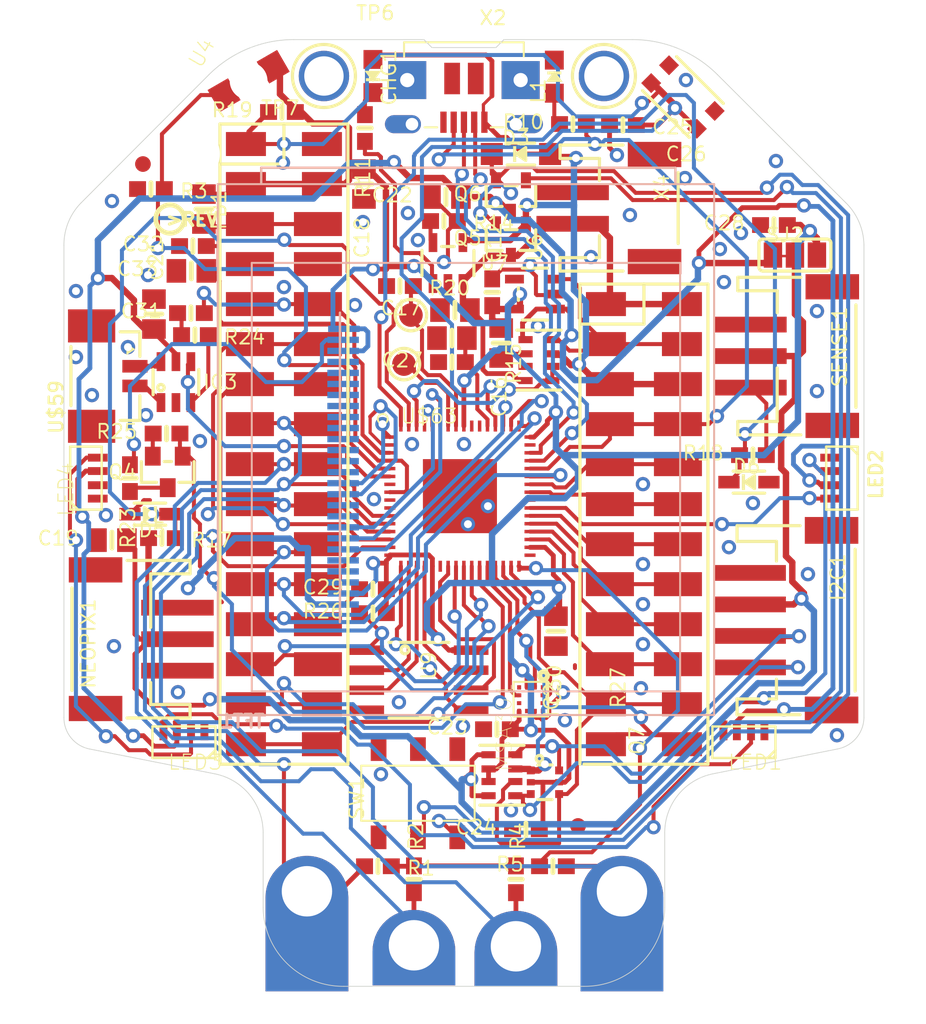
<source format=kicad_pcb>
(kicad_pcb (version 20211014) (generator pcbnew)
  (layers (0 "F.Cu" signal) (31 "B.Cu" signal) (34 "B.Paste" user) (35 "F.Paste" user) (36 "B.SilkS" user "B.Silkscreen") (37 "F.SilkS" user "F.Silkscreen") (38 "B.Mask" user) (39 "F.Mask" user) (44 "Edge.Cuts" user))
  (net 0 "")
  (net 1 "GND")
  (net 2 "MOSI")
  (net 3 "MISO")
  (net 4 "SCK")
  (net 5 "A5")
  (net 6 "A4")
  (net 7 "A3")
  (net 8 "A2")
  (net 9 "A1")
  (net 10 "D11")
  (net 11 "D12")
  (net 12 "+3V3")
  (net 13 "VBUS")
  (net 14 "VBAT")
  (net 15 "A0")
  (net 16 "SCL")
  (net 17 "SDA")
  (net 18 "D9")
  (net 19 "D6")
  (net 20 "D5")
  (net 21 "TX")
  (net 22 "RX")
  (net 23 "D10")
  (net 24 "D+")
  (net 25 "D-")
  (net 26 "~{RESET}")
  (net 27 "SWCLK")
  (net 28 "SWDIO")
  (net 29 "TFT_CS")
  (net 30 "EN")
  (net 31 "V+")
  (net 32 "SPKR+")
  (net 33 "SPKR-")
  (net 34 "ON/OFF")
  (net 35 "D4")
  (net 36 "TFT_DC")
  (net 37 "D8_NEOPIX")
  (net 38 "VCC")
  (net 39 "N$3")
  (net 40 "D13_JACDAC")
  (net 41 "N$4")
  (net 42 "CHG_LED1")
  (net 43 "CHG_RATE1")
  (net 44 "N$5")
  (net 45 "D3_A9")
  (net 46 "D7_LISIRQ")
  (net 47 "D3")
  (net 48 "D2")
  (net 49 "QSPI_DATA[0]")
  (net 50 "QSPI_DATA[1]")
  (net 51 "QSPI_SCK")
  (net 52 "QSPI_CS")
  (net 53 "QSPI_DATA[2]")
  (net 54 "QSPI_DATA[3]")
  (net 55 "VDDCORE2")
  (net 56 "AVCC")
  (net 57 "D2_A8")
  (net 58 "A7_LIGHT")
  (net 59 "TFT_SCK")
  (net 60 "TFT_MOSI")
  (net 61 "TFT_RST")
  (net 62 "TFT_LITE")
  (net 63 "N$12")
  (net 64 "N$13")
  (net 65 "N$14")
  (net 66 "A6_VMEAS")
  (net 67 "SPKR_EN")
  (net 68 "SCL_3V")
  (net 69 "SDA_3V")
  (net 70 "N$1")
  (net 71 "CAP_PIN")
  (net 72 "N$2")
  (net 73 "N$6")
  (net 74 "N$7")
  (net 75 "N$8")
  (footprint "boardEagle:FIDUCIAL_1MM" (layer "F.Cu") (at 155.747161 124.875301 180)
    (fp_text reference "U$35" hide)
    (fp_text value "FIDUCIAL_1MM" hide)
  )
  (footprint "boardEagle:PCBFEAT-REV-040" (layer "F.Cu") (at 129.832161 86.347101)
    (fp_text reference "U$79" hide)
    (fp_text value "" hide)
  )
  (footprint "boardEagle:PCB_ALLI_LONG" (layer "F.Cu") (at 158.534161 128.511101 180)
    (fp_text reference "TP29" hide)
    (fp_text value "SEWTAP_ALLILONG" hide)
  )
  (footprint "boardEagle:PQFN64-1" (layer "F.Cu") (at 148.247161 103.936601)
    (fp_text reference "U$63")
    (fp_text value "ATSAMD51J19")
  )
  (footprint "boardEagle:CHIPLED_0805_NOOUTLINE" (layer "F.Cu") (at 154.239661 77.308101)
    (fp_text reference "L1")
    (fp_text value "RED")
  )
  (footprint "boardEagle:0603-NO" (layer "F.Cu") (at 136.944161 79.552601 180)
    (fp_text reference "R19")
    (fp_text value "10K")
  )
  (footprint "boardEagle:SOD-323" (layer "F.Cu") (at 128.562161 105.079601 180)
    (fp_text reference "D5")
    (fp_text value "3.6V")
  )
  (footprint "boardEagle:0603-NO" (layer "F.Cu") (at 142.722661 111.366101 180)
    (fp_text reference "R26")
    (fp_text value "100K")
  )
  (footprint "boardEagle:PCB_ALLI_LONG" (layer "F.Cu") (at 138.531661 128.511101 180)
    (fp_text reference "TP3" hide)
    (fp_text value "SEWTAP_ALLILONG" hide)
  )
  (footprint "boardEagle:0603-NO" (layer "F.Cu") (at 155.422661 80.314601 180)
    (fp_text reference "R10")
    (fp_text value "2.2K")
  )
  (footprint "boardEagle:0603-NO" (layer "F.Cu") (at 150.296161 90.995101 90)
    (fp_text reference "C12")
    (fp_text value "1uF")
  )
  (footprint "boardEagle:SOT23-5" (layer "F.Cu") (at 153.009661 91.109601 90)
    (fp_text reference "U6")
    (fp_text value "AP2112-3.3")
  )
  (footprint "boardEagle:0805-NO" (layer "F.Cu") (at 142.151161 84.124601 -90)
    (fp_text reference "C18")
    (fp_text value "10uF")
  )
  (footprint "boardEagle:ALS-PT26-21C" (layer "F.Cu") (at 134.827977 77.576398 30)
    (fp_text reference "U4")
    (fp_text value "ALS-PT21" hide)
  )
  (footprint "boardEagle:0805-NO" (layer "F.Cu") (at 128.816161 92.379601 90)
    (fp_text reference "C21")
    (fp_text value "10uF")
  )
  (footprint "boardEagle:FIDUCIAL_1MM" (layer "F.Cu") (at 128.117661 82.854601 180)
    (fp_text reference "U$34" hide)
    (fp_text value "FIDUCIAL_1MM" hide)
  )
  (footprint "boardEagle:0805-NO" (layer "F.Cu") (at 150.865661 94.217601 -90)
    (fp_text reference "C16")
    (fp_text value "10µF")
  )
  (footprint "boardEagle:0603-NO" (layer "F.Cu") (at 131.419661 93.713101)
    (fp_text reference "R24")
    (fp_text value "47K")
  )
  (footprint "boardEagle:0603-NO" (layer "F.Cu") (at 150.596661 118.732101 180)
    (fp_text reference "C23")
    (fp_text value "1uF")
  )
  (footprint "boardEagle:JSTPH3" (layer "F.Cu") (at 169.392661 95.046601 -90)
    (fp_text reference "SENSE1")
    (fp_text value "JST PH 3")
  )
  (footprint "boardEagle:0603-NO" (layer "F.Cu") (at 154.152661 127.431601 180)
    (fp_text reference "R5")
    (fp_text value "1M")
  )
  (footprint "boardEagle:RESPACK_4X0603" (layer "F.Cu") (at 153.263661 95.300601 90)
    (fp_text reference "R15")
    (fp_text value "100K")
  )
  (footprint "boardEagle:0603-NO" (layer "F.Cu") (at 143.040161 127.431601)
    (fp_text reference "R1")
    (fp_text value "1M")
  )
  (footprint "boardEagle:SOD-123" (layer "F.Cu") (at 152.120661 82.219601)
    (fp_text reference "D3")
    (fp_text value "MBR0540")
  )
  (footprint "boardEagle:0603-NO" (layer "F.Cu") (at 127.292161 102.793601 -90)
    (fp_text reference "R23")
    (fp_text value "10")
  )
  (footprint "boardEagle:0603-NO" (layer "F.Cu") (at 152.438161 125.082101 180)
    (fp_text reference "C24")
    (fp_text value "1uF")
  )
  (footprint "boardEagle:JSTPH4" (layer "F.Cu") (at 170.345161 111.810601 -90)
    (fp_text reference "I2C1")
    (fp_text value "JST PH 4")
  )
  (footprint "boardEagle:0603-NO" (layer "F.Cu") (at 128.625661 84.442101)
    (fp_text reference "R3")
    (fp_text value "10K")
  )
  (footprint "boardEagle:SOIC8_208MIL" (layer "F.Cu") (at 145.643661 115.620601 -90)
    (fp_text reference "U9")
    (fp_text value "GD25Q64")
  )
  (footprint "boardEagle:BTN_KMR2_4.6X2.8" (layer "F.Cu") (at 162.407661 78.600101 135)
    (fp_text reference "SW3" hide)
    (fp_text value "SPST_TACT-EVQQ2" hide)
  )
  (footprint "boardEagle:MOUNTINGHOLE_2.5_PLATED" (layer "F.Cu") (at 157.391161 77.266601 180)
    (fp_text reference "U$31" hide)
    (fp_text value "MOUNTINGHOLE2.5" hide)
  )
  (footprint "boardEagle:PCB_ALLI" (layer "F.Cu") (at 151.803161 132.003601 180)
    (fp_text reference "TP28" hide)
    (fp_text value "SEWTAPPCB_ALLIGATOR" hide)
  )
  (footprint "boardEagle:SOT363" (layer "F.Cu") (at 153.644661 122.097601 -90)
    (fp_text reference "Q7")
    (fp_text value "BSS138")
  )
  (footprint "boardEagle:0805-NO" (layer "F.Cu") (at 126.149161 106.730601 180)
    (fp_text reference "C19")
    (fp_text value "10uF")
  )
  (footprint "boardEagle:TESTPOINT_ROUND_1.5MM" (layer "F.Cu") (at 144.691161 95.554601)
    (fp_text reference "TP7")
    (fp_text value "")
  )
  (footprint "boardEagle:JSTPH2" (layer "F.Cu") (at 159.105661 85.648601 -90)
    (fp_text reference "X4")
    (fp_text value "JSTPH")
  )
  (footprint "boardEagle:TESTPOINT_ROUND_1.5MM" (layer "F.Cu") (at 145.135661 92.443101)
    (fp_text reference "TP6")
    (fp_text value "")
  )
  (footprint "boardEagle:0603-NO" (layer "F.Cu") (at 166.852661 101.333101 180)
    (fp_text reference "R18")
    (fp_text value "1K")
  )
  (footprint "boardEagle:53398-0271" (layer "F.Cu") (at 126.339661 96.316601 90)
    (fp_text reference "U$59")
    (fp_text value "CON_MOLEX_2P")
  )
  (footprint "boardEagle:FEATHERWING_SMT_NOHOLES" (layer "F.Cu") (at 137.071161 75.234601 -90)
    (fp_text reference "MS2" hide)
    (fp_text value "FEATHERWING_SMTDUALNOHOLES" hide)
  )
  (footprint "boardEagle:SOD-323" (layer "F.Cu") (at 166.598661 103.047601)
    (fp_text reference "D6")
    (fp_text value "3.6V")
  )
  (footprint "boardEagle:EG1390" (layer "F.Cu") (at 145.580161 122.796101)
    (fp_text reference "SW1")
    (fp_text value "")
  )
  (footprint "boardEagle:0603-NO" (layer "F.Cu") (at 147.231161 86.474101)
    (fp_text reference "R14")
    (fp_text value "4.7K")
  )
  (footprint "boardEagle:0603-NO" (layer "F.Cu") (at 151.803161 128.257101 90)
    (fp_text reference "R4")
    (fp_text value "1M")
  )
  (footprint "boardEagle:0603-NO" (layer "F.Cu") (at 129.616261 99.961501 180)
    (fp_text reference "R25")
    (fp_text value "100K")
  )
  (footprint "boardEagle:0603-NO" (layer "F.Cu") (at 158.597661 80.378101)
    (fp_text reference "C25")
    (fp_text value "0.1uF")
  )
  (footprint "boardEagle:WS2812B_4020" (layer "F.Cu") (at 166.281161 119.557601 180)
    (fp_text reference "LED1")
    (fp_text value "WS2812B_4020")
  )
  (footprint "boardEagle:JSTPH3" (layer "F.Cu") (at 127.609661 113.017101 90)
    (fp_text reference "NEOPIX1")
    (fp_text value "JST PH 3")
  )
  (footprint "boardEagle:0603-NO" (layer "F.Cu") (at 131.165661 92.316101 180)
    (fp_text reference "C31")
    (fp_text value "0.1uF")
  )
  (footprint "" (layer "F.Cu") (at 139.611161 122.986601)
    (fp_text reference "@HOLE1" hide)
    (fp_text value "")
  )
  (footprint "boardEagle:0603-NO" (layer "F.Cu") (at 142.214661 80.568601 -90)
    (fp_text reference "R11")
    (fp_text value "1K")
  )
  (footprint "boardEagle:0603-NO" (layer "F.Cu") (at 131.292661 88.061601 180)
    (fp_text reference "C32")
    (fp_text value "1uF")
  )
  (footprint "boardEagle:4UCONN_20329_V2" (layer "F.Cu") (at 148.501161 79.425601 180)
    (fp_text reference "X2")
    (fp_text value "microUSB")
  )
  (footprint "" (layer "F.Cu") (at 131.419661 82.219601)
    (fp_text reference "@HOLE2" hide)
    (fp_text value "")
  )
  (footprint "boardEagle:0603-NO" (layer "F.Cu") (at 147.739161 95.427601 180)
    (fp_text reference "C27")
    (fp_text value "1uF")
  )
  (footprint "boardEagle:0805-NO" (layer "F.Cu") (at 147.358161 84.950101 180)
    (fp_text reference "C22")
    (fp_text value "10µF")
  )
  (footprint "boardEagle:0805-NO" (layer "F.Cu") (at 147.739161 93.903601 180)
    (fp_text reference "C26")
    (fp_text value "10uF")
  )
  (footprint "boardEagle:SOT23-R" (layer "F.Cu") (at 151.485661 84.886601 180)
    (fp_text reference "Q6")
    (fp_text value "DMG3405")
  )
  (footprint "" (layer "F.Cu") (at 165.709661 82.219601)
    (fp_text reference "@HOLE3" hide)
    (fp_text value "")
  )
  (footprint "boardEagle:0603-NO" (layer "F.Cu") (at 144.437161 90.601601)
    (fp_text reference "R20")
    (fp_text value "10K")
  )
  (footprint "boardEagle:LGA12_2X2MM" (layer "F.Cu") (at 152.755661 116.827101 -90)
    (fp_text reference "IC2")
    (fp_text value "MSA301")
  )
  (footprint "boardEagle:RESPACK_4X0603" (layer "F.Cu") (at 150.914161 121.653101 -90)
    (fp_text reference "R27")
    (fp_text value "10K")
  )
  (footprint "boardEagle:SOT23-WIDE" (layer "F.Cu") (at 129.692461 102.399901 180)
    (fp_text reference "Q4")
    (fp_text value "BSS138")
  )
  (footprint "boardEagle:0603-NO" (layer "F.Cu") (at 145.326161 128.257101 90)
    (fp_text reference "R2")
    (fp_text value "1M")
  )
  (footprint "boardEagle:PCB_ALLI" (layer "F.Cu") (at 145.326161 131.940101 180)
    (fp_text reference "TP4" hide)
    (fp_text value "SEWTAPPCB_ALLIGATOR" hide)
  )
  (footprint "" (layer "F.Cu") (at 157.391161 122.986601)
    (fp_text reference "@HOLE0" hide)
    (fp_text value "")
  )
  (footprint "boardEagle:0805-NO" (layer "F.Cu") (at 154.343161 112.509101 -90)
    (fp_text reference "C30")
    (fp_text value "10uF")
  )
  (footprint "boardEagle:SOT23-6" (layer "F.Cu") (at 130.213161 96.697601)
    (fp_text reference "IC3")
    (fp_text value "PAM8301")
  )
  (footprint "boardEagle:0805-NO" (layer "F.Cu") (at 131.191061 89.636401 180)
    (fp_text reference "C33")
    (fp_text value "10µF")
  )
  (footprint "boardEagle:0805-NO" (layer "F.Cu") (at 131.991161 85.712101 -90)
    (fp_text reference "FB1")
    (fp_text value "Ferrite")
  )
  (footprint "boardEagle:CHIPLED_0805_NOOUTLINE" (layer "F.Cu") (at 142.722661 77.266601 180)
    (fp_text reference "CHG1")
    (fp_text value "ORANGE")
  )
  (footprint "boardEagle:0603-NO" (layer "F.Cu") (at 142.722661 109.842101 180)
    (fp_text reference "C29")
    (fp_text value "1uF")
  )
  (footprint "boardEagle:WS2812B_4020" (layer "F.Cu") (at 172.504161 102.793601 -90)
    (fp_text reference "LED2")
    (fp_text value "WS2812B_4020")
  )
  (footprint "boardEagle:0805-NO" (layer "F.Cu") (at 147.929661 92.125601 180)
    (fp_text reference "C17")
    (fp_text value "10µF")
  )
  (footprint "boardEagle:WS2812B_4020" (layer "F.Cu") (at 124.498161 102.793601 90)
    (fp_text reference "LED4")
    (fp_text value "WS2812B_4020")
  )
  (footprint "boardEagle:SOT23-5" (layer "F.Cu") (at 147.485161 89.141101)
    (fp_text reference "U7")
    (fp_text value "MCP73831T-2ACI/OT")
  )
  (footprint "boardEagle:0603-NO" (layer "F.Cu") (at 168.186161 86.728101 180)
    (fp_text reference "C28")
    (fp_text value "1uF")
  )
  (footprint "boardEagle:0603-NO" (layer "F.Cu") (at 129.324161 106.603601)
    (fp_text reference "R17")
    (fp_text value "1K")
  )
  (footprint "boardEagle:HALLOWINGM4_BACK" (layer "F.Cu") (at 123.101161 135.051601)
    (fp_text reference "U$1" hide)
    (fp_text value "" hide)
    (fp_line (start 23.368 -59.5884) (end 27.432 -59.5884) (layer "Edge.Cuts") (width 0.05))
    (fp_line (start 33.02 0) (end 17.78 0) (layer "Edge.Cuts") (width 0.05))
    (fp_line (start 27.432 -59.5884) (end 27.94 -60.0964) (layer "Edge.Cuts") (width 0.05))
    (fp_line (start 0 -17.060862) (end 0 -47.039918) (layer "Edge.Cuts") (width 0.05))
    (fp_line (start 9.58064 -13.48659) (end 1.611165 -15.067709) (layer "Edge.Cuts") (width 0.05))
    (fp_line (start 22.86 -60.0964) (end 23.368 -59.5884) (layer "Edge.Cuts") (width 0.05))
    (fp_line (start 14.591253 -60.0964) (end 22.86 -60.0964) (layer "Edge.Cuts") (width 0.05))
    (fp_line (start 12.6492 -5.0038) (end 12.6492 -9.749431) (layer "Edge.Cuts") (width 0.05))
    (fp_line (start 50.8 -47.060375) (end 50.8 -17.057575) (layer "Edge.Cuts") (width 0.05))
    (fp_line (start 1.08754 -49.731009) (end 9.197134 -57.858584) (layer "Edge.Cuts") (width 0.05))
    (fp_line (start 49.11649 -15.06519) (end 41.215481 -13.489131) (layer "Edge.Cuts") (width 0.05))
    (fp_line (start 41.499218 -57.870515) (end 49.63029 -49.757434) (layer "Edge.Cuts") (width 0.05))
    (fp_line (start 38.1508 -9.75274) (end 38.1508 -5.0038) (layer "Edge.Cuts") (width 0.05))
    (fp_line (start 27.94 -60.0964) (end 36.117034 -60.0964) (layer "Edge.Cuts") (width 0.05))
    (fp_arc (start 17.78 0) (mid 14.178279 -1.439277) (end 12.6492 -5.0038) (layer "Edge.Cuts") (width 0.05))
    (fp_arc (start 49.63029 -49.757434) (mid 50.483773 -48.525407) (end 50.800001 -47.060374) (layer "Edge.Cuts") (width 0.05))
    (fp_arc (start 9.197134 -57.858584) (mid 11.671307 -59.514746) (end 14.591253 -60.096399) (layer "Edge.Cuts") (width 0.05))
    (fp_arc (start 38.150798 -9.75274) (mid 39.014973 -12.168983) (end 41.215481 -13.489131) (layer "Edge.Cuts") (width 0.05))
    (fp_arc (start 38.1508 -5.0038) (mid 36.621721 -1.439277) (end 33.02 0) (layer "Edge.Cuts") (width 0.05))
    (fp_arc (start 1.611165 -15.067709) (mid 0.448862 -15.77593) (end 0 -17.060861) (layer "Edge.Cuts") (width 0.05))
    (fp_arc (start 36.117034 -60.0964) (mid 39.029184 -59.517974) (end 41.499219 -57.870514) (layer "Edge.Cuts") (width 0.05))
    (fp_arc (start 0 -47.039918) (mid 0.276512 -48.49347) (end 1.087541 -49.731009) (layer "Edge.Cuts") (width 0.05))
    (fp_arc (start 9.580639 -13.486589) (mid 11.783769 -12.167199) (end 12.6492 -9.749431) (layer "Edge.Cuts") (width 0.05))
    (fp_arc (start 50.8 -17.057575) (mid 50.314285 -15.760539) (end 49.11649 -15.065189) (layer "Edge.Cuts") (width 0.05))
  )
  (footprint "boardEagle:WS2812B_4020" (layer "F.Cu") (at 130.721161 119.557601 180)
    (fp_text reference "LED3")
    (fp_text value "WS2812B_4020")
  )
  (footprint "boardEagle:SOT23-R" (layer "F.Cu") (at 151.485661 87.680601 180)
    (fp_text reference "Q5")
    (fp_text value "DMG3405")
  )
  (footprint "boardEagle:MOUNTINGHOLE_2.5_PLATED" (layer "F.Cu") (at 139.611161 77.266601 180)
    (fp_text reference "U$32" hide)
    (fp_text value "MOUNTINGHOLE2.5" hide)
  )
  (footprint "boardEagle:SOLDERJUMPER_2WAY_OPEN_NOPASTE" (layer "F.Cu") (at 169.519661 88.633101)
    (fp_text reference "SJ2")
    (fp_text value "")
  )
  (footprint "boardEagle:HALLOWINGM4_FRONT" (layer "B.Cu") (at 173.901161 135.051601 180)
    (fp_text reference "U$2" hide)
    (fp_text value "" hide)
  )
  (footprint "boardEagle:TFT_1.54IN_240X240_HANDSOLDER" (layer "B.Cu") (at 148.628161 100.190101)
    (fp_text reference "TFT1")
    (fp_text value "DISP_LCD_GENERIC_SPITFT_VDDIO_1.54_240X240_HANDSOLDER")
  )
  (segment (start 153.947961 117.828351) (end 153.947961 117.222301) (width 0.2032) (layer "F.Cu") (net 1))
  (segment (start 127.860461 104.511301) (end 127.928936 104.511301) (width 0.254) (layer "F.Cu") (net 1))
  (segment (start 153.077161 118.037601) (end 153.738711 118.037601) (width 0.2032) (layer "F.Cu") (net 1))
  (segment (start 153.947961 117.222301) (end 154.787661 116.382601) (width 0.2032) (layer "F.Cu") (net 1))
  (segment (start 128.181161 104.190601) (end 128.562161 104.190601) (width 0.254) (layer "F.Cu") (net 1))
  (segment (start 147.995661 86.474101) (end 148.081161 86.474101) (width 0.254) (layer "F.Cu") (net 1))
  (segment (start 147.104161 92.125601) (end 146.979661 92.125601) (width 0.254) (layer "F.Cu") (net 1))
  (segment (start 155.549661 114.665601) (end 155.549661 114.858597) (width 0.254) (layer "F.Cu") (net 1))
  (segment (start 152.660961 89.554401) (end 150.886861 89.554401) (width 0.254) (layer "F.Cu") (net 1))
  (segment (start 157.747661 80.378101) (end 157.747661 81.814101) (width 0.3048) (layer "F.Cu") (net 1))
  (segment (start 150.886861 89.554401) (end 150.296161 90.145101) (width 0.254) (layer "F.Cu") (net 1))
  (segment (start 146.408161 84.950101) (end 146.471661 84.950101) (width 0.254) (layer "F.Cu") (net 1))
  (segment (start 154.246261 91.173101) (end 153.136661 91.173101) (width 0.254) (layer "F.Cu") (net 1))
  (segment (start 153.073161 89.966601) (end 153.073161 91.109601) (width 0.254) (layer "F.Cu") (net 1))
  (segment (start 141.872661 109.842101) (end 141.872661 109.861626) (width 0.254) (layer "F.Cu") (net 1))
  (segment (start 153.323636 118.037601) (end 153.446636 118.160601) (width 0.2032) (layer "F.Cu") (net 1))
  (segment (start 147.485161 90.441201) (end 147.484961 90.441401) (width 0.254) (layer "F.Cu") (net 1))
  (segment (start 127.292161 105.079601) (end 127.860461 104.511301) (width 0.254) (layer "F.Cu") (net 1))
  (segment (start 153.136661 91.173101) (end 153.073161 91.109601) (width 0.254) (layer "F.Cu") (net 1))
  (segment (start 127.928936 104.511301) (end 128.122361 104.317876) (width 0.254) (layer "F.Cu") (net 1))
  (segment (start 158.216661 82.283101) (end 157.747661 81.814101) (width 0.3048) (layer "F.Cu") (net 1))
  (segment (start 153.738711 118.037601) (end 153.947961 117.828351) (width 0.2032) (layer "F.Cu") (net 1))
  (segment (start 141.872661 109.861626) (end 141.004961 110.729326) (width 0.254) (layer "F.Cu") (net 1))
  (segment (start 128.122361 104.249401) (end 128.181161 104.190601) (width 0.254) (layer "F.Cu") (net 1))
  (segment (start 152.413661 94.900601) (end 151.132661 94.900601) (width 0.254) (layer "F.Cu") (net 1))
  (segment (start 147.485161 87.070101) (end 147.485161 88.823601) (width 0.254) (layer "F.Cu") (net 1))
  (segment (start 128.742461 99.985301) (end 128.742461 101.399901) (width 0.254) (layer "F.Cu") (net 1))
  (segment (start 128.766261 99.961501) (end 128.742461 99.985301) (width 0.254) (layer "F.Cu") (net 1))
  (segment (start 147.485161 88.823601) (end 147.231161 89.077601) (width 0.254) (layer "F.Cu") (net 1))
  (segment (start 151.132661 94.900601) (end 150.865661 95.167601) (width 0.254) (layer "F.Cu") (net 1))
  (segment (start 147.995661 86.474101) (end 146.471661 84.950101) (width 0.254) (layer "F.Cu") (net 1))
  (segment (start 128.122361 104.317876) (end 128.122361 104.249401) (width 0.254) (layer "F.Cu") (net 1))
  (segment (start 133.134161 110.667601) (end 133.066861 110.600301) (width 0.254) (layer "F.Cu") (net 1))
  (segment (start 141.004961 110.729326) (end 141.004961 110.900201) (width 0.254) (layer "F.Cu") (net 1))
  (segment (start 154.309761 91.109601) (end 154.246261 91.173101) (width 0.254) (layer "F.Cu") (net 1))
  (segment (start 148.081161 86.474101) (end 147.485161 87.070101) (width 0.254) (layer "F.Cu") (net 1))
  (segment (start 147.484961 90.441401) (end 147.484961 91.744801) (width 0.254) (layer "F.Cu") (net 1))
  (segment (start 153.005661 117.966101) (end 153.077161 118.037601) (width 0.2032) (layer "F.Cu") (net 1))
  (segment (start 153.073161 89.966601) (end 152.660961 89.554401) (width 0.254) (layer "F.Cu") (net 1))
  (segment (start 153.005661 117.577101) (end 153.005661 117.966101) (width 0.2032) (layer "F.Cu") (net 1))
  (segment (start 147.484961 91.744801) (end 147.104161 92.125601) (width 0.254) (layer "F.Cu") (net 1))
  (via (at 141.579661 91.808101) (size 0.9064) (drill 0.5) (layers "F.Cu" "B.Cu") (net 1))
  (via (at 154.914661 118.160601) (size 0.9064) (drill 0.5) (layers "F.Cu" "B.Cu") (net 1))
  (via (at 128.308161 98.793101) (size 0.9064) (drill 0.5) (layers "F.Cu" "B.Cu") (net 1))
  (via (at 130.975161 109.778601) (size 0.9064) (drill 0.5) (layers "F.Cu" "B.Cu") (net 1))
  (via (at 159.867661 113.334601) (size 0.9064) (drill 0.5) (layers "F.Cu" "B.Cu") (net 1))
  (via (at 162.534661 83.743601) (size 0.9064) (drill 0.5) (layers "F.Cu" "B.Cu") (net 1))
  (via (at 126.149161 85.204101) (size 0.9064) (drill 0.5) (layers "F.Cu" "B.Cu") (net 1))
  (via (at 148.501161 100.634601) (size 0.9064) (drill 0.5) (layers "F.Cu" "B.Cu") (net 1))
  (via (at 152.692161 89.268101) (size 0.9064) (drill 0.5) (layers "F.Cu" "B.Cu") (net 1))
  (via (at 159.867661 103.174601) (size 0.9064) (drill 0.5) (layers "F.Cu" "B.Cu") (net 1))
  (via (at 162.598161 77.520601) (size 0.9064) (drill 0.5) (layers "F.Cu" "B.Cu") (net 1))
  (via (at 128.435161 89.903101) (size 0.9064) (drill 0.5) (layers "F.Cu" "B.Cu") (net 1))
  (via (at 130.340161 116.382601) (size 0.9064) (drill 0.5) (layers "F.Cu" "B.Cu") (net 1))
  (via (at 156.565661 88.760101) (size 0.9064) (drill 0.5) (layers "F.Cu" "B.Cu") (net 1))
  (via (at 142.087661 86.537601) (size 0.9064) (drill 0.5) (layers "F.Cu" "B.Cu") (net 1))
  (via (at 170.345161 108.889601) (size 0.9064) (drill 0.5) (layers "F.Cu" "B.Cu") (net 1))
  (via (at 125.768161 105.143101) (size 0.9064) (drill 0.5) (layers "F.Cu" "B.Cu") (net 1))
  (via (at 142.786161 104.127101) (size 0.9064) (drill 0.5) (layers "F.Cu" "B.Cu") (net 1))
  (via (at 166.090661 87.236101) (size 0.9064) (drill 0.5) (layers "F.Cu" "B.Cu") (net 1))
  (via (at 168.313161 82.664101) (size 0.9064) (drill 0.5) (layers "F.Cu" "B.Cu") (net 1))
  (via (at 143.230661 121.589601) (size 0.9064) (drill 0.5) (layers "F.Cu" "B.Cu") (net 1))
  (via (at 126.276161 113.461601) (size 0.9064) (drill 0.5) (layers "F.Cu" "B.Cu") (net 1))
  (via (at 151.485661 123.875601) (size 0.9064) (drill 0.5) (layers "F.Cu" "B.Cu") (net 1))
  (via (at 164.757161 88.252101) (size 0.9064) (drill 0.5) (layers "F.Cu" "B.Cu") (net 1))
  (via (at 150.025161 104.571601) (size 0.9064) (drill 0.5) (layers "F.Cu" "B.Cu") (net 1))
  (via (at 123.863161 90.919101) (size 0.9064) (drill 0.5) (layers "F.Cu" "B.Cu") (net 1))
  (via (at 145.199161 100.634601) (size 0.9064) (drill 0.5) (layers "F.Cu" "B.Cu") (net 1))
  (via (at 124.879161 97.523101) (size 0.9064) (drill 0.5) (layers "F.Cu" "B.Cu") (net 1))
  (via (at 147.231161 89.077601) (size 0.9064) (drill 0.5) (layers "F.Cu" "B.Cu") (net 1))
  (via (at 148.437661 118.541601) (size 0.9064) (drill 0.5) (layers "F.Cu" "B.Cu") (net 1))
  (via (at 144.945161 85.966101) (size 0.9064) (drill 0.5) (layers "F.Cu" "B.Cu") (net 1))
  (via (at 144.373661 117.017601) (size 0.9064) (drill 0.5) (layers "F.Cu" "B.Cu") (net 1))
  (via (at 137.071161 90.665101) (size 0.9064) (drill 0.5) (layers "F.Cu" "B.Cu") (net 1))
  (via (at 159.867661 108.254601) (size 0.9064) (drill 0.5) (layers "F.Cu" "B.Cu") (net 1))
  (via (at 154.787661 116.382601) (size 0.9064) (drill 0.5) (layers "F.Cu" "B.Cu") (net 1))
  (via (at 170.916661 92.189101) (size 0.9064) (drill 0.5) (layers "F.Cu" "B.Cu") (net 1))
  (via (at 153.200161 93.141601) (size 0.9064) (drill 0.5) (layers "F.Cu" "B.Cu") (net 1))
  (via (at 123.863161 95.110101) (size 0.9064) (drill 0.5) (layers "F.Cu" "B.Cu") (net 1))
  (via (at 172.186661 119.113101) (size 0.9064) (drill 0.5) (layers "F.Cu" "B.Cu") (net 1))
  (via (at 159.740661 116.128601) (size 0.9064) (drill 0.5) (layers "F.Cu" "B.Cu") (net 1))
  (via (at 166.852661 104.381101) (size 0.9064) (drill 0.5) (layers "F.Cu" "B.Cu") (net 1))
  (via (at 165.011161 90.347601) (size 0.9064) (drill 0.5) (layers "F.Cu" "B.Cu") (net 1))
  (via (at 131.737161 100.444101) (size 0.9064) (drill 0.5) (layers "F.Cu" "B.Cu") (net 1))
  (via (at 170.916661 97.269101) (size 0.9064) (drill 0.5) (layers "F.Cu" "B.Cu") (net 1))
  (via (at 145.580161 87.680601) (size 0.9064) (drill 0.5) (layers "F.Cu" "B.Cu") (net 1))
  (via (at 159.867661 110.794601) (size 0.9064) (drill 0.5) (layers "F.Cu" "B.Cu") (net 1))
  (via (at 148.755161 105.714601) (size 0.9064) (drill 0.5) (layers "F.Cu" "B.Cu") (net 1))
  (via (at 159.042161 86.093101) (size 0.9064) (drill 0.5) (layers "F.Cu" "B.Cu") (net 1))
  (via (at 127.165161 94.475101) (size 0.9064) (drill 0.5) (layers "F.Cu" "B.Cu") (net 1))
  (via (at 158.216661 82.283101) (size 0.9064) (drill 0.5) (layers "F.Cu" "B.Cu") (net 1))
  (via (at 165.328661 107.175101) (size 0.9064) (drill 0.5) (layers "F.Cu" "B.Cu") (net 1))
  (via (at 137.007661 82.765701) (size 0.9064) (drill 0.5) (layers "F.Cu" "B.Cu") (net 1))
  (segment (start 138.032824 107.238601) (end 137.427224 106.633001) (width 0.4064) (layer "B.Cu") (net 1))
  (segment (start 138.595161 110.413601) (end 138.595161 107.238601) (width 0.4064) (layer "B.Cu") (net 1))
  (segment (start 136.338561 106.633001) (end 136.309161 106.603601) (width 0.4064) (layer "B.Cu") (net 1))
  (segment (start 136.309161 106.603601) (end 133.950499 106.603601) (width 0.4064) (layer "B.Cu") (net 1))
  (segment (start 137.427224 106.633001) (end 136.338561 106.633001) (width 0.4064) (layer "B.Cu") (net 1))
  (segment (start 131.766561 108.787538) (end 131.766561 108.987201) (width 0.4064) (layer "B.Cu") (net 1))
  (segment (start 138.996661 110.815101) (end 138.595161 110.413601) (width 0.4064) (layer "B.Cu") (net 1))
  (segment (start 140.828161 110.815101) (end 138.996661 110.815101) (width 0.4064) (layer "B.Cu") (net 1))
  (segment (start 131.766561 108.987201) (end 130.975161 109.778601) (width 0.4064) (layer "B.Cu") (net 1))
  (segment (start 138.595161 107.238601) (end 138.032824 107.238601) (width 0.4064) (layer "B.Cu") (net 1))
  (segment (start 133.950499 106.603601) (end 131.766561 108.787538) (width 0.4064) (layer "B.Cu") (net 1))
  (segment (start 151.497161 99.486601) (end 151.497161 99.042223) (width 0.254) (layer "F.Cu") (net 2))
  (segment (start 152.63567 97.903714) (end 153.436261 97.903714) (width 0.254) (layer "F.Cu") (net 2))
  (segment (start 137.071161 109.524601) (end 134.912161 109.524601) (width 0.254) (layer "F.Cu") (net 2))
  (segment (start 151.497161 99.042223) (end 152.63567 97.903714) (width 0.254) (layer "F.Cu") (net 2))
  (segment (start 139.230161 109.524601) (end 137.071161 109.524601) (width 0.254) (layer "F.Cu") (net 2))
  (via (at 137.071161 109.524601) (size 0.9064) (drill 0.5) (layers "F.Cu" "B.Cu") (net 2))
  (via (at 153.436261 97.903714) (size 0.9064) (drill 0.5) (layers "F.Cu" "B.Cu") (net 2))
  (segment (start 153.436261 97.903714) (end 152.928261 97.903714) (width 0.254) (layer "B.Cu") (net 2))
  (segment (start 137.071161 109.524601) (end 137.071161 110.249076) (width 0.254) (layer "B.Cu") (net 2))
  (segment (start 145.126161 106.411019) (end 145.126161 108.305494) (width 0.254) (layer "B.Cu") (net 2))
  (segment (start 145.126161 108.305494) (end 141.959355 111.472301) (width 0.254) (layer "B.Cu") (net 2))
  (segment (start 152.928261 97.903714) (end 152.171461 98.660514) (width 0.254) (layer "B.Cu") (net 2))
  (segment (start 138.294386 111.472301) (end 137.071161 110.249076) (width 0.254) (layer "B.Cu") (net 2))
  (segment (start 152.171461 98.660514) (end 152.171461 99.36572) (width 0.254) (layer "B.Cu") (net 2))
  (segment (start 141.959355 111.472301) (end 138.294386 111.472301) (width 0.254) (layer "B.Cu") (net 2))
  (segment (start 152.171461 99.36572) (end 145.126161 106.411019) (width 0.254) (layer "B.Cu") (net 2))
  (segment (start 138.849161 111.683601) (end 137.071161 111.683601) (width 0.254) (layer "F.Cu") (net 3))
  (segment (start 139.230161 112.064601) (end 138.849161 111.683601) (width 0.254) (layer "F.Cu") (net 3))
  (segment (start 137.071161 111.683601) (end 135.293161 111.683601) (width 0.254) (layer "F.Cu") (net 3))
  (segment (start 152.989261 99.003183) (end 152.505842 99.486601) (width 0.254) (layer "F.Cu") (net 3))
  (segment (start 135.293161 111.683601) (end 134.912161 112.064601) (width 0.254) (layer "F.Cu") (net 3))
  (segment (start 152.505842 99.486601) (end 151.997161 99.486601) (width 0.254) (layer "F.Cu") (net 3))
  (via (at 137.071161 111.683601) (size 0.9064) (drill 0.5) (layers "F.Cu" "B.Cu") (net 3))
  (via (at 152.989261 99.003183) (size 0.9064) (drill 0.5) (layers "F.Cu" "B.Cu") (net 3))
  (segment (start 137.317061 111.929501) (end 137.071161 111.683601) (width 0.254) (layer "B.Cu") (net 3))
  (segment (start 153.073161 99.087083) (end 152.989261 99.003183) (width 0.254) (layer "B.Cu") (net 3))
  (segment (start 145.583361 106.600401) (end 145.583361 108.494876) (width 0.254) (layer "B.Cu") (net 3))
  (segment (start 142.148736 111.929501) (end 137.317061 111.929501) (width 0.254) (layer "B.Cu") (net 3))
  (segment (start 145.583361 108.494876) (end 142.148736 111.929501) (width 0.254) (layer "B.Cu") (net 3))
  (segment (start 153.073161 99.087083) (end 153.073161 99.110601) (width 0.254) (layer "B.Cu") (net 3))
  (segment (start 153.073161 99.110601) (end 145.583361 106.600401) (width 0.254) (layer "B.Cu") (net 3))
  (segment (start 137.071161 107.492601) (end 135.420161 107.492601) (width 0.254) (layer "F.Cu") (net 4))
  (segment (start 138.722161 107.492601) (end 137.071161 107.492601) (width 0.254) (layer "F.Cu") (net 4))
  (segment (start 152.697161 102.686601) (end 154.539761 102.686601) (width 0.254) (layer "F.Cu") (net 4))
  (segment (start 135.420161 107.492601) (end 134.912161 106.984601) (width 0.254) (layer "F.Cu") (net 4))
  (segment (start 139.230161 106.984601) (end 138.722161 107.492601) (width 0.254) (layer "F.Cu") (net 4))
  (segment (start 154.539761 102.686601) (end 154.625761 102.600601) (width 0.254) (layer "F.Cu") (net 4))
  (via (at 137.071161 107.492601) (size 0.9064) (drill 0.5) (layers "F.Cu" "B.Cu") (net 4))
  (via (at 154.625761 102.600601) (size 0.9064) (drill 0.5) (layers "F.Cu" "B.Cu") (net 4))
  (segment (start 142.320261 112.467001) (end 136.746661 112.467001) (width 0.254) (layer "B.Cu") (net 4))
  (segment (start 150.491742 102.600601) (end 146.088161 107.004182) (width 0.254) (layer "B.Cu") (net 4))
  (segment (start 146.088161 107.004182) (end 146.088161 108.699101) (width 0.254) (layer "B.Cu") (net 4))
  (segment (start 137.071161 107.492601) (end 135.991661 108.572101) (width 0.254) (layer "B.Cu") (net 4))
  (segment (start 135.991661 108.572101) (end 135.991661 111.712001) (width 0.254) (layer "B.Cu") (net 4))
  (segment (start 150.491742 102.600601) (end 154.625761 102.600601) (width 0.254) (layer "B.Cu") (net 4))
  (segment (start 135.991661 111.712001) (end 136.746661 112.467001) (width 0.254) (layer "B.Cu") (net 4))
  (segment (start 146.088161 108.699101) (end 142.320261 112.467001) (width 0.254) (layer "B.Cu") (net 4))
  (segment (start 142.190161 127.431601) (end 140.602661 129.019101) (width 0.3048) (layer "F.Cu") (net 5))
  (segment (start 137.083861 104.533501) (end 137.058461 104.508101) (width 0.254) (layer "F.Cu") (net 5))
  (segment (start 137.071161 120.954601) (end 137.071161 127.558601) (width 0.254) (layer "F.Cu") (net 5))
  (segment (start 140.602661 129.019101) (end 138.531661 129.019101) (width 0.3048) (layer "F.Cu") (net 5))
  (segment (start 143.797161 106.186601) (end 142.369161 106.186601) (width 0.254) (layer "F.Cu") (net 5))
  (segment (start 137.058461 104.508101) (end 134.975661 104.508101) (width 0.254) (layer "F.Cu") (net 5))
  (segment (start 139.141261 104.533501) (end 137.083861 104.533501) (width 0.254) (layer "F.Cu") (net 5))
  (segment (start 142.369161 106.186601) (end 140.627161 104.444601) (width 0.254) (layer "F.Cu") (net 5))
  (segment (start 134.912161 104.444601) (end 134.975661 104.508101) (width 0.254) (layer "F.Cu") (net 5))
  (segment (start 137.071161 127.558601) (end 138.531661 129.019101) (width 0.254) (layer "F.Cu") (net 5))
  (segment (start 139.230161 104.444601) (end 139.141261 104.533501) (width 0.254) (layer "F.Cu") (net 5))
  (segment (start 140.627161 104.444601) (end 139.230161 104.444601) (width 0.254) (layer "F.Cu") (net 5))
  (via (at 137.071161 120.954601) (size 0.9064) (drill 0.5) (layers "F.Cu" "B.Cu") (net 5))
  (via (at 137.058461 104.508101) (size 0.9064) (drill 0.5) (layers "F.Cu" "B.Cu") (net 5))
  (segment (start 131.051361 105.066901) (end 131.051361 107.618482) (width 0.254) (layer "B.Cu") (net 5))
  (segment (start 128.752661 109.917182) (end 131.051361 107.618482) (width 0.254) (layer "B.Cu") (net 5))
  (segment (start 133.438961 118.846401) (end 135.547161 120.954601) (width 0.254) (layer "B.Cu") (net 5))
  (segment (start 130.212043 118.846401) (end 133.438961 118.846401) (width 0.254) (layer "B.Cu") (net 5))
  (segment (start 137.058461 104.508101) (end 136.677461 104.127101) (width 0.254) (layer "B.Cu") (net 5))
  (segment (start 130.212043 118.846401) (end 128.752661 117.387019) (width 0.254) (layer "B.Cu") (net 5))
  (segment (start 131.991161 104.127101) (end 131.051361 105.066901) (width 0.254) (layer "B.Cu") (net 5))
  (segment (start 135.547161 120.954601) (end 137.071161 120.954601) (width 0.254) (layer "B.Cu") (net 5))
  (segment (start 136.677461 104.127101) (end 131.991161 104.127101) (width 0.254) (layer "B.Cu") (net 5))
  (segment (start 128.752661 109.917182) (end 128.752661 117.387019) (width 0.254) (layer "B.Cu") (net 5))
  (segment (start 142.714243 105.186601) (end 141.541561 104.01392) (width 0.254) (layer "F.Cu") (net 6))
  (segment (start 141.541561 104.01392) (end 141.541561 103.356445) (width 0.254) (layer "F.Cu") (net 6))
  (segment (start 140.089718 101.904601) (end 139.230161 101.904601) (width 0.254) (layer "F.Cu") (net 6))
  (segment (start 137.071161 101.904601) (end 139.230161 101.904601) (width 0.254) (layer "F.Cu") (net 6))
  (segment (start 145.326161 129.107101) (end 145.326161 132.448101) (width 0.3048) (layer "F.Cu") (net 6))
  (segment (start 143.797161 105.186601) (end 142.714243 105.186601) (width 0.254) (layer "F.Cu") (net 6))
  (segment (start 134.912161 101.904601) (end 137.071161 101.904601) (width 0.254) (layer "F.Cu") (net 6))
  (segment (start 141.541561 103.356445) (end 140.089718 101.904601) (width 0.254) (layer "F.Cu") (net 6))
  (via (at 137.071161 101.904601) (size 0.9064) (drill 0.5) (layers "F.Cu" "B.Cu") (net 6))
  (segment (start 132.69078 119.760801) (end 138.29148 125.361501) (width 0.254) (layer "B.Cu") (net 6))
  (segment (start 127.723961 109.398719) (end 130.136961 106.985719) (width 0.254) (layer "B.Cu") (net 6))
  (segment (start 129.83328 119.760801) (end 132.69078 119.760801) (width 0.254) (layer "B.Cu") (net 6))
  (segment (start 127.723961 109.398719) (end 127.723961 114.858601) (width 0.254) (layer "B.Cu") (net 6))
  (segment (start 131.61128 103.098401) (end 135.877361 103.098401) (width 0.254) (layer "B.Cu") (net 6))
  (segment (start 130.136961 104.57272) (end 131.61128 103.098401) (width 0.254) (layer "B.Cu") (net 6))
  (segment (start 130.136961 106.985719) (end 130.136961 104.57272) (width 0.254) (layer "B.Cu") (net 6))
  (segment (start 138.29148 125.361501) (end 139.509561 125.361501) (width 0.254) (layer "B.Cu") (net 6))
  (segment (start 127.723961 117.651482) (end 129.83328 119.760801) (width 0.254) (layer "B.Cu") (net 6))
  (segment (start 135.877361 103.098401) (end 137.071161 101.904601) (width 0.254) (layer "B.Cu") (net 6))
  (segment (start 139.509561 125.361501) (end 145.326161 131.178101) (width 0.254) (layer "B.Cu") (net 6))
  (segment (start 145.326161 131.178101) (end 145.326161 132.448101) (width 0.254) (layer "B.Cu") (net 6))
  (segment (start 127.723961 114.858601) (end 127.723961 117.651482) (width 0.254) (layer "B.Cu") (net 6))
  (segment (start 134.975661 99.301101) (end 134.912161 99.364601) (width 0.254) (layer "F.Cu") (net 7))
  (segment (start 141.084361 104.203301) (end 141.084361 103.545826) (width 0.254) (layer "F.Cu") (net 7))
  (segment (start 139.166661 99.301101) (end 137.071161 99.301101) (width 0.254) (layer "F.Cu") (net 7))
  (segment (start 139.230161 99.364601) (end 139.166661 99.301101) (width 0.254) (layer "F.Cu") (net 7))
  (segment (start 143.797161 105.686601) (end 142.567661 105.686601) (width 0.254) (layer "F.Cu") (net 7))
  (segment (start 137.071161 103.174601) (end 140.713136 103.174601) (width 0.254) (layer "F.Cu") (net 7))
  (segment (start 142.567661 105.686601) (end 141.084361 104.203301) (width 0.254) (layer "F.Cu") (net 7))
  (segment (start 140.713136 103.174601) (end 141.084361 103.545826) (width 0.254) (layer "F.Cu") (net 7))
  (segment (start 151.803161 129.107101) (end 151.803161 132.511601) (width 0.3048) (layer "F.Cu") (net 7))
  (segment (start 137.071161 99.301101) (end 134.975661 99.301101) (width 0.254) (layer "F.Cu") (net 7))
  (via (at 137.071161 103.174601) (size 0.9064) (drill 0.5) (layers "F.Cu" "B.Cu") (net 7))
  (via (at 137.071161 99.301101) (size 0.9064) (drill 0.5) (layers "F.Cu" "B.Cu") (net 7))
  (segment (start 138.023661 122.034101) (end 138.785661 121.272101) (width 0.254) (layer "B.Cu") (net 7))
  (segment (start 131.800661 103.555601) (end 130.594161 104.762101) (width 0.254) (layer "B.Cu") (net 7))
  (segment (start 130.594161 107.302101) (end 128.244661 109.651601) (width 0.254) (layer "B.Cu") (net 7))
  (segment (start 136.690161 103.555601) (end 131.800661 103.555601) (width 0.254) (layer "B.Cu") (net 7))
  (segment (start 144.754661 128.447601) (end 147.993161 128.447601) (width 0.254) (layer "B.Cu") (net 7))
  (segment (start 138.785661 121.272101) (end 140.23458 121.272101) (width 0.254) (layer "B.Cu") (net 7))
  (segment (start 141.319871 125.01281) (end 144.754661 128.447601) (width 0.254) (layer "B.Cu") (net 7))
  (segment (start 140.23458 121.272101) (end 141.319871 122.357391) (width 0.254) (layer "B.Cu") (net 7))
  (segment (start 138.087161 102.476101) (end 137.388661 103.174601) (width 0.254) (layer "B.Cu") (net 7))
  (segment (start 151.803161 132.257601) (end 151.803161 132.511601) (width 0.254) (layer "B.Cu") (net 7))
  (segment (start 138.087161 100.190101) (end 138.087161 102.476101) (width 0.254) (layer "B.Cu") (net 7))
  (segment (start 130.594161 104.762101) (end 130.594161 107.302101) (width 0.254) (layer "B.Cu") (net 7))
  (segment (start 147.993161 128.447601) (end 151.803161 132.257601) (width 0.254) (layer "B.Cu") (net 7))
  (segment (start 138.087161 100.190101) (end 137.198161 99.301101) (width 0.254) (layer "B.Cu") (net 7))
  (segment (start 132.880161 119.303601) (end 135.610661 122.034101) (width 0.254) (layer "B.Cu") (net 7))
  (segment (start 141.319871 122.357391) (end 141.319871 125.01281) (width 0.254) (layer "B.Cu") (net 7))
  (segment (start 137.071161 103.174601) (end 136.690161 103.555601) (width 0.254) (layer "B.Cu") (net 7))
  (segment (start 135.610661 122.034101) (end 138.023661 122.034101) (width 0.254) (layer "B.Cu") (net 7))
  (segment (start 128.244661 117.525601) (end 130.022661 119.303601) (width 0.254) (layer "B.Cu") (net 7))
  (segment (start 137.198161 99.301101) (end 137.071161 99.301101) (width 0.254) (layer "B.Cu") (net 7))
  (segment (start 130.022661 119.303601) (end 132.880161 119.303601) (width 0.254) (layer "B.Cu") (net 7))
  (segment (start 137.071161 103.174601) (end 137.388661 103.174601) (width 0.254) (layer "B.Cu") (net 7))
  (segment (start 128.244661 109.651601) (end 128.244661 117.525601) (width 0.254) (layer "B.Cu") (net 7))
  (segment (start 134.912161 96.824601) (end 139.230161 96.824601) (width 0.254) (layer "F.Cu") (net 8))
  (segment (start 133.896161 96.824601) (end 134.912161 96.824601) (width 0.254) (layer "F.Cu") (net 8))
  (segment (start 156.946661 127.431601) (end 158.534161 129.019101) (width 0.3048) (layer "F.Cu") (net 8))
  (segment (start 133.028561 107.895001) (end 133.028561 97.692201) (width 0.254) (layer "F.Cu") (net 8))
  (segment (start 143.797161 107.186601) (end 142.076161 107.186601) (width 0.254) (layer "F.Cu") (net 8))
  (segment (start 155.002661 127.431601) (end 156.946661 127.431601) (width 0.3048) (layer "F.Cu") (net 8))
  (segment (start 142.076161 107.186601) (end 140.881161 108.381601) (width 0.254) (layer "F.Cu") (net 8))
  (segment (start 133.028561 107.895001) (end 132.562661 107.429101) (width 0.254) (layer "F.Cu") (net 8))
  (segment (start 140.881161 108.381601) (end 133.515161 108.381601) (width 0.254) (layer "F.Cu") (net 8))
  (segment (start 133.028561 107.895001) (end 133.515161 108.381601) (width 0.254) (layer "F.Cu") (net 8))
  (segment (start 133.028561 97.692201) (end 133.896161 96.824601) (width 0.254) (layer "F.Cu") (net 8))
  (segment (start 132.562661 107.429101) (end 132.562661 106.476601) (width 0.254) (layer "F.Cu") (net 8))
  (via (at 132.562661 106.476601) (size 0.9064) (drill 0.5) (layers "F.Cu" "B.Cu") (net 8))
  (segment (start 131.800661 106.476601) (end 131.546661 106.730601) (width 0.254) (layer "B.Cu") (net 8))
  (segment (start 156.946661 127.431601) (end 158.534161 129.019101) (width 0.254) (layer "B.Cu") (net 8))
  (segment (start 129.260661 117.144601) (end 130.403661 118.287601) (width 0.254) (layer "B.Cu") (net 8))
  (segment (start 129.260661 110.096101) (end 129.260661 117.144601) (width 0.254) (layer "B.Cu") (net 8))
  (segment (start 131.546661 107.810101) (end 129.260661 110.096101) (width 0.254) (layer "B.Cu") (net 8))
  (segment (start 142.722661 124.447101) (end 145.707161 127.431601) (width 0.254) (layer "B.Cu") (net 8))
  (segment (start 145.707161 127.431601) (end 156.946661 127.431601) (width 0.254) (layer "B.Cu") (net 8))
  (segment (start 133.769161 118.287601) (end 135.610661 120.129101) (width 0.254) (layer "B.Cu") (net 8))
  (segment (start 131.546661 106.730601) (end 131.546661 107.810101) (width 0.254) (layer "B.Cu") (net 8))
  (segment (start 140.436661 120.129101) (end 142.722661 122.415101) (width 0.254) (layer "B.Cu") (net 8))
  (segment (start 135.610661 120.129101) (end 140.436661 120.129101) (width 0.254) (layer "B.Cu") (net 8))
  (segment (start 132.562661 106.476601) (end 131.800661 106.476601) (width 0.254) (layer "B.Cu") (net 8))
  (segment (start 142.722661 122.415101) (end 142.722661 124.447101) (width 0.254) (layer "B.Cu") (net 8))
  (segment (start 130.403661 118.287601) (end 133.769161 118.287601) (width 0.254) (layer "B.Cu") (net 8))
  (segment (start 132.571361 97.50282) (end 132.571361 104.753401) (width 0.254) (layer "F.Cu") (net 9))
  (segment (start 139.230161 94.284601) (end 134.912161 94.284601) (width 0.254) (layer "F.Cu") (net 9))
  (segment (start 140.881161 105.714601) (end 137.007661 105.714601) (width 0.254) (layer "F.Cu") (net 9))
  (segment (start 143.797161 106.686601) (end 141.853161 106.686601) (width 0.254) (layer "F.Cu") (net 9))
  (segment (start 133.007161 94.792601) (end 133.007161 97.06702) (width 0.254) (layer "F.Cu") (net 9))
  (segment (start 133.007161 97.06702) (end 132.571361 97.50282) (width 0.254) (layer "F.Cu") (net 9))
  (segment (start 133.515161 94.284601) (end 133.007161 94.792601) (width 0.254) (layer "F.Cu") (net 9))
  (segment (start 132.571361 104.753401) (end 132.245161 105.079601) (width 0.254) (layer "F.Cu") (net 9))
  (segment (start 141.853161 106.686601) (end 140.881161 105.714601) (width 0.254) (layer "F.Cu") (net 9))
  (segment (start 134.912161 94.284601) (end 133.515161 94.284601) (width 0.254) (layer "F.Cu") (net 9))
  (via (at 132.245161 105.079601) (size 0.9064) (drill 0.5) (layers "F.Cu" "B.Cu") (net 9))
  (via (at 137.007661 105.714601) (size 0.9064) (drill 0.5) (layers "F.Cu" "B.Cu") (net 9))
  (segment (start 136.817161 105.714601) (end 135.801161 104.698601) (width 0.254) (layer "B.Cu") (net 9))
  (segment (start 135.801161 104.698601) (end 132.626161 104.698601) (width 0.254) (layer "B.Cu") (net 9))
  (segment (start 132.245161 105.079601) (end 132.626161 104.698601) (width 0.254) (layer "B.Cu") (net 9))
  (segment (start 136.817161 105.714601) (end 137.007661 105.714601) (width 0.254) (layer "B.Cu") (net 9))
  (segment (start 156.955786 103.841201) (end 157.559186 104.444601) (width 0.254) (layer "F.Cu") (net 10))
  (segment (start 154.111879 103.841201) (end 156.955786 103.841201) (width 0.254) (layer "F.Cu") (net 10))
  (segment (start 152.697161 103.686601) (end 153.957279 103.686601) (width 0.254) (layer "F.Cu") (net 10))
  (segment (start 157.559186 104.444601) (end 157.772161 104.444601) (width 0.254) (layer "F.Cu") (net 10))
  (segment (start 153.957279 103.686601) (end 154.111879 103.841201) (width 0.254) (layer "F.Cu") (net 10))
  (segment (start 162.090161 104.444601) (end 157.772161 104.444601) (width 0.254) (layer "F.Cu") (net 10))
  (segment (start 154.959261 103.384001) (end 156.438661 101.904601) (width 0.254) (layer "F.Cu") (net 11))
  (segment (start 152.697161 103.186601) (end 154.103861 103.186601) (width 0.254) (layer "F.Cu") (net 11))
  (segment (start 154.103861 103.186601) (end 154.301261 103.384001) (width 0.254) (layer "F.Cu") (net 11))
  (segment (start 154.301261 103.384001) (end 154.959261 103.384001) (width 0.254) (layer "F.Cu") (net 11))
  (segment (start 156.438661 101.904601) (end 157.772161 101.904601) (width 0.254) (layer "F.Cu") (net 11))
  (segment (start 162.090161 101.904601) (end 157.772161 101.904601) (width 0.254) (layer "F.Cu") (net 11))
  (segment (start 147.548661 113.715601) (end 146.850161 113.017101) (width 0.3048) (layer "F.Cu") (net 12))
  (segment (start 143.572661 108.191101) (end 143.572661 109.842101) (width 0.3048) (layer "F.Cu") (net 12))
  (segment (start 154.343161 111.559101) (end 154.535289 111.366972) (width 0.4064) (layer "F.Cu") (net 12))
  (segment (start 151.446661 118.834601) (end 151.446661 118.732101) (width 0.3048) (layer "F.Cu") (net 12))
  (segment (start 134.658161 84.124601) (end 134.020661 84.762101) (width 0.3048) (layer "F.Cu") (net 12))
  (segment (start 153.656161 107.186601) (end 152.697161 107.186601) (width 0.3048) (layer "F.Cu") (net 12))
  (segment (start 146.264761 107.669201) (end 143.814561 107.669201) (width 0.3048) (layer "F.Cu") (net 12))
  (segment (start 154.535289 109.274769) (end 154.535289 109.750097) (width 0.3048) (layer "F.Cu") (net 12))
  (segment (start 142.722661 89.522101) (end 143.484661 89.522101) (width 0.3048) (layer "F.Cu") (net 12))
  (segment (start 142.151161 83.174601) (end 141.198661 83.174601) (width 0.4064) (layer "F.Cu") (net 12))
  (segment (start 143.797161 107.686601) (end 143.797161 107.813601) (width 0.3048) (layer "F.Cu") (net 12))
  (segment (start 150.064161 121.253101) (end 150.552161 121.253101) (width 0.3048) (layer "F.Cu") (net 12))
  (segment (start 143.548161 89.331601) (end 143.548161 89.522101) (width 0.4064) (layer "F.Cu") (net 12))
  (segment (start 143.587161 90.601601) (end 143.484661 90.499101) (width 0.3048) (layer "F.Cu") (net 12))
  (segment (start 143.484661 89.522101) (end 143.548161 89.522101) (width 0.3048) (layer "F.Cu") (net 12))
  (segment (start 150.865661 93.267601) (end 150.296161 92.698101) (width 0.4064) (layer "F.Cu") (net 12))
  (segment (start 154.914661 122.097601) (end 155.168661 121.843601) (width 0.3048) (layer "F.Cu") (net 12))
  (segment (start 141.198661 83.870598) (end 140.944661 84.124601) (width 0.4064) (layer "F.Cu") (net 12))
  (segment (start 138.899061 80.276501) (end 138.009161 79.386601) (width 0.4064) (layer "F.Cu") (net 12))
  (segment (start 143.484661 90.499101) (end 143.484661 89.522101) (width 0.3048) (layer "F.Cu") (net 12))
  (segment (start 154.535289 109.750097) (end 154.533661 109.751726) (width 0.3048) (layer "F.Cu") (net 12))
  (segment (start 143.572661 108.038101) (end 143.572661 108.191101) (width 0.3048) (layer "F.Cu") (net 12))
  (segment (start 150.296161 91.845101) (end 150.296161 92.698101) (width 0.4064) (layer "F.Cu") (net 12))
  (segment (start 152.755661 118.795601) (end 152.692161 118.732101) (width 0.3048) (layer "F.Cu") (net 12))
  (segment (start 152.005661 118.173101) (end 151.446661 118.732101) (width 0.3048) (layer "F.Cu") (net 12))
  (segment (start 170.916661 87.783101) (end 169.861661 86.728101) (width 0.4064) (layer "F.Cu") (net 12))
  (segment (start 154.535289 111.366972) (end 154.535289 109.750097) (width 0.4064) (layer "F.Cu") (net 12))
  (segment (start 137.794161 79.386601) (end 137.794161 79.552601) (width 0.4064) (layer "F.Cu") (net 12))
  (segment (start 154.178061 107.708501) (end 153.656161 107.186601) (width 0.3048) (layer "F.Cu") (net 12))
  (segment (start 150.914161 119.367101) (end 151.446661 118.834601) (width 0.3048) (layer "F.Cu") (net 12))
  (segment (start 169.036161 86.728101) (end 169.861661 86.728101) (width 0.4064) (layer "F.Cu") (net 12))
  (segment (start 154.279661 118.795601) (end 152.755661 118.795601) (width 0.3048) (layer "F.Cu") (net 12))
  (segment (start 152.005661 117.577101) (end 152.005661 118.173101) (width 0.3048) (layer "F.Cu") (net 12))
  (segment (start 150.552161 121.253101) (end 150.914161 120.891101) (width 0.3048) (layer "F.Cu") (net 12))
  (segment (start 143.814561 107.669201) (end 143.797161 107.686601) (width 0.3048) (layer "F.Cu") (net 12))
  (segment (start 134.020661 84.762101) (end 131.991161 84.762101) (width 0.3048) (layer "F.Cu") (net 12))
  (segment (start 148.526561 96.599901) (end 148.497161 96.629301) (width 0.3048) (layer "F.Cu") (net 12))
  (segment (start 152.057161 91.109601) (end 152.057161 92.059601) (width 0.4064) (layer "F.Cu") (net 12))
  (segment (start 143.797161 107.813601) (end 143.572661 108.038101) (width 0.3048) (layer "F.Cu") (net 12))
  (segment (start 141.198661 80.573708) (end 140.901455 80.276501) (width 0.4064) (layer "F.Cu") (net 12))
  (segment (start 170.916661 87.553601) (end 170.472161 87.109101) (width 0.4064) (layer "F.Cu") (net 12))
  (segment (start 150.914161 120.891101) (end 150.914161 119.367101) (width 0.3048) (layer "F.Cu") (net 12))
  (segment (start 151.446661 118.732101) (end 152.692161 118.732101) (width 0.3048) (layer "F.Cu") (net 12))
  (segment (start 153.798061 99.147701) (end 153.798061 99.338201) (width 0.3048) (layer "F.Cu") (net 12))
  (segment (start 152.057161 92.059601) (end 151.709561 92.059601) (width 0.4064) (layer "F.Cu") (net 12))
  (segment (start 152.505661 116.077101) (end 152.505661 115.288819) (width 0.3048) (layer "F.Cu") (net 12))
  (segment (start 153.517661 124.852601) (end 153.288161 125.082101) (width 0.3048) (layer "F.Cu") (net 12))
  (segment (start 140.944661 84.124601) (end 139.484161 84.124601) (width 0.4064) (layer "F.Cu") (net 12))
  (segment (start 150.510661 92.059601) (end 150.296161 91.845101) (width 0.4064) (layer "F.Cu") (net 12))
  (segment (start 170.916661 87.783101) (end 170.916661 88.633101) (width 0.4064) (layer "F.Cu") (net 12))
  (segment (start 136.817161 77.106736) (end 136.817161 78.409601) (width 0.4064) (layer "F.Cu") (net 12))
  (segment (start 146.497161 112.410101) (end 146.850161 112.763101) (width 0.3048) (layer "F.Cu") (net 12))
  (segment (start 136.817161 78.409601) (end 137.794161 79.386601) (width 0.4064) (layer "F.Cu") (net 12))
  (segment (start 152.505661 115.288819) (end 152.206861 114.990019) (width 0.3048) (layer "F.Cu") (net 12))
  (segment (start 143.548161 84.317601) (end 142.405161 83.174601) (width 0.4064) (layer "F.Cu") (net 12))
  (segment (start 153.517661 122.097601) (end 154.544661 122.097601) (width 0.3048) (layer "F.Cu") (net 12))
  (segment (start 148.497161 96.629301) (end 148.497161 99.486601) (width 0.3048) (layer "F.Cu") (net 12))
  (segment (start 154.544661 122.097601) (end 154.914661 122.097601) (width 0.3048) (layer "F.Cu") (net 12))
  (segment (start 141.198661 83.174601) (end 141.198661 80.573708) (width 0.4064) (layer "F.Cu") (net 12))
  (segment (start 153.798061 99.338201) (end 152.949661 100.186601) (width 0.3048) (layer "F.Cu") (net 12))
  (segment (start 146.497161 107.901601) (end 146.497161 108.386601) (width 0.3048) (layer "F.Cu") (net 12))
  (segment (start 152.744661 122.097601) (end 153.517661 122.097601) (width 0.3048) (layer "F.Cu") (net 12))
  (segment (start 151.709561 92.059601) (end 150.510661 92.059601) (width 0.4064) (layer "F.Cu") (net 12))
  (segment (start 147.802661 113.715601) (end 147.548661 113.715601) (width 0.3048) (layer "F.Cu") (net 12))
  (segment (start 155.168661 119.684601) (end 154.279661 118.795601) (width 0.3048) (layer "F.Cu") (net 12))
  (segment (start 146.850161 112.763101) (end 146.850161 113.017101) (width 0.3048) (layer "F.Cu") (net 12))
  (segment (start 170.916661 88.633101) (end 170.916661 87.553601) (width 0.4064) (layer "F.Cu") (net 12))
  (segment (start 145.326161 89.331601) (end 143.548161 89.331601) (width 0.4064) (layer "F.Cu") (net 12))
  (segment (start 146.497161 108.386601) (end 146.497161 112.410101) (width 0.3048) (layer "F.Cu") (net 12))
  (segment (start 140.901455 80.276501) (end 138.899061 80.276501) (width 0.4064) (layer "F.Cu") (net 12))
  (segment (start 148.958661 113.715601) (end 147.802661 113.715601) (width 0.4064) (layer "F.Cu") (net 12))
  (segment (start 153.798061 99.147701) (end 154.343161 98.602601) (width 0.3048) (layer "F.Cu") (net 12))
  (segment (start 154.178061 107.708501) (end 154.178061 108.917541) (width 0.3048) (layer "F.Cu") (net 12))
  (segment (start 142.405161 83.174601) (end 142.151161 83.174601) (width 0.4064) (layer "F.Cu") (net 12))
  (segment (start 146.497161 107.901601) (end 146.264761 107.669201) (width 0.3048) (layer "F.Cu") (net 12))
  (segment (start 150.064161 121.253101) (end 150.064161 122.053101) (width 0.3048) (layer "F.Cu") (net 12))
  (segment (start 139.484161 84.124601) (end 134.658161 84.124601) (width 0.4064) (layer "F.Cu") (net 12))
  (segment (start 155.168661 121.843601) (end 155.168661 119.684601) (width 0.3048) (layer "F.Cu") (net 12))
  (segment (start 152.949661 100.186601) (end 152.697161 100.186601) (width 0.3048) (layer "F.Cu") (net 12))
  (segment (start 141.198661 83.174601) (end 141.198661 83.870598) (width 0.4064) (layer "F.Cu") (net 12))
  (segment (start 143.548161 84.317601) (end 143.548161 89.331601) (width 0.4064) (layer "F.Cu") (net 12))
  (segment (start 138.009161 79.386601) (end 137.794161 79.386601) (width 0.4064) (layer "F.Cu") (net 12))
  (segment (start 142.734561 108.191101) (end 143.572661 108.191101) (width 0.3048) (layer "F.Cu") (net 12))
  (segment (start 143.572661 109.842101) (end 143.572661 111.366101) (width 0.3048) (layer "F.Cu") (net 12))
  (segment (start 153.517661 122.097601) (end 153.517661 124.852601) (width 0.3048) (layer "F.Cu") (net 12))
  (segment (start 154.178061 108.917541) (end 154.535289 109.274769) (width 0.3048) (layer "F.Cu") (net 12))
  (segment (start 136.817161 77.106736) (end 136.386824 76.676398) (width 0.4064) (layer "F.Cu") (net 12))
  (via (at 148.526561 96.599901) (size 0.9064) (drill 0.5) (layers "F.Cu" "B.Cu") (net 12))
  (via (at 142.722661 89.522101) (size 0.9064) (drill 0.5) (layers "F.Cu" "B.Cu") (net 12))
  (via (at 154.533661 109.751726) (size 0.9064) (drill 0.5) (layers "F.Cu" "B.Cu") (net 12))
  (via (at 145.326161 89.331601) (size 0.9064) (drill 0.5) (layers "F.Cu" "B.Cu") (net 12))
  (via (at 142.734561 108.191101) (size 0.9064) (drill 0.5) (layers "F.Cu" "B.Cu") (net 12))
  (via (at 152.206861 114.990019) (size 0.9064) (drill 0.5) (layers "F.Cu" "B.Cu") (net 12))
  (via (at 152.057161 91.109601) (size 0.9064) (drill 0.5) (layers "F.Cu" "B.Cu") (net 12))
  (via (at 154.343161 98.602601) (size 0.9064) (drill 0.5) (layers "F.Cu" "B.Cu") (net 12))
  (via (at 146.850161 113.017101) (size 0.9064) (drill 0.5) (layers "F.Cu" "B.Cu") (net 12))
  (via (at 152.755661 118.795601) (size 0.9064) (drill 0.5) (layers "F.Cu" "B.Cu") (net 12))
  (via (at 170.472161 87.109101) (size 0.9064) (drill 0.5) (layers "F.Cu" "B.Cu") (net 12))
  (segment (start 140.182661 90.855601) (end 141.516161 89.522101) (width 0.3048) (layer "B.Cu") (net 12))
  (segment (start 140.828161 110.115101) (end 142.068661 110.115101) (width 0.3048) (layer "B.Cu") (net 12))
  (segment (start 142.101661 94.715101) (end 142.405161 94.411601) (width 0.3048) (layer "B.Cu") (net 12))
  (segment (start 154.787661 101.333101) (end 167.551161 101.333101) (width 0.4064) (layer "B.Cu") (net 12))
  (segment (start 154.787661 101.333101) (end 154.343161 100.888601) (width 0.4064) (layer "B.Cu") (net 12))
  (segment (start 151.485661 112.755444) (end 151.485661 114.287101) (width 0.4064) (layer "B.Cu") (net 12))
  (segment (start 152.247661 115.049101) (end 152.188579 114.990019) (width 0.4064) (layer "B.Cu") (net 12))
  (segment (start 154.237736 109.455801) (end 154.533661 109.751726) (width 0.4064) (layer "B.Cu") (net 12))
  (segment (start 155.740161 103.238098) (end 155.740161 102.285601) (width 0.4064) (layer "B.Cu") (net 12))
  (segment (start 142.068661 110.115101) (end 142.913161 109.270601) (width 0.3048) (layer "B.Cu") (net 12))
  (segment (start 151.485661 114.287101) (end 152.188579 114.990019) (width 0.4064) (layer "B.Cu") (net 12))
  (segment (start 150.687511 94.692951) (end 150.433511 94.692951) (width 0.4064) (layer "B.Cu") (net 12))
  (segment (start 154.343161 97.586601) (end 154.343161 98.602601) (width 0.3048) (layer "B.Cu") (net 12))
  (segment (start 155.740161 102.285601) (end 154.787661 101.333101) (width 0.4064) (layer "B.Cu") (net 12))
  (segment (start 152.565161 104.063601) (end 154.914657 104.063601) (width 0.4064) (layer "B.Cu") (net 12))
  (segment (start 146.151661 112.318601) (end 146.151661 110.858101) (width 0.4064) (layer "B.Cu") (net 12))
  (segment (start 142.405161 93.522601) (end 142.197661 93.315101) (width 0.3048) (layer "B.Cu") (net 12))
  (segment (start 151.295161 91.871601) (end 151.295161 92.951101) (width 0.4064) (layer "B.Cu") (net 12))
  (segment (start 150.284461 106.344301) (end 152.565161 104.063601) (width 0.4064) (layer "B.Cu") (net 12))
  (segment (start 150.433511 94.692951) (end 148.526561 96.599901) (width 0.4064) (layer "B.Cu") (net 12))
  (segment (start 142.913161 109.270601) (end 142.913161 108.369701) (width 0.3048) (layer "B.Cu") (net 12))
  (segment (start 154.343161 97.586601) (end 151.295161 94.538601) (width 0.3048) (layer "B.Cu") (net 12))
  (segment (start 154.343161 100.888601) (end 154.343161 98.602601) (width 0.4064) (layer "B.Cu") (net 12))
  (segment (start 151.295161 92.951101) (end 151.295161 94.538601) (width 0.4064) (layer "B.Cu") (net 12))
  (segment (start 142.197661 93.315101) (end 140.878161 93.315101) (width 0.3048) (layer "B.Cu") (net 12))
  (segment (start 167.551161 101.333101) (end 169.710161 99.174101) (width 0.4064) (layer "B.Cu") (net 12))
  (segment (start 154.914657 104.063601) (end 155.740161 103.238098) (width 0.4064) (layer "B.Cu") (net 12))
  (segment (start 142.913161 108.369701) (end 142.734561 108.191101) (width 0.3048) (layer "B.Cu") (net 12))
  (segment (start 152.755661 115.557101) (end 152.755661 118.795601) (width 0.4064) (layer "B.Cu") (net 12))
  (segment (start 152.206861 114.990019) (end 152.188579 114.990019) (width 0.3048) (layer "B.Cu") (net 12))
  (segment (start 145.326161 89.331601) (end 145.516661 89.331601) (width 0.4064) (layer "B.Cu") (net 12))
  (segment (start 146.151661 112.318601) (end 146.850161 113.017101) (width 0.4064) (layer "B.Cu") (net 12))
  (segment (start 151.485661 112.755444) (end 152.878832 111.362272) (width 0.4064) (layer "B.Cu") (net 12))
  (segment (start 151.295161 94.538601) (end 150.841861 94.538601) (width 0.4064) (layer "B.Cu") (net 12))
  (segment (start 149.136161 92.951101) (end 145.516661 89.331601) (width 0.4064) (layer "B.Cu") (net 12))
  (segment (start 152.755661 115.557101) (end 152.247661 115.049101) (width 0.4064) (layer "B.Cu") (net 12))
  (segment (start 140.182661 93.294601) (end 140.182661 90.855601) (width 0.3048) (layer "B.Cu") (net 12))
  (segment (start 152.878832 111.362272) (end 153.521489 111.362272) (width 0.4064) (layer "B.Cu") (net 12))
  (segment (start 150.284461 109.455801) (end 154.237736 109.455801) (width 0.4064) (layer "B.Cu") (net 12))
  (segment (start 153.521489 111.362272) (end 154.533661 110.350101) (width 0.4064) (layer "B.Cu") (net 12))
  (segment (start 150.284461 109.455801) (end 150.284461 106.344301) (width 0.4064) (layer "B.Cu") (net 12))
  (segment (start 169.710161 87.871101) (end 170.472161 87.109101) (width 0.4064) (layer "B.Cu") (net 12))
  (segment (start 141.516161 89.522101) (end 142.722661 89.522101) (width 0.3048) (layer "B.Cu") (net 12))
  (segment (start 140.857661 93.294601) (end 140.182661 93.294601) (width 0.3048) (layer "B.Cu") (net 12))
  (segment (start 140.878161 93.315101) (end 140.857661 93.294601) (width 0.3048) (layer "B.Cu") (net 12))
  (segment (start 169.710161 99.174101) (end 169.710161 87.871101) (width 0.4064) (layer "B.Cu") (net 12))
  (segment (start 151.295161 92.951101) (end 149.136161 92.951101) (width 0.4064) (layer "B.Cu") (net 12))
  (segment (start 147.553965 109.455801) (end 150.284461 109.455801) (width 0.4064) (layer "B.Cu") (net 12))
  (segment (start 140.828161 94.715101) (end 142.101661 94.715101) (width 0.3048) (layer "B.Cu") (net 12))
  (segment (start 142.405161 94.411601) (end 142.405161 93.522601) (width 0.3048) (layer "B.Cu") (net 12))
  (segment (start 154.533661 110.350101) (end 154.533661 109.751726) (width 0.4064) (layer "B.Cu") (net 12))
  (segment (start 152.057161 91.109601) (end 151.295161 91.871601) (width 0.4064) (layer "B.Cu") (net 12))
  (segment (start 150.841861 94.538601) (end 150.687511 94.692951) (width 0.4064) (layer "B.Cu") (net 12))
  (segment (start 146.151661 110.858101) (end 147.553965 109.455801) (width 0.4064) (layer "B.Cu") (net 12))
  (segment (start 155.803661 95.554601) (end 155.803661 95.618101) (width 0.4064) (layer "F.Cu") (net 13))
  (segment (start 150.279161 76.314101) (end 149.898161 75.933101) (width 0.3048) (layer "F.Cu") (net 13))
  (segment (start 155.295661 95.618101) (end 154.641661 94.964101) (width 0.4064) (layer "F.Cu") (net 13))
  (segment (start 162.090161 96.824601) (end 157.772161 96.824601) (width 0.4064) (layer "F.Cu") (net 13))
  (segment (start 157.772161 96.824601) (end 157.772157 96.824601) (width 0.3048) (layer "F.Cu") (net 13))
  (segment (start 151.435661 87.680601) (end 148.595561 87.680601) (width 0.4064) (layer "F.Cu") (net 13))
  (segment (start 151.211767 81.164001) (end 150.764561 81.164001) (width 0.3048) (layer "F.Cu") (net 13))
  (segment (start 152.267367 82.219601) (end 153.970661 82.219601) (width 0.3048) (layer "F.Cu") (net 13))
  (segment (start 154.161161 82.410101) (end 153.970661 82.219601) (width 0.4064) (layer "F.Cu") (net 13))
  (segment (start 149.737661 79.078101) (end 149.737661 80.137101) (width 0.2032) (layer "F.Cu") (net 13))
  (segment (start 155.803661 95.618101) (end 155.295661 95.618101) (width 0.4064) (layer "F.Cu") (net 13))
  (segment (start 155.613161 82.473601) (end 155.549661 82.410101) (width 0.4064) (layer "F.Cu") (net 13))
  (segment (start 151.211767 81.164001) (end 152.267367 82.219601) (width 0.3048) (layer "F.Cu") (net 13))
  (segment (start 148.595561 87.680601) (end 148.435161 87.841001) (width 0.4064) (layer "F.Cu") (net 13))
  (segment (start 154.177161 94.964101) (end 154.113661 94.900601) (width 0.4064) (layer "F.Cu") (net 13))
  (segment (start 157.772157 96.824601) (end 157.073661 96.824601) (width 0.4064) (layer "F.Cu") (net 13))
  (segment (start 143.006161 75.933101) (end 149.898161 75.933101) (width 0.3048) (layer "F.Cu") (net 13))
  (segment (start 152.435661 86.680601) (end 151.435661 87.680601) (width 0.4064) (layer "F.Cu") (net 13))
  (segment (start 149.737661 79.078101) (end 150.279161 78.536601) (width 0.2032) (layer "F.Cu") (net 13))
  (segment (start 157.073661 96.824601) (end 155.803661 95.554601) (width 0.4064) (layer "F.Cu") (net 13))
  (segment (start 149.801161 80.200601) (end 149.737661 80.137101) (width 0.2032) (layer "F.Cu") (net 13))
  (segment (start 150.764561 81.164001) (end 149.801161 80.200601) (width 0.3048) (layer "F.Cu") (net 13))
  (segment (start 155.549661 82.410101) (end 154.161161 82.410101) (width 0.4064) (layer "F.Cu") (net 13))
  (segment (start 152.501661 85.458101) (end 152.435661 85.524101) (width 0.4064) (layer "F.Cu") (net 13))
  (segment (start 154.641661 94.964101) (end 154.177161 94.964101) (width 0.4064) (layer "F.Cu") (net 13))
  (segment (start 142.722661 76.216601) (end 143.006161 75.933101) (width 0.3048) (layer "F.Cu") (net 13))
  (segment (start 152.435661 85.524101) (end 152.435661 86.680601) (width 0.4064) (layer "F.Cu") (net 13))
  (segment (start 150.279161 78.536601) (end 150.279161 76.314101) (width 0.3048) (layer "F.Cu") (net 13))
  (via (at 152.501661 85.458101) (size 0.9064) (drill 0.5) (layers "F.Cu" "B.Cu") (net 13))
  (via (at 155.613161 82.473601) (size 0.9064) (drill 0.5) (layers "F.Cu" "B.Cu") (net 13))
  (via (at 155.803661 95.554601) (size 0.9064) (drill 0.5) (layers "F.Cu" "B.Cu") (net 13))
  (segment (start 155.486161 85.458101) (end 152.501661 85.458101) (width 0.4064) (layer "B.Cu") (net 13))
  (segment (start 155.803661 95.364101) (end 155.803661 95.554601) (width 0.4064) (layer "B.Cu") (net 13))
  (segment (start 155.613161 82.473601) (end 155.486161 82.600601) (width 0.4064) (layer "B.Cu") (net 13))
  (segment (start 155.486161 85.585101) (end 155.486161 85.458101) (width 0.3048) (layer "B.Cu") (net 13))
  (segment (start 156.248161 91.617601) (end 155.486161 90.855601) (width 0.4064) (layer "B.Cu") (net 13))
  (segment (start 156.248161 94.919601) (end 155.803661 95.364101) (width 0.4064) (layer "B.Cu") (net 13))
  (segment (start 155.486161 85.458101) (end 155.486161 90.855601) (width 0.4064) (layer "B.Cu") (net 13))
  (segment (start 156.248161 91.617601) (end 156.248161 94.919601) (width 0.4064) (layer "B.Cu") (net 13))
  (segment (start 155.486161 82.600601) (end 155.486161 85.585101) (width 0.4064) (layer "B.Cu") (net 13))
  (segment (start 152.413661 96.600601) (end 151.969161 96.600601) (width 0.3048) (layer "F.Cu") (net 14))
  (segment (start 148.435161 91.681101) (end 148.879661 92.125601) (width 0.4064) (layer "F.Cu") (net 14))
  (segment (start 157.518161 91.744601) (end 157.772161 91.490601) (width 0.4064) (layer "F.Cu") (net 14))
  (segment (start 153.914661 86.648601) (end 151.882661 88.680601) (width 0.4064) (layer "F.Cu") (net 14))
  (segment (start 151.882661 88.680601) (end 151.485661 88.680601) (width 0.4064) (layer "F.Cu") (net 14))
  (segment (start 157.772161 87.553601) (end 157.772161 91.490601) (width 0.4064) (layer "F.Cu") (net 14))
  (segment (start 148.435161 90.441201) (end 148.435161 91.681101) (width 0.4064) (layer "F.Cu") (net 14))
  (segment (start 155.405661 86.648601) (end 153.914661 86.648601) (width 0.4064) (layer "F.Cu") (net 14))
  (segment (start 151.485661 88.680601) (end 150.914161 88.680601) (width 0.3048) (layer "F.Cu") (net 14))
  (segment (start 149.705161 92.951101) (end 149.705161 95.902101) (width 0.3048) (layer "F.Cu") (net 14))
  (segment (start 149.959161 96.156101) (end 149.705161 95.902101) (width 0.3048) (layer "F.Cu") (net 14))
  (segment (start 162.344161 91.744601) (end 157.518161 91.744601) (width 0.4064) (layer "F.Cu") (net 14))
  (segment (start 150.914161 88.680601) (end 150.041161 88.680601) (width 0.4064) (layer "F.Cu") (net 14))
  (segment (start 156.867161 86.648601) (end 155.405661 86.648601) (width 0.4064) (layer "F.Cu") (net 14))
  (segment (start 148.435161 90.286601) (end 148.435161 90.441201) (width 0.4064) (layer "F.Cu") (net 14))
  (segment (start 151.969161 96.600601) (end 151.524661 96.156101) (width 0.3048) (layer "F.Cu") (net 14))
  (segment (start 149.705161 92.951101) (end 148.879661 92.125601) (width 0.4064) (layer "F.Cu") (net 14))
  (segment (start 157.772161 87.553601) (end 156.867161 86.648601) (width 0.4064) (layer "F.Cu") (net 14))
  (segment (start 150.041161 88.680601) (end 148.435161 90.286601) (width 0.4064) (layer "F.Cu") (net 14))
  (segment (start 151.524661 96.156101) (end 149.959161 96.156101) (width 0.3048) (layer "F.Cu") (net 14))
  (segment (start 139.230161 91.744601) (end 137.041061 91.744601) (width 0.254) (layer "F.Cu") (net 15))
  (segment (start 140.182661 91.744601) (end 139.230161 91.744601) (width 0.254) (layer "F.Cu") (net 15))
  (segment (start 142.062261 95.569539) (end 141.541561 95.048839) (width 0.254) (layer "F.Cu") (net 15))
  (segment (start 142.062261 95.569539) (end 142.062261 100.037701) (width 0.254) (layer "F.Cu") (net 15))
  (segment (start 131.991161 92.291601) (end 131.991161 91.042801) (width 0.254) (layer "F.Cu") (net 15))
  (segment (start 132.015661 92.316101) (end 131.991161 92.291601) (width 0.254) (layer "F.Cu") (net 15))
  (segment (start 137.041061 91.744601) (end 134.912161 91.744601) (width 0.254) (layer "F.Cu") (net 15))
  (segment (start 137.041061 91.744601) (end 137.071161 91.774701) (width 0.254) (layer "F.Cu") (net 15))
  (segment (start 141.541561 93.103501) (end 140.182661 91.744601) (width 0.254) (layer "F.Cu") (net 15))
  (segment (start 143.211161 101.186601) (end 142.062261 100.037701) (width 0.254) (layer "F.Cu") (net 15))
  (segment (start 141.541561 93.103501) (end 141.541561 95.048839) (width 0.254) (layer "F.Cu") (net 15))
  (segment (start 143.797161 101.186601) (end 143.211161 101.186601) (width 0.254) (layer "F.Cu") (net 15))
  (via (at 137.071161 91.774701) (size 0.9064) (drill 0.5) (layers "F.Cu" "B.Cu") (net 15))
  (via (at 131.991161 91.042801) (size 0.9064) (drill 0.5) (layers "F.Cu" "B.Cu") (net 15))
  (segment (start 132.723061 91.774701) (end 137.071161 91.774701) (width 0.254) (layer "B.Cu") (net 15))
  (segment (start 131.991161 91.042801) (end 132.723061 91.774701) (width 0.254) (layer "B.Cu") (net 15))
  (segment (start 151.764161 122.953101) (end 152.057161 122.953101) (width 0.254) (layer "F.Cu") (net 16))
  (segment (start 152.247661 123.409701) (end 152.692161 123.854201) (width 0.254) (layer "F.Cu") (net 16))
  (segment (start 152.057161 122.953101) (end 152.639161 122.953101) (width 0.254) (layer "F.Cu") (net 16))
  (segment (start 152.639161 122.953101) (end 152.744661 122.847601) (width 0.254) (layer "F.Cu") (net 16))
  (segment (start 152.057161 122.953101) (end 152.247661 123.143601) (width 0.254) (layer "F.Cu") (net 16))
  (segment (start 166.660661 114.795101) (end 166.645161 114.810601) (width 0.3048) (layer "F.Cu") (net 16))
  (segment (start 169.710161 114.795101) (end 166.660661 114.795101) (width 0.3048) (layer "F.Cu") (net 16))
  (segment (start 152.247661 123.143601) (end 152.247661 123.409701) (width 0.254) (layer "F.Cu") (net 16))
  (via (at 169.710161 114.795101) (size 0.9064) (drill 0.5) (layers "F.Cu" "B.Cu") (net 16))
  (via (at 152.692161 123.854201) (size 0.9064) (drill 0.5) (layers "F.Cu" "B.Cu") (net 16))
  (segment (start 155.65782 120.888541) (end 152.692161 123.854201) (width 0.254) (layer "B.Cu") (net 16))
  (segment (start 160.016061 122.076201) (end 159.025879 122.076201) (width 0.254) (layer "B.Cu") (net 16))
  (segment (start 159.025879 122.076201) (end 157.83822 120.888541) (width 0.254) (layer "B.Cu") (net 16))
  (segment (start 157.83822 120.888541) (end 155.65782 120.888541) (width 0.254) (layer "B.Cu") (net 16))
  (segment (start 167.297161 114.795101) (end 160.016061 122.076201) (width 0.254) (layer "B.Cu") (net 16))
  (segment (start 167.297161 114.795101) (end 169.710161 114.795101) (width 0.254) (layer "B.Cu") (net 16))
  (segment (start 166.645161 112.810601) (end 166.724661 112.890101) (width 0.254) (layer "F.Cu") (net 17))
  (segment (start 169.710161 112.890101) (end 166.724661 112.890101) (width 0.254) (layer "F.Cu") (net 17))
  (segment (start 169.773661 112.826601) (end 169.710161 112.890101) (width 0.254) (layer "F.Cu") (net 17))
  (segment (start 152.305661 119.811601) (end 151.764161 120.353101) (width 0.3048) (layer "F.Cu") (net 17))
  (segment (start 154.544661 119.811601) (end 154.544661 121.347601) (width 0.254) (layer "F.Cu") (net 17))
  (segment (start 154.105861 119.811601) (end 152.305661 119.811601) (width 0.254) (layer "F.Cu") (net 17))
  (segment (start 154.544661 119.811601) (end 154.105861 119.811601) (width 0.254) (layer "F.Cu") (net 17))
  (via (at 154.105861 119.811601) (size 0.9064) (drill 0.5) (layers "F.Cu" "B.Cu") (net 17))
  (via (at 169.773661 112.826601) (size 0.9064) (drill 0.5) (layers "F.Cu" "B.Cu") (net 17))
  (segment (start 159.147761 121.551501) (end 157.407861 119.811601) (width 0.254) (layer "B.Cu") (net 17))
  (segment (start 168.583161 112.826601) (end 169.773661 112.826601) (width 0.254) (layer "B.Cu") (net 17))
  (segment (start 159.858261 121.551501) (end 159.147761 121.551501) (width 0.254) (layer "B.Cu") (net 17))
  (segment (start 154.105861 119.811601) (end 157.407861 119.811601) (width 0.254) (layer "B.Cu") (net 17))
  (segment (start 159.858261 121.551501) (end 168.583161 112.826601) (width 0.254) (layer "B.Cu") (net 17))
  (segment (start 155.917961 107.225901) (end 155.917961 107.883376) (width 0.254) (layer "F.Cu") (net 18))
  (segment (start 157.559186 109.524601) (end 157.772161 109.524601) (width 0.254) (layer "F.Cu") (net 18))
  (segment (start 162.090161 109.524601) (end 157.772161 109.524601) (width 0.254) (layer "F.Cu") (net 18))
  (segment (start 152.697161 105.686601) (end 154.378661 105.686601) (width 0.254) (layer "F.Cu") (net 18))
  (segment (start 155.917961 107.883376) (end 157.559186 109.524601) (width 0.254) (layer "F.Cu") (net 18))
  (segment (start 154.378661 105.686601) (end 155.917961 107.225901) (width 0.254) (layer "F.Cu") (net 18))
  (segment (start 162.090161 112.064601) (end 157.772161 112.064601) (width 0.254) (layer "F.Cu") (net 19))
  (segment (start 152.697161 106.186601) (end 154.116661 106.186601) (width 0.254) (layer "F.Cu") (net 19))
  (segment (start 155.917961 108.720457) (end 155.917961 110.423376) (width 0.254) (layer "F.Cu") (net 19))
  (segment (start 157.772161 112.064601) (end 157.559186 112.064601) (width 0.254) (layer "F.Cu") (net 19))
  (segment (start 155.460761 108.263257) (end 155.917961 108.720457) (width 0.254) (layer "F.Cu") (net 19))
  (segment (start 155.460761 107.530701) (end 155.460761 108.263257) (width 0.254) (layer "F.Cu") (net 19))
  (segment (start 157.559186 112.064601) (end 155.917961 110.423376) (width 0.254) (layer "F.Cu") (net 19))
  (segment (start 154.116661 106.186601) (end 155.460761 107.530701) (width 0.254) (layer "F.Cu") (net 19))
  (segment (start 157.772161 114.604601) (end 157.264161 114.604601) (width 0.254) (layer "F.Cu") (net 20))
  (segment (start 157.264161 114.604601) (end 155.423361 112.763801) (width 0.254) (layer "F.Cu") (net 20))
  (segment (start 154.851161 107.623707) (end 154.851161 108.826101) (width 0.254) (layer "F.Cu") (net 20))
  (segment (start 162.090161 114.604601) (end 157.772161 114.604601) (width 0.254) (layer "F.Cu") (net 20))
  (segment (start 153.914054 106.686601) (end 152.697161 106.686601) (width 0.254) (layer "F.Cu") (net 20))
  (segment (start 155.423361 109.398301) (end 155.423361 112.763801) (width 0.254) (layer "F.Cu") (net 20))
  (segment (start 155.423361 109.398301) (end 154.851161 108.826101) (width 0.254) (layer "F.Cu") (net 20))
  (segment (start 154.851161 107.623707) (end 153.914054 106.686601) (width 0.254) (layer "F.Cu") (net 20))
  (segment (start 149.488761 111.620101) (end 150.059111 112.190451) (width 0.254) (layer "F.Cu") (net 21))
  (segment (start 137.071161 115.811101) (end 136.944161 115.938101) (width 0.254) (layer "F.Cu") (net 21))
  (segment (start 149.260011 111.620101) (end 149.488761 111.620101) (width 0.254) (layer "F.Cu") (net 21))
  (segment (start 139.484161 117.144601) (end 136.944161 117.144601) (width 0.254) (layer "F.Cu") (net 21))
  (segment (start 136.944161 117.144601) (end 134.658161 117.144601) (width 0.254) (layer "F.Cu") (net 21))
  (segment (start 148.497161 110.857251) (end 149.260011 111.620101) (width 0.254) (layer "F.Cu") (net 21))
  (segment (start 136.944161 115.938101) (end 136.944161 117.144601) (width 0.254) (layer "F.Cu") (net 21))
  (segment (start 148.497161 108.386601) (end 148.497161 110.857251) (width 0.254) (layer "F.Cu") (net 21))
  (via (at 150.059111 112.190451) (size 0.9064) (drill 0.5) (layers "F.Cu" "B.Cu") (net 21))
  (via (at 137.071161 115.811101) (size 0.9064) (drill 0.5) (layers "F.Cu" "B.Cu") (net 21))
  (segment (start 142.290861 117.982801) (end 141.452661 117.144601) (width 0.254) (layer "B.Cu") (net 21))
  (segment (start 145.376961 117.982801) (end 142.290861 117.982801) (width 0.254) (layer "B.Cu") (net 21))
  (segment (start 149.161411 113.215151) (end 149.161411 114.908432) (width 0.254) (layer "B.Cu") (net 21))
  (segment (start 141.452661 117.144601) (end 138.404661 117.144601) (width 0.254) (layer "B.Cu") (net 21))
  (segment (start 149.161411 114.908432) (end 147.306243 116.763601) (width 0.254) (layer "B.Cu") (net 21))
  (segment (start 147.306243 116.763601) (end 146.596161 116.763601) (width 0.254) (layer "B.Cu") (net 21))
  (segment (start 137.071161 115.811101) (end 138.404661 117.144601) (width 0.254) (layer "B.Cu") (net 21))
  (segment (start 150.059111 112.317451) (end 150.059111 112.190451) (width 0.254) (layer "B.Cu") (net 21))
  (segment (start 150.059111 112.317451) (end 149.161411 113.215151) (width 0.254) (layer "B.Cu") (net 21))
  (segment (start 146.596161 116.763601) (end 145.376961 117.982801) (width 0.254) (layer "B.Cu") (net 21))
  (segment (start 137.071161 114.033101) (end 136.499661 114.604601) (width 0.254) (layer "F.Cu") (net 22))
  (segment (start 148.997161 110.249351) (end 149.584511 110.836701) (width 0.254) (layer "F.Cu") (net 22))
  (segment (start 139.230161 114.604601) (end 138.658661 114.033101) (width 0.254) (layer "F.Cu") (net 22))
  (segment (start 148.997161 108.386601) (end 148.997161 110.249351) (width 0.254) (layer "F.Cu") (net 22))
  (segment (start 138.658661 114.033101) (end 137.071161 114.033101) (width 0.254) (layer "F.Cu") (net 22))
  (segment (start 137.134661 113.461601) (end 137.134661 113.969601) (width 0.254) (layer "F.Cu") (net 22))
  (segment (start 137.134661 113.969601) (end 137.071161 114.033101) (width 0.254) (layer "F.Cu") (net 22))
  (segment (start 136.499661 114.604601) (end 134.912161 114.604601) (width 0.254) (layer "F.Cu") (net 22))
  (via (at 137.134661 113.461601) (size 0.9064) (drill 0.5) (layers "F.Cu" "B.Cu") (net 22))
  (via (at 149.584511 110.836701) (size 0.9064) (drill 0.5) (layers "F.Cu" "B.Cu") (net 22))
  (segment (start 149.584511 111.489251) (end 149.584511 110.836701) (width 0.254) (layer "B.Cu") (net 22))
  (segment (start 145.262661 116.255601) (end 147.167661 116.255601) (width 0.254) (layer "B.Cu") (net 22))
  (segment (start 142.468661 113.461601) (end 145.262661 116.255601) (width 0.254) (layer "B.Cu") (net 22))
  (segment (start 137.134661 113.461601) (end 142.468661 113.461601) (width 0.254) (layer "B.Cu") (net 22))
  (segment (start 147.167661 116.255601) (end 148.691661 114.731601) (width 0.254) (layer "B.Cu") (net 22))
  (segment (start 148.691661 112.382101) (end 149.584511 111.489251) (width 0.254) (layer "B.Cu") (net 22))
  (segment (start 148.691661 114.731601) (end 148.691661 112.382101) (width 0.254) (layer "B.Cu") (net 22))
  (segment (start 154.640661 105.186601) (end 156.514861 107.060801) (width 0.254) (layer "F.Cu") (net 23))
  (segment (start 157.695961 107.060801) (end 156.514861 107.060801) (width 0.254) (layer "F.Cu") (net 23))
  (segment (start 157.772161 106.984601) (end 157.695961 107.060801) (width 0.254) (layer "F.Cu") (net 23))
  (segment (start 152.697161 105.186601) (end 154.640661 105.186601) (width 0.254) (layer "F.Cu") (net 23))
  (segment (start 162.090161 106.984601) (end 157.772161 106.984601) (width 0.254) (layer "F.Cu") (net 23))
  (segment (start 148.501161 83.489601) (end 148.367761 83.489601) (width 0.254) (layer "F.Cu") (net 24))
  (segment (start 153.377961 100.713214) (end 153.377961 101.186601) (width 0.254) (layer "F.Cu") (net 24))
  (segment (start 155.464761 98.626414) (end 153.377961 100.713214) (width 0.254) (layer "F.Cu") (net 24))
  (segment (start 148.501161 80.200601) (end 148.501161 83.489601) (width 0.254) (layer "F.Cu") (net 24))
  (segment (start 153.377961 101.186601) (end 152.697161 101.186601) (width 0.254) (layer "F.Cu") (net 24))
  (via (at 155.464761 98.626414) (size 0.9064) (drill 0.5) (layers "F.Cu" "B.Cu") (net 24))
  (via (at 148.367761 83.489601) (size 0.9064) (drill 0.5) (layers "F.Cu" "B.Cu") (net 24))
  (segment (start 154.025661 93.459101) (end 153.643729 93.841033) (width 0.254) (layer "B.Cu") (net 24))
  (segment (start 153.643729 96.148333) (end 155.464761 97.969364) (width 0.254) (layer "B.Cu") (net 24))
  (segment (start 154.025661 91.998601) (end 153.695461 91.668401) (width 0.254) (layer "B.Cu") (net 24))
  (segment (start 155.464761 97.969364) (end 155.464761 98.626414) (width 0.254) (layer "B.Cu") (net 24))
  (segment (start 148.367761 83.489601) (end 148.304261 83.489601) (width 0.254) (layer "B.Cu") (net 24))
  (segment (start 148.113761 83.680101) (end 148.113761 86.531201) (width 0.254) (layer "B.Cu") (net 24))
  (segment (start 153.695461 89.001401) (end 153.695461 91.668401) (width 0.254) (layer "B.Cu") (net 24))
  (segment (start 153.695461 89.001401) (end 152.311157 87.617101) (width 0.254) (layer "B.Cu") (net 24))
  (segment (start 148.304261 83.489601) (end 148.113761 83.680101) (width 0.254) (layer "B.Cu") (net 24))
  (segment (start 149.199661 87.617101) (end 148.113761 86.531201) (width 0.254) (layer "B.Cu") (net 24))
  (segment (start 152.311157 87.617101) (end 149.199661 87.617101) (width 0.254) (layer "B.Cu") (net 24))
  (segment (start 153.643729 93.841033) (end 153.643729 96.148333) (width 0.254) (layer "B.Cu") (net 24))
  (segment (start 154.025661 91.998601) (end 154.025661 93.459101) (width 0.254) (layer "B.Cu") (net 24))
  (segment (start 155.359161 99.936101) (end 155.336661 99.936101) (width 0.254) (layer "F.Cu") (net 25))
  (segment (start 149.214661 83.491889) (end 149.555267 83.832495) (width 0.254) (layer "F.Cu") (net 25))
  (segment (start 149.151161 80.200601) (end 149.214661 80.264101) (width 0.254) (layer "F.Cu") (net 25))
  (segment (start 155.336661 99.936101) (end 153.586161 101.686601) (width 0.254) (layer "F.Cu") (net 25))
  (segment (start 153.586161 101.686601) (end 152.697161 101.686601) (width 0.254) (layer "F.Cu") (net 25))
  (segment (start 149.214661 80.264101) (end 149.214661 83.491889) (width 0.254) (layer "F.Cu") (net 25))
  (via (at 149.555267 83.832495) (size 0.9064) (drill 0.5) (layers "F.Cu" "B.Cu") (net 25))
  (via (at 155.359161 99.936101) (size 0.9064) (drill 0.5) (layers "F.Cu" "B.Cu") (net 25))
  (segment (start 149.555267 83.832495) (end 148.628161 84.759601) (width 0.254) (layer "B.Cu") (net 25))
  (segment (start 154.152661 88.760101) (end 154.152661 91.363601) (width 0.254) (layer "B.Cu") (net 25))
  (segment (start 148.628161 84.759601) (end 148.628161 86.347101) (width 0.254) (layer "B.Cu") (net 25))
  (segment (start 152.501661 87.109101) (end 149.390164 87.109101) (width 0.254) (layer "B.Cu") (net 25))
  (segment (start 156.311661 98.106183) (end 156.311661 98.983601) (width 0.254) (layer "B.Cu") (net 25))
  (segment (start 156.311661 98.106183) (end 154.152661 95.947183) (width 0.254) (layer "B.Cu") (net 25))
  (segment (start 156.311661 98.983601) (end 155.359161 99.936101) (width 0.254) (layer "B.Cu") (net 25))
  (segment (start 154.152661 88.760101) (end 152.501661 87.109101) (width 0.254) (layer "B.Cu") (net 25))
  (segment (start 154.533661 93.649601) (end 154.152661 94.030601) (width 0.254) (layer "B.Cu") (net 25))
  (segment (start 154.533661 91.744601) (end 154.152661 91.363601) (width 0.254) (layer "B.Cu") (net 25))
  (segment (start 154.533661 91.744601) (end 154.533661 93.649601) (width 0.254) (layer "B.Cu") (net 25))
  (segment (start 149.390164 87.109101) (end 148.628161 86.347101) (width 0.254) (layer "B.Cu") (net 25))
  (segment (start 154.152661 94.030601) (end 154.152661 95.947183) (width 0.254) (layer "B.Cu") (net 25))
  (segment (start 161.899661 79.044601) (end 160.392404 77.537345) (width 0.3048) (layer "F.Cu") (net 26))
  (segment (start 160.392404 77.71622) (end 160.392404 77.537345) (width 0.3048) (layer "F.Cu") (net 26))
  (segment (start 150.497161 98.881101) (end 150.497161 99.486601) (width 0.254) (layer "F.Cu") (net 26))
  (segment (start 150.007611 97.159651) (end 150.007611 98.391551) (width 0.254) (layer "F.Cu") (net 26))
  (segment (start 160.889473 78.213289) (end 163.291542 80.615358) (width 0.3048) (layer "F.Cu") (net 26))
  (segment (start 159.804161 78.981101) (end 160.121661 78.981101) (width 0.254) (layer "F.Cu") (net 26))
  (segment (start 161.899661 79.298601) (end 160.820161 80.378101) (width 0.3048) (layer "F.Cu") (net 26))
  (segment (start 160.121661 78.981101) (end 160.889473 78.213289) (width 0.254) (layer "F.Cu") (net 26))
  (segment (start 161.899661 79.298601) (end 161.899661 79.044601) (width 0.3048) (layer "F.Cu") (net 26))
  (segment (start 160.439161 77.647601) (end 160.392404 77.694358) (width 0.3048) (layer "F.Cu") (net 26))
  (segment (start 150.497161 98.881101) (end 150.007611 98.391551) (width 0.254) (layer "F.Cu") (net 26))
  (segment (start 150.198111 96.969151) (end 150.007611 97.159651) (width 0.254) (layer "F.Cu") (net 26))
  (segment (start 160.392404 77.71622) (end 160.392404 77.694358) (width 0.3048) (layer "F.Cu") (net 26))
  (segment (start 139.484161 81.584601) (end 137.071161 81.584601) (width 0.254) (layer "F.Cu") (net 26))
  (segment (start 160.323786 77.647601) (end 160.889473 78.213289) (width 0.3048) (layer "F.Cu") (net 26))
  (segment (start 134.848661 80.798101) (end 134.848661 81.584601) (width 0.3048) (layer "F.Cu") (net 26))
  (segment (start 137.071161 81.584601) (end 134.848661 81.584601) (width 0.254) (layer "F.Cu") (net 26))
  (segment (start 160.439161 77.647601) (end 160.323786 77.647601) (width 0.3048) (layer "F.Cu") (net 26))
  (segment (start 159.447661 80.378101) (end 160.820161 80.378101) (width 0.3048) (layer "F.Cu") (net 26))
  (segment (start 136.094161 79.552601) (end 134.848661 80.798101) (width 0.3048) (layer "F.Cu") (net 26))
  (segment (start 134.848661 81.584601) (end 134.658161 81.584601) (width 0.254) (layer "F.Cu") (net 26))
  (via (at 161.899661 79.298601) (size 0.9064) (drill 0.5) (layers "F.Cu" "B.Cu") (net 26))
  (via (at 137.071161 81.584601) (size 0.9064) (drill 0.5) (layers "F.Cu" "B.Cu") (net 26))
  (via (at 150.198111 96.969151) (size 0.9064) (drill 0.5) (layers "F.Cu" "B.Cu") (net 26))
  (via (at 159.804161 78.981101) (size 0.9064) (drill 0.5) (layers "F.Cu" "B.Cu") (net 26))
  (segment (start 142.341661 78.790601) (end 142.341661 76.822101) (width 0.254) (layer "B.Cu") (net 26))
  (segment (start 148.341861 97.535801) (end 147.743161 96.937101) (width 0.254) (layer "B.Cu") (net 26))
  (segment (start 154.726817 80.746401) (end 160.451861 80.746401) (width 0.254) (layer "B.Cu") (net 26))
  (segment (start 159.804161 78.981101) (end 159.804161 79.197001) (width 0.254) (layer "B.Cu") (net 26))
  (segment (start 149.567961 97.535801) (end 148.341861 97.535801) (width 0.254) (layer "B.Cu") (net 26))
  (segment (start 147.743161 96.937101) (end 147.743161 93.047001) (width 0.254) (layer "B.Cu") (net 26))
  (segment (start 145.834161 86.283601) (end 145.834161 82.410101) (width 0.254) (layer "B.Cu") (net 26))
  (segment (start 154.470161 76.822101) (end 154.470161 78.727101) (width 0.254) (layer "B.Cu") (net 26))
  (segment (start 161.899661 79.298601) (end 160.451861 80.746401) (width 0.254) (layer "B.Cu") (net 26))
  (segment (start 154.470161 78.727101) (end 155.575061 79.832001) (width 0.254) (layer "B.Cu") (net 26))
  (segment (start 150.134611 96.969151) (end 149.567961 97.535801) (width 0.254) (layer "B.Cu") (net 26))
  (segment (start 147.743161 93.047001) (end 144.542761 89.846601) (width 0.254) (layer "B.Cu") (net 26))
  (segment (start 137.071161 81.584601) (end 139.547661 81.584601) (width 0.254) (layer "B.Cu") (net 26))
  (segment (start 155.575061 79.832001) (end 159.169161 79.832001) (width 0.254) (layer "B.Cu") (net 26))
  (segment (start 153.698117 81.775101) (end 154.726817 80.746401) (width 0.254) (layer "B.Cu") (net 26))
  (segment (start 145.834161 82.410101) (end 146.469161 81.775101) (width 0.254) (layer "B.Cu") (net 26))
  (segment (start 139.547661 81.584601) (end 142.341661 78.790601) (width 0.254) (layer "B.Cu") (net 26))
  (segment (start 143.230661 75.933101) (end 153.581161 75.933101) (width 0.254) (layer "B.Cu") (net 26))
  (segment (start 150.198111 96.969151) (end 150.134611 96.969151) (width 0.254) (layer "B.Cu") (net 26))
  (segment (start 153.581161 75.933101) (end 154.470161 76.822101) (width 0.254) (layer "B.Cu") (net 26))
  (segment (start 142.341661 76.822101) (end 143.230661 75.933101) (width 0.254) (layer "B.Cu") (net 26))
  (segment (start 146.469161 81.775101) (end 153.698117 81.775101) (width 0.254) (layer "B.Cu") (net 26))
  (segment (start 159.804161 79.197001) (end 159.169161 79.832001) (width 0.254) (layer "B.Cu") (net 26))
  (segment (start 144.542761 89.846601) (end 144.542761 87.575001) (width 0.254) (layer "B.Cu") (net 26))
  (segment (start 144.542761 87.575001) (end 145.834161 86.283601) (width 0.254) (layer "B.Cu") (net 26))
  (segment (start 146.214886 96.257801) (end 145.838961 95.881876) (width 0.254) (layer "F.Cu") (net 27))
  (segment (start 147.997161 97.26152) (end 146.993443 96.257801) (width 0.254) (layer "F.Cu") (net 27))
  (segment (start 145.135661 90.753101) (end 145.135661 92.443101) (width 0.254) (layer "F.Cu") (net 27))
  (segment (start 145.838961 93.395601) (end 145.135661 92.692301) (width 0.254) (layer "F.Cu") (net 27))
  (segment (start 145.287161 90.601601) (end 145.135661 90.753101) (width 0.254) (layer "F.Cu") (net 27))
  (segment (start 147.997161 99.486601) (end 147.997161 97.26152) (width 0.254) (layer "F.Cu") (net 27))
  (segment (start 145.135661 92.692301) (end 145.135661 92.443101) (width 0.254) (layer "F.Cu") (net 27))
  (segment (start 145.838961 95.881876) (end 145.838961 93.395601) (width 0.254) (layer "F.Cu") (net 27))
  (segment (start 146.993443 96.257801) (end 146.214886 96.257801) (width 0.254) (layer "F.Cu") (net 27))
  (segment (start 145.326161 96.015658) (end 145.326161 95.554601) (width 0.254) (layer "F.Cu") (net 28))
  (segment (start 146.837461 96.748401) (end 147.497161 97.408101) (width 0.254) (layer "F.Cu") (net 28))
  (segment (start 146.058905 96.748401) (end 145.326161 96.015658) (width 0.254) (layer "F.Cu") (net 28))
  (segment (start 146.837461 96.748401) (end 146.058905 96.748401) (width 0.254) (layer "F.Cu") (net 28))
  (segment (start 147.497161 97.408101) (end 147.497161 99.486601) (width 0.254) (layer "F.Cu") (net 28))
  (segment (start 145.326161 95.554601) (end 144.691161 95.554601) (width 0.254) (layer "F.Cu") (net 28))
  (segment (start 151.130061 98.285101) (end 150.997161 98.418001) (width 0.254) (layer "F.Cu") (net 29))
  (segment (start 150.997161 98.418001) (end 150.997161 99.486601) (width 0.254) (layer "F.Cu") (net 29))
  (via (at 151.130061 98.285101) (size 0.9064) (drill 0.5) (layers "F.Cu" "B.Cu") (net 29))
  (segment (start 151.130061 98.285101) (end 150.938711 98.476451) (width 0.254) (layer "B.Cu") (net 29))
  (segment (start 150.938711 99.911551) (end 143.535161 107.315101) (width 0.254) (layer "B.Cu") (net 29))
  (segment (start 150.938711 98.476451) (end 150.938711 99.911551) (width 0.254) (layer "B.Cu") (net 29))
  (segment (start 143.535161 107.315101) (end 140.828161 107.315101) (width 0.254) (layer "B.Cu") (net 29))
  (segment (start 155.193161 94.699101) (end 154.494661 94.000601) (width 0.254) (layer "F.Cu") (net 30))
  (segment (start 157.518161 94.284601) (end 155.867161 92.633601) (width 0.254) (layer "F.Cu") (net 30))
  (segment (start 162.344161 94.284601) (end 157.518161 94.284601) (width 0.254) (layer "F.Cu") (net 30))
  (segment (start 154.494661 94.000601) (end 154.113661 94.000601) (width 0.254) (layer "F.Cu") (net 30))
  (segment (start 157.518161 94.284601) (end 157.103661 94.699101) (width 0.254) (layer "F.Cu") (net 30))
  (segment (start 155.298161 90.159601) (end 154.309761 90.159601) (width 0.254) (layer "F.Cu") (net 30))
  (segment (start 157.103661 94.699101) (end 155.193161 94.699101) (width 0.254) (layer "F.Cu") (net 30))
  (segment (start 155.867161 90.728601) (end 155.867161 92.633601) (width 0.254) (layer "F.Cu") (net 30))
  (segment (start 155.867161 90.728601) (end 155.298161 90.159601) (width 0.254) (layer "F.Cu") (net 30))
  (segment (start 150.661311 85.189251) (end 150.534311 85.316251) (width 0.4064) (layer "F.Cu") (net 31))
  (segment (start 124.486161 102.343601) (end 123.978161 102.851601) (width 0.3048) (layer "F.Cu") (net 31))
  (segment (start 130.213161 94.919601) (end 128.689161 93.395601) (width 0.3048) (layer "F.Cu") (net 31))
  (segment (start 150.168161 84.950101) (end 150.534311 85.316251) (width 0.4064) (layer "F.Cu") (net 31))
  (segment (start 127.546161 91.490601) (end 127.546161 92.633601) (width 0.4064) (layer "F.Cu") (net 31))
  (segment (start 154.309761 92.059601) (end 155.008257 92.059601) (width 0.3048) (layer "F.Cu") (net 31))
  (segment (start 147.736661 84.315101) (end 147.165158 83.743601) (width 0.4064) (layer "F.Cu") (net 31))
  (segment (start 152.223161 92.939701) (end 152.223161 93.810101) (width 0.3048) (layer "F.Cu") (net 31))
  (segment (start 147.736661 84.315101) (end 147.736661 84.378601) (width 0.4064) (layer "F.Cu") (net 31))
  (segment (start 170.980161 103.047601) (end 171.176161 103.243601) (width 0.3048) (layer "F.Cu") (net 31))
  (segment (start 163.423661 88.379101) (end 163.423661 89.141101) (width 0.3048) (layer "F.Cu") (net 31))
  (segment (start 166.488361 117.572401) (end 165.831161 118.229601) (width 0.3048) (layer "F.Cu") (net 31))
  (segment (start 163.423661 89.141101) (end 167.614661 89.141101) (width 0.4064) (layer "F.Cu") (net 31))
  (segment (start 150.534311 85.316251) (end 150.512461 85.338101) (width 0.4064) (layer "F.Cu") (net 31))
  (segment (start 151.358661 85.886601) (end 150.661311 85.189251) (width 0.4064) (layer "F.Cu") (net 31))
  (segment (start 127.546161 91.490601) (end 126.149161 90.093601) (width 0.4064) (layer "F.Cu") (net 31))
  (segment (start 171.176161 103.243601) (end 171.754161 103.243601) (width 0.3048) (layer "F.Cu") (net 31))
  (segment (start 128.151761 119.147201) (end 128.816161 119.811601) (width 0.3048) (layer "F.Cu") (net 31))
  (segment (start 128.689161 93.395601) (end 128.816161 93.395601) (width 0.4064) (layer "F.Cu") (net 31))
  (segment (start 147.165158 83.743601) (end 145.072161 83.743601) (width 0.4064) (layer "F.Cu") (net 31))
  (segment (start 168.821161 117.470801) (end 168.719561 117.572401) (width 0.3048) (layer "F.Cu") (net 31))
  (segment (start 147.736661 84.378601) (end 148.308161 84.950101) (width 0.4064) (layer "F.Cu") (net 31))
  (segment (start 167.614661 89.141101) (end 168.122661 88.633101) (width 0.4064) (layer "F.Cu") (net 31))
  (segment (start 130.213161 95.397601) (end 130.213161 94.919601) (width 0.3048) (layer "F.Cu") (net 31))
  (segment (start 128.242161 93.329601) (end 127.546161 92.633601) (width 0.4064) (layer "F.Cu") (net 31))
  (segment (start 125.260161 90.093601) (end 126.149161 90.093601) (width 0.4064) (layer "F.Cu") (net 31))
  (segment (start 130.086161 119.811601) (end 130.271161 119.626601) (width 0.3048) (layer "F.Cu") (net 31))
  (segment (start 168.719561 117.572401) (end 166.488361 117.572401) (width 0.3048) (layer "F.Cu") (net 31))
  (segment (start 130.271161 119.626601) (end 130.271161 118.807601) (width 0.3048) (layer "F.Cu") (net 31))
  (segment (start 127.497774 119.147201) (end 128.151761 119.147201) (width 0.3048) (layer "F.Cu") (net 31))
  (segment (start 148.308161 84.950101) (end 150.168161 84.950101) (width 0.4064) (layer "F.Cu") (net 31))
  (segment (start 128.816161 93.329601) (end 128.242161 93.329601) (width 0.4064) (layer "F.Cu") (net 31))
  (segment (start 125.248161 102.343601) (end 124.486161 102.343601) (width 0.3048) (layer "F.Cu") (net 31))
  (segment (start 155.008257 92.059601) (end 155.262261 92.313601) (width 0.3048) (layer "F.Cu") (net 31))
  (segment (start 168.386061 85.623201) (end 166.179561 85.623201) (width 0.3048) (layer "F.Cu") (net 31))
  (segment (start 145.072161 83.743601) (end 144.056161 82.727601) (width 0.4064) (layer "F.Cu") (net 31))
  (segment (start 128.816161 93.395601) (end 128.816161 93.329601) (width 0.3048) (layer "F.Cu") (net 31))
  (segment (start 166.179561 85.623201) (end 163.423661 88.379101) (width 0.3048) (layer "F.Cu") (net 31))
  (segment (start 155.262261 93.637601) (end 155.262261 92.313601) (width 0.3048) (layer "F.Cu") (net 31))
  (segment (start 170.555361 103.047601) (end 170.980161 103.047601) (width 0.3048) (layer "F.Cu") (net 31))
  (segment (start 168.529761 85.479501) (end 168.386061 85.623201) (width 0.3048) (layer "F.Cu") (net 31))
  (segment (start 124.265561 105.235288) (end 123.978161 104.947888) (width 0.3048) (layer "F.Cu") (net 31))
  (segment (start 165.831161 118.229601) (end 165.831161 118.807601) (width 0.3048) (layer "F.Cu") (net 31))
  (segment (start 153.103261 92.059601) (end 152.223161 92.939701) (width 0.3048) (layer "F.Cu") (net 31))
  (segment (start 170.442761 102.935001) (end 170.555361 103.047601) (width 0.3048) (layer "F.Cu") (net 31))
  (segment (start 128.816161 119.811601) (end 130.086161 119.811601) (width 0.3048) (layer "F.Cu") (net 31))
  (segment (start 123.978161 102.851601) (end 123.978161 104.947888) (width 0.3048) (layer "F.Cu") (net 31))
  (segment (start 154.309761 92.059601) (end 153.103261 92.059601) (width 0.3048) (layer "F.Cu") (net 31))
  (segment (start 155.337761 93.713101) (end 155.262261 93.637601) (width 0.3048) (layer "F.Cu") (net 31))
  (segment (start 170.091161 85.479501) (end 168.529761 85.479501) (width 0.3048) (layer "F.Cu") (net 31))
  (segment (start 152.413661 94.000601) (end 152.223161 93.810101) (width 0.3048) (layer "F.Cu") (net 31))
  (segment (start 151.485661 85.886601) (end 151.358661 85.886601) (width 0.4064) (layer "F.Cu") (net 31))
  (via (at 155.337761 93.713101) (size 0.9064) (drill 0.5) (layers "F.Cu" "B.Cu") (net 31))
  (via (at 170.091161 85.479501) (size 0.9064) (drill 0.5) (layers "F.Cu" "B.Cu") (net 31))
  (via (at 144.056161 82.727601) (size 0.9064) (drill 0.5) (layers "F.Cu" "B.Cu") (net 31))
  (via (at 150.512461 85.338101) (size 0.9064) (drill 0.5) (layers "F.Cu" "B.Cu") (net 31))
  (via (at 124.265561 105.235288) (size 0.9064) (drill 0.5) (layers "F.Cu" "B.Cu") (net 31))
  (via (at 125.260161 90.093601) (size 0.9064) (drill 0.5) (layers "F.Cu" "B.Cu") (net 31))
  (via (at 127.497774 119.147201) (size 0.9064) (drill 0.5) (layers "F.Cu" "B.Cu") (net 31))
  (via (at 168.821161 117.470801) (size 0.9064) (drill 0.5) (layers "F.Cu" "B.Cu") (net 31))
  (via (at 163.423661 89.141101) (size 0.9064) (drill 0.5) (layers "F.Cu" "B.Cu") (net 31))
  (via (at 170.442761 102.935001) (size 0.9064) (drill 0.5) (layers "F.Cu" "B.Cu") (net 31))
  (segment (start 141.198661 82.791101) (end 144.056161 82.791101) (width 0.4064) (layer "B.Cu") (net 31))
  (segment (start 124.371161 107.620419) (end 124.671961 107.319619) (width 0.3048) (layer "B.Cu") (net 31))
  (segment (start 154.724161 88.506101) (end 152.635661 86.417601) (width 0.4064) (layer "B.Cu") (net 31))
  (segment (start 124.057161 96.503601) (end 124.752161 95.808601) (width 0.3048) (layer "B.Cu") (net 31))
  (segment (start 124.057161 96.503601) (end 124.057161 105.026888) (width 0.3048) (layer "B.Cu") (net 31))
  (segment (start 144.056161 82.727601) (end 144.056161 82.791101) (width 0.4064) (layer "B.Cu") (net 31))
  (segment (start 124.752161 90.601601) (end 125.260161 90.093601) (width 0.3048) (layer "B.Cu") (net 31))
  (segment (start 127.389761 119.147201) (end 124.371161 116.128601) (width 0.3048) (layer "B.Cu") (net 31))
  (segment (start 171.932661 100.761601) (end 171.932661 116.144601) (width 0.3048) (layer "B.Cu") (net 31))
  (segment (start 127.389761 119.147201) (end 127.497774 119.147201) (width 0.3048) (layer "B.Cu") (net 31))
  (segment (start 170.606461 117.470801) (end 168.821161 117.470801) (width 0.3048) (layer "B.Cu") (net 31))
  (segment (start 124.057161 105.026888) (end 124.265561 105.235288) (width 0.3048) (layer "B.Cu") (net 31))
  (segment (start 156.946661 96.570601) (end 163.360161 90.157101) (width 0.4064) (layer "B.Cu") (net 31))
  (segment (start 170.157011 85.545351) (end 170.091161 85.479501) (width 0.3048) (layer "B.Cu") (net 31))
  (segment (start 124.371161 116.128601) (end 124.371161 107.620419) (width 0.3048) (layer "B.Cu") (net 31))
  (segment (start 163.360161 90.157101) (end 163.360161 89.141101) (width 0.4064) (layer "B.Cu") (net 31))
  (segment (start 155.274261 91.554101) (end 155.274261 93.649601) (width 0.4064) (layer "B.Cu") (net 31))
  (segment (start 154.787661 95.808601) (end 155.549661 96.570601) (width 0.4064) (layer "B.Cu") (net 31))
  (segment (start 169.426761 101.284001) (end 169.949161 100.761601) (width 0.3048) (layer "B.Cu") (net 31))
  (segment (start 171.932661 86.458101) (end 171.019911 85.545351) (width 0.3048) (layer "B.Cu") (net 31))
  (segment (start 169.949161 100.761601) (end 171.932661 100.761601) (width 0.3048) (layer "B.Cu") (net 31))
  (segment (start 125.260161 87.680601) (end 125.260161 90.093601) (width 0.4064) (layer "B.Cu") (net 31))
  (segment (start 163.360161 89.141101) (end 163.423661 89.141101) (width 0.4064) (layer "B.Cu") (net 31))
  (segment (start 127.897761 85.043001) (end 125.260161 87.680601) (width 0.4064) (layer "B.Cu") (net 31))
  (segment (start 154.787661 94.263205) (end 154.787661 95.808601) (width 0.4064) (layer "B.Cu") (net 31))
  (segment (start 138.946761 85.043001) (end 127.897761 85.043001) (width 0.4064) (layer "B.Cu") (net 31))
  (segment (start 155.337761 93.713105) (end 154.787661 94.263205) (width 0.4064) (layer "B.Cu") (net 31))
  (segment (start 151.591961 86.417601) (end 150.512461 85.338101) (width 0.4064) (layer "B.Cu") (net 31))
  (segment (start 155.274261 91.554101) (end 154.724161 91.004001) (width 0.4064) (layer "B.Cu") (net 31))
  (segment (start 124.671961 105.634401) (end 124.272849 105.235288) (width 0.3048) (layer "B.Cu") (net 31))
  (segment (start 155.549661 96.570601) (end 156.946661 96.570601) (width 0.4064) (layer "B.Cu") (net 31))
  (segment (start 124.671961 107.319619) (end 124.671961 105.634401) (width 0.3048) (layer "B.Cu") (net 31))
  (segment (start 138.946761 85.043001) (end 141.198661 82.791101) (width 0.4064) (layer "B.Cu") (net 31))
  (segment (start 154.724161 88.506101) (end 154.724161 91.004001) (width 0.4064) (layer "B.Cu") (net 31))
  (segment (start 152.635661 86.417601) (end 151.591961 86.417601) (width 0.4064) (layer "B.Cu") (net 31))
  (segment (start 171.019911 85.545351) (end 170.157011 85.545351) (width 0.3048) (layer "B.Cu") (net 31))
  (segment (start 169.426761 101.919001) (end 169.426761 101.284001) (width 0.3048) (layer "B.Cu") (net 31))
  (segment (start 155.337761 93.713101) (end 155.274261 93.649601) (width 0.4064) (layer "B.Cu") (net 31))
  (segment (start 124.752161 95.808601) (end 124.752161 90.601601) (width 0.3048) (layer "B.Cu") (net 31))
  (segment (start 171.932661 116.144601) (end 170.606461 117.470801) (width 0.3048) (layer "B.Cu") (net 31))
  (segment (start 124.265561 105.235288) (end 124.272849 105.235288) (width 0.3048) (layer "B.Cu") (net 31))
  (segment (start 170.442761 102.935001) (end 169.426761 101.919001) (width 0.3048) (layer "B.Cu") (net 31))
  (segment (start 171.932661 86.458101) (end 171.932661 100.761601) (width 0.3048) (layer "B.Cu") (net 31))
  (segment (start 155.337761 93.713105) (end 155.337761 93.713101) (width 0.3048) (layer "B.Cu") (net 31))
  (segment (start 128.207161 96.941601) (end 129.263161 97.997601) (width 0.3048) (layer "F.Cu") (net 32))
  (segment (start 127.609661 96.941601) (end 128.207161 96.941601) (width 0.3048) (layer "F.Cu") (net 32))
  (segment (start 128.969161 95.691601) (end 129.263161 95.397601) (width 0.3048) (layer "F.Cu") (net 33))
  (segment (start 127.609661 95.691601) (end 128.969161 95.691601) (width 0.3048) (layer "F.Cu") (net 33))
  (segment (start 145.961161 123.685101) (end 145.961161 125.215101) (width 0.254) (layer "F.Cu") (net 34))
  (segment (start 152.435661 83.886601) (end 152.562661 83.759601) (width 0.254) (layer "F.Cu") (net 34))
  (segment (start 152.562661 83.759601) (end 157.835661 83.759601) (width 0.254) (layer "F.Cu") (net 34))
  (segment (start 157.835661 83.759601) (end 159.216661 85.140601) (width 0.254) (layer "F.Cu") (net 34))
  (segment (start 168.186161 85.140601) (end 159.216661 85.140601) (width 0.254) (layer "F.Cu") (net 34))
  (segment (start 168.186161 85.140601) (end 169.011661 84.315101) (width 0.254) (layer "F.Cu") (net 34))
  (segment (start 145.961161 125.215101) (end 145.580161 125.596101) (width 0.254) (layer "F.Cu") (net 34))
  (via (at 169.011661 84.315101) (size 0.9064) (drill 0.5) (layers "F.Cu" "B.Cu") (net 34))
  (via (at 145.961161 123.685101) (size 0.9064) (drill 0.5) (layers "F.Cu" "B.Cu") (net 34))
  (segment (start 170.853161 84.696101) (end 172.440661 86.283601) (width 0.254) (layer "B.Cu") (net 34))
  (segment (start 147.937318 123.685101) (end 145.961161 123.685101) (width 0.254) (layer "B.Cu") (net 34))
  (segment (start 172.440661 86.283601) (end 172.440661 116.319101) (width 0.254) (layer "B.Cu") (net 34))
  (segment (start 158.437604 125.298001) (end 149.550217 125.298001) (width 0.254) (layer "B.Cu") (net 34))
  (segment (start 172.440661 116.319101) (end 170.472161 118.287601) (width 0.254) (layer "B.Cu") (net 34))
  (segment (start 170.472161 118.287601) (end 165.448004 118.287601) (width 0.254) (layer "B.Cu") (net 34))
  (segment (start 169.011661 84.315101) (end 169.392661 84.696101) (width 0.254) (layer "B.Cu") (net 34))
  (segment (start 170.853161 84.696101) (end 169.392661 84.696101) (width 0.254) (layer "B.Cu") (net 34))
  (segment (start 165.448004 118.287601) (end 158.437604 125.298001) (width 0.254) (layer "B.Cu") (net 34))
  (segment (start 149.550217 125.298001) (end 147.937318 123.685101) (width 0.254) (layer "B.Cu") (net 34))
  (segment (start 141.406711 118.270051) (end 139.420661 120.256101) (width 0.254) (layer "F.Cu") (net 35))
  (segment (start 146.867711 117.762051) (end 146.359711 118.270051) (width 0.254) (layer "F.Cu") (net 35))
  (segment (start 146.359711 118.270051) (end 141.406711 118.270051) (width 0.254) (layer "F.Cu") (net 35))
  (segment (start 134.658161 119.684601) (end 139.420661 119.684601) (width 0.254) (layer "F.Cu") (net 35))
  (segment (start 139.420661 119.684601) (end 139.484161 119.684601) (width 0.254) (layer "F.Cu") (net 35))
  (segment (start 139.420661 120.256101) (end 139.420661 119.684601) (width 0.254) (layer "F.Cu") (net 35))
  (segment (start 151.497161 108.386601) (end 151.497161 108.854776) (width 0.254) (layer "F.Cu") (net 35))
  (segment (start 153.094323 110.451938) (end 151.497161 108.854776) (width 0.254) (layer "F.Cu") (net 35))
  (segment (start 153.196161 110.350101) (end 153.094323 110.451938) (width 0.254) (layer "F.Cu") (net 35))
  (via (at 153.196161 110.350101) (size 0.9064) (drill 0.5) (layers "F.Cu" "B.Cu") (net 35))
  (via (at 146.867711 117.762051) (size 0.9064) (drill 0.5) (layers "F.Cu" "B.Cu") (net 35))
  (segment (start 149.618611 113.868151) (end 149.618611 115.138151) (width 0.254) (layer "B.Cu") (net 35))
  (segment (start 153.196161 110.350101) (end 153.136661 110.350101) (width 0.254) (layer "B.Cu") (net 35))
  (segment (start 149.618611 115.138151) (end 146.994711 117.762051) (width 0.254) (layer "B.Cu") (net 35))
  (segment (start 153.136661 110.350101) (end 149.618611 113.868151) (width 0.254) (layer "B.Cu") (net 35))
  (segment (start 146.994711 117.762051) (end 146.867711 117.762051) (width 0.254) (layer "B.Cu") (net 35))
  (segment (start 146.497161 99.486601) (end 146.497161 98.751701) (width 0.254) (layer "F.Cu") (net 36))
  (segment (start 146.497161 98.751701) (end 146.227411 98.481951) (width 0.254) (layer "F.Cu") (net 36))
  (via (at 146.227411 98.481951) (size 0.8001) (drill 0.3937) (layers "F.Cu" "B.Cu") (net 36))
  (segment (start 146.528661 102.162601) (end 142.776161 105.915101) (width 0.254) (layer "B.Cu") (net 36))
  (segment (start 146.227411 98.481951) (end 146.528661 98.783201) (width 0.254) (layer "B.Cu") (net 36))
  (segment (start 146.528661 98.783201) (end 146.528661 102.162601) (width 0.254) (layer "B.Cu") (net 36))
  (segment (start 142.776161 105.915101) (end 140.828161 105.915101) (width 0.254) (layer "B.Cu") (net 36))
  (segment (start 154.966161 104.686601) (end 155.994161 105.714601) (width 0.254) (layer "F.Cu") (net 37))
  (segment (start 170.442761 104.063601) (end 170.472761 104.093601) (width 0.254) (layer "F.Cu") (net 37))
  (segment (start 152.697161 104.686601) (end 154.966161 104.686601) (width 0.254) (layer "F.Cu") (net 37))
  (segment (start 155.994161 105.714601) (end 164.884161 105.714601) (width 0.254) (layer "F.Cu") (net 37))
  (segment (start 171.754161 104.093601) (end 170.472761 104.093601) (width 0.254) (layer "F.Cu") (net 37))
  (via (at 164.884161 105.714601) (size 0.9064) (drill 0.5) (layers "F.Cu" "B.Cu") (net 37))
  (via (at 170.442761 104.063601) (size 0.9064) (drill 0.5) (layers "F.Cu" "B.Cu") (net 37))
  (segment (start 168.567161 104.063601) (end 166.916161 105.714601) (width 0.254) (layer "B.Cu") (net 37))
  (segment (start 164.884161 105.714601) (end 166.916161 105.714601) (width 0.254) (layer "B.Cu") (net 37))
  (segment (start 170.442761 104.063601) (end 168.567161 104.063601) (width 0.254) (layer "B.Cu") (net 37))
  (segment (start 169.932411 110.445351) (end 170.091161 110.286601) (width 0.4064) (layer "F.Cu") (net 38))
  (segment (start 149.356661 120.353101) (end 150.064161 120.353101) (width 0.3048) (layer "F.Cu") (net 38))
  (segment (start 168.646561 98.650201) (end 169.519661 97.777101) (width 0.4064) (layer "F.Cu") (net 38))
  (segment (start 127.609661 112.699601) (end 127.609661 107.303982) (width 0.3048) (layer "F.Cu") (net 38))
  (segment (start 127.609661 116.128601) (end 128.689161 117.208101) (width 0.3048) (layer "F.Cu") (net 38))
  (segment (start 148.957761 121.907101) (end 148.628161 121.907101) (width 0.4064) (layer "F.Cu") (net 38))
  (segment (start 170.027661 94.729101) (end 169.710161 95.046601) (width 0.4064) (layer "F.Cu") (net 38))
  (segment (start 131.991161 117.208101) (end 128.689161 117.208101) (width 0.3048) (layer "F.Cu") (net 38))
  (segment (start 127.099161 106.793482) (end 127.099161 106.730601) (width 0.3048) (layer "F.Cu") (net 38))
  (segment (start 166.645161 110.810601) (end 169.440161 110.810601) (width 0.4064) (layer "F.Cu") (net 38))
  (segment (start 127.609661 107.303982) (end 127.099161 106.793482) (width 0.3048) (layer "F.Cu") (net 38))
  (segment (start 170.091161 110.286601) (end 170.091161 110.096101) (width 0.4064) (layer "F.Cu") (net 38))
  (segment (start 131.991161 117.208101) (end 132.372161 116.827101) (width 0.3048) (layer "F.Cu") (net 38))
  (segment (start 148.628161 121.843601) (end 148.628161 121.907101) (width 0.4064) (layer "F.Cu") (net 38))
  (segment (start 169.519661 88.633101) (end 169.519661 92.379601) (width 0.4064) (layer "F.Cu") (net 38))
  (segment (start 168.646561 102.175764) (end 168.646561 98.650201) (width 0.4064) (layer "F.Cu") (net 38))
  (segment (start 169.805411 110.445351) (end 169.932411 110.445351) (width 0.4064) (layer "F.Cu") (net 38))
  (segment (start 149.009161 122.953101) (end 149.009161 121.462601) (width 0.3048) (layer "F.Cu") (net 38))
  (segment (start 169.351561 109.356501) (end 169.351561 108.142263) (width 0.4064) (layer "F.Cu") (net 38))
  (segment (start 148.628161 121.843601) (end 149.009161 121.462601) (width 0.3048) (layer "F.Cu") (net 38))
  (segment (start 127.927161 113.017101) (end 130.309661 113.017101) (width 0.3048) (layer "F.Cu") (net 38))
  (segment (start 169.805411 110.445351) (end 169.440161 110.810601) (width 0.4064) (layer "F.Cu") (net 38))
  (segment (start 170.091161 110.096101) (end 169.351561 109.356501) (width 0.4064) (layer "F.Cu") (net 38))
  (segment (start 128.562161 113.017101) (end 127.609661 113.969601) (width 0.3048) (layer "F.Cu") (net 38))
  (segment (start 127.609661 112.699601) (end 127.927161 113.017101) (width 0.3048) (layer "F.Cu") (net 38))
  (segment (start 149.009161 120.700601) (end 149.356661 120.353101) (width 0.3048) (layer "F.Cu") (net 38))
  (segment (start 169.519661 95.237101) (end 169.710161 95.046601) (width 0.4064) (layer "F.Cu") (net 38))
  (segment (start 127.609661 113.969601) (end 127.609661 116.128601) (width 0.3048) (layer "F.Cu") (net 38))
  (segment (start 130.309661 113.017101) (end 128.562161 113.017101) (width 0.3048) (layer "F.Cu") (net 38))
  (segment (start 168.950061 107.740763) (end 168.950061 102.479264) (width 0.4064) (layer "F.Cu") (net 38))
  (segment (start 169.351561 108.142263) (end 168.950061 107.740763) (width 0.4064) (layer "F.Cu") (net 38))
  (segment (start 169.519661 92.379601) (end 170.027661 92.887601) (width 0.4064) (layer "F.Cu") (net 38))
  (segment (start 170.027661 92.887601) (end 170.027661 94.729101) (width 0.4064) (layer "F.Cu") (net 38))
  (segment (start 169.519661 97.777101) (end 169.519661 95.237101) (width 0.4064) (layer "F.Cu") (net 38))
  (segment (start 168.950061 102.479264) (end 168.646561 102.175764) (width 0.4064) (layer "F.Cu") (net 38))
  (segment (start 169.710161 95.046601) (end 166.692661 95.046601) (width 0.4064) (layer "F.Cu") (net 38))
  (segment (start 150.064161 122.953101) (end 149.009161 122.953101) (width 0.3048) (layer "F.Cu") (net 38))
  (segment (start 149.009161 120.700601) (end 149.009161 121.462601) (width 0.3048) (layer "F.Cu") (net 38))
  (via (at 132.372161 116.827101) (size 0.9064) (drill 0.5) (layers "F.Cu" "B.Cu") (net 38))
  (via (at 169.932411 110.445351) (size 0.9064) (drill 0.5) (layers "F.Cu" "B.Cu") (net 38))
  (via (at 148.957761 121.907101) (size 0.9064) (drill 0.5) (layers "F.Cu" "B.Cu") (net 38))
  (segment (start 148.354861 122.590113) (end 148.354861 123.348301) (width 0.4064) (layer "B.Cu") (net 38))
  (segment (start 158.216661 124.764601) (end 167.170161 115.811101) (width 0.4064) (layer "B.Cu") (net 38))
  (segment (start 169.964161 115.811101) (end 170.726161 115.049101) (width 0.4064) (layer "B.Cu") (net 38))
  (segment (start 148.402874 121.907101) (end 148.957761 121.907101) (width 0.4064) (layer "B.Cu") (net 38))
  (segment (start 148.354861 121.955113) (end 148.354861 122.590113) (width 0.4064) (layer "B.Cu") (net 38))
  (segment (start 148.354861 123.348301) (end 149.771161 124.764601) (width 0.4064) (layer "B.Cu") (net 38))
  (segment (start 149.771161 124.764601) (end 158.216661 124.764601) (width 0.4064) (layer "B.Cu") (net 38))
  (segment (start 144.941349 119.176601) (end 148.354861 122.590113) (width 0.4064) (layer "B.Cu") (net 38))
  (segment (start 141.960661 119.176601) (end 144.941349 119.176601) (width 0.4064) (layer "B.Cu") (net 38))
  (segment (start 137.452161 118.160601) (end 136.118661 116.827101) (width 0.4064) (layer "B.Cu") (net 38))
  (segment (start 170.726161 111.239101) (end 169.932411 110.445351) (width 0.4064) (layer "B.Cu") (net 38))
  (segment (start 167.170161 115.811101) (end 169.964161 115.811101) (width 0.4064) (layer "B.Cu") (net 38))
  (segment (start 148.354861 121.955113) (end 148.402874 121.907101) (width 0.4064) (layer "B.Cu") (net 38))
  (segment (start 141.960661 119.176601) (end 140.944661 118.160601) (width 0.4064) (layer "B.Cu") (net 38))
  (segment (start 140.944661 118.160601) (end 137.452161 118.160601) (width 0.4064) (layer "B.Cu") (net 38))
  (segment (start 132.372161 116.827101) (end 136.118661 116.827101) (width 0.4064) (layer "B.Cu") (net 38))
  (segment (start 170.726161 115.049101) (end 170.726161 111.239101) (width 0.4064) (layer "B.Cu") (net 38))
  (segment (start 154.572661 80.314601) (end 154.239661 79.981601) (width 0.254) (layer "F.Cu") (net 39))
  (segment (start 154.239661 78.358101) (end 154.239661 79.981601) (width 0.254) (layer "F.Cu") (net 39))
  (segment (start 153.848186 102.186601) (end 152.697161 102.186601) (width 0.254) (layer "F.Cu") (net 40))
  (segment (start 162.090161 99.364601) (end 164.058661 99.364601) (width 0.254) (layer "F.Cu") (net 40))
  (segment (start 157.264157 100.812405) (end 157.772161 100.304401) (width 0.254) (layer "F.Cu") (net 40))
  (segment (start 156.819661 81.584601) (end 156.272661 81.037601) (width 0.254) (layer "F.Cu") (net 40))
  (segment (start 153.848186 102.186601) (end 155.222382 100.812405) (width 0.254) (layer "F.Cu") (net 40))
  (segment (start 147.851161 81.615695) (end 147.851161 80.200601) (width 0.254) (layer "F.Cu") (net 40))
  (segment (start 155.222382 100.812405) (end 157.264157 100.812405) (width 0.254) (layer "F.Cu") (net 40))
  (segment (start 162.090161 99.364601) (end 157.772161 99.364601) (width 0.254) (layer "F.Cu") (net 40))
  (segment (start 146.904355 82.562501) (end 147.851161 81.615695) (width 0.254) (layer "F.Cu") (net 40))
  (segment (start 157.772161 100.304401) (end 157.772161 99.364601) (width 0.254) (layer "F.Cu") (net 40))
  (segment (start 164.058661 99.364601) (end 164.566661 98.856601) (width 0.254) (layer "F.Cu") (net 40))
  (segment (start 156.272661 80.314601) (end 156.272661 81.037601) (width 0.254) (layer "F.Cu") (net 40))
  (via (at 146.904355 82.562501) (size 0.9064) (drill 0.5) (layers "F.Cu" "B.Cu") (net 40))
  (via (at 164.566661 98.856601) (size 0.9064) (drill 0.5) (layers "F.Cu" "B.Cu") (net 40))
  (via (at 156.819661 81.584601) (size 0.9064) (drill 0.5) (layers "F.Cu" "B.Cu") (net 40))
  (segment (start 158.978661 81.330601) (end 166.471661 88.823601) (width 0.254) (layer "B.Cu") (net 40))
  (segment (start 156.819661 81.584601) (end 156.502161 81.267101) (width 0.254) (layer "B.Cu") (net 40))
  (segment (start 154.852698 81.267101) (end 153.874798 82.245001) (width 0.254) (layer "B.Cu") (net 40))
  (segment (start 153.874798 82.245001) (end 147.205761 82.245001) (width 0.254) (layer "B.Cu") (net 40))
  (segment (start 156.502161 81.267101) (end 154.852698 81.267101) (width 0.254) (layer "B.Cu") (net 40))
  (segment (start 147.205761 82.245001) (end 146.904355 82.546408) (width 0.254) (layer "B.Cu") (net 40))
  (segment (start 164.566661 98.856601) (end 166.471661 96.951601) (width 0.254) (layer "B.Cu") (net 40))
  (segment (start 158.978661 81.330601) (end 157.454661 81.330601) (width 0.254) (layer "B.Cu") (net 40))
  (segment (start 146.904355 82.562501) (end 146.904355 82.546408) (width 0.254) (layer "B.Cu") (net 40))
  (segment (start 157.454661 81.330601) (end 157.200661 81.584601) (width 0.254) (layer "B.Cu") (net 40))
  (segment (start 156.819661 81.584601) (end 157.200661 81.584601) (width 0.254) (layer "B.Cu") (net 40))
  (segment (start 166.471661 88.823601) (end 166.471661 96.951601) (width 0.254) (layer "B.Cu") (net 40))
  (segment (start 142.722661 78.316601) (end 142.214661 78.824601) (width 0.254) (layer "F.Cu") (net 41))
  (segment (start 142.214661 78.824601) (end 142.214661 79.718601) (width 0.254) (layer "F.Cu") (net 41))
  (segment (start 144.122161 88.064101) (end 144.122161 84.127101) (width 0.254) (layer "F.Cu") (net 42))
  (segment (start 146.471661 89.298201) (end 146.471661 90.377701) (width 0.254) (layer "F.Cu") (net 42))
  (segment (start 146.535161 90.441201) (end 146.471661 90.377701) (width 0.254) (layer "F.Cu") (net 42))
  (segment (start 143.167161 82.346601) (end 143.160136 82.346601) (width 0.254) (layer "F.Cu") (net 42))
  (segment (start 142.214661 82.219601) (end 142.219461 82.224401) (width 0.254) (layer "F.Cu") (net 42))
  (segment (start 143.037936 82.224401) (end 143.160136 82.346601) (width 0.254) (layer "F.Cu") (net 42))
  (segment (start 144.122161 84.127101) (end 143.231361 83.236301) (width 0.254) (layer "F.Cu") (net 42))
  (segment (start 144.122161 88.064101) (end 144.564161 88.506101) (width 0.254) (layer "F.Cu") (net 42))
  (segment (start 142.214661 81.418601) (end 142.214661 82.219601) (width 0.254) (layer "F.Cu") (net 42))
  (segment (start 142.219461 82.224401) (end 143.037936 82.224401) (width 0.254) (layer "F.Cu") (net 42))
  (segment (start 145.679561 88.506101) (end 146.471661 89.298201) (width 0.254) (layer "F.Cu") (net 42))
  (segment (start 143.231361 83.236301) (end 143.231361 82.410801) (width 0.254) (layer "F.Cu") (net 42))
  (segment (start 143.231361 82.410801) (end 143.167161 82.346601) (width 0.254) (layer "F.Cu") (net 42))
  (segment (start 144.564161 88.506101) (end 145.679561 88.506101) (width 0.254) (layer "F.Cu") (net 42))
  (segment (start 146.381161 86.474101) (end 146.381161 87.687001) (width 0.254) (layer "F.Cu") (net 43))
  (segment (start 146.535161 87.841001) (end 146.381161 87.687001) (width 0.254) (layer "F.Cu") (net 43))
  (segment (start 150.535661 83.505601) (end 150.270661 83.240601) (width 0.254) (layer "F.Cu") (net 44))
  (segment (start 150.535661 83.505601) (end 150.535661 83.886601) (width 0.254) (layer "F.Cu") (net 44))
  (segment (start 167.741661 84.357201) (end 167.741661 84.365901) (width 0.254) (layer "F.Cu") (net 44))
  (segment (start 150.535661 86.680601) (end 150.472161 86.680601) (width 0.254) (layer "F.Cu") (net 44))
  (segment (start 151.373861 83.048401) (end 152.889936 83.048401) (width 0.254) (layer "F.Cu") (net 44))
  (segment (start 147.041461 124.557401) (end 146.913661 124.557401) (width 0.254) (layer "F.Cu") (net 44))
  (segment (start 150.535661 83.886601) (end 151.373861 83.048401) (width 0.254) (layer "F.Cu") (net 44))
  (segment (start 150.472161 86.680601) (end 149.757661 85.966101) (width 0.254) (layer "F.Cu") (net 44))
  (segment (start 152.889936 83.048401) (end 153.143936 83.302401) (width 0.254) (layer "F.Cu") (net 44))
  (segment (start 149.757661 85.966101) (end 149.538561 85.966101) (width 0.254) (layer "F.Cu") (net 44))
  (segment (start 150.270661 82.219601) (end 150.270661 83.240601) (width 0.254) (layer "F.Cu") (net 44))
  (segment (start 167.741661 84.365901) (end 167.424161 84.683401) (width 0.254) (layer "F.Cu") (net 44))
  (segment (start 153.143936 83.302401) (end 158.025042 83.302401) (width 0.254) (layer "F.Cu") (net 44))
  (segment (start 159.406042 84.683401) (end 167.424161 84.683401) (width 0.254) (layer "F.Cu") (net 44))
  (segment (start 151.485661 84.696701) (end 150.270661 83.481701) (width 0.254) (layer "F.Cu") (net 44))
  (segment (start 150.270661 82.219601) (end 150.270661 83.481701) (width 0.254) (layer "F.Cu") (net 44))
  (segment (start 148.080161 125.596101) (end 147.041461 124.557401) (width 0.254) (layer "F.Cu") (net 44))
  (segment (start 158.025042 83.302401) (end 159.406042 84.683401) (width 0.254) (layer "F.Cu") (net 44))
  (via (at 167.741661 84.357201) (size 0.9064) (drill 0.5) (layers "F.Cu" "B.Cu") (net 44))
  (via (at 151.485661 84.696701) (size 0.9064) (drill 0.5) (layers "F.Cu" "B.Cu") (net 44))
  (via (at 146.913661 124.557401) (size 0.9064) (drill 0.5) (layers "F.Cu" "B.Cu") (net 44))
  (via (at 149.538561 85.966101) (size 0.9064) (drill 0.5) (layers "F.Cu" "B.Cu") (net 44))
  (segment (start 170.991742 84.188101) (end 172.897861 86.09422) (width 0.254) (layer "B.Cu") (net 44))
  (segment (start 146.913661 124.557401) (end 148.056661 124.557401) (width 0.254) (layer "B.Cu") (net 44))
  (segment (start 158.626986 125.755201) (end 149.254461 125.755201) (width 0.254) (layer "B.Cu") (net 44))
  (segment (start 168.567161 83.531701) (end 169.336161 83.531701) (width 0.254) (layer "B.Cu") (net 44))
  (segment (start 172.897861 116.508482) (end 170.534542 118.871801) (width 0.254) (layer "B.Cu") (net 44))
  (segment (start 165.510386 118.871801) (end 158.626986 125.755201) (width 0.254) (layer "B.Cu") (net 44))
  (segment (start 150.342661 84.188701) (end 149.538561 84.992801) (width 0.254) (layer "B.Cu") (net 44))
  (segment (start 170.534542 118.871801) (end 165.510386 118.871801) (width 0.254) (layer "B.Cu") (net 44))
  (segment (start 151.485661 84.696701) (end 150.977661 84.188701) (width 0.254) (layer "B.Cu") (net 44))
  (segment (start 149.538561 85.966101) (end 149.538561 84.992801) (width 0.254) (layer "B.Cu") (net 44))
  (segment (start 169.336161 83.531701) (end 169.992561 84.188101) (width 0.254) (layer "B.Cu") (net 44))
  (segment (start 149.254461 125.755201) (end 148.056661 124.557401) (width 0.254) (layer "B.Cu") (net 44))
  (segment (start 169.992561 84.188101) (end 170.991742 84.188101) (width 0.254) (layer "B.Cu") (net 44))
  (segment (start 167.741661 84.357201) (end 168.567161 83.531701) (width 0.254) (layer "B.Cu") (net 44))
  (segment (start 150.977661 84.188701) (end 150.342661 84.188701) (width 0.254) (layer "B.Cu") (net 44))
  (segment (start 172.897861 86.09422) (end 172.897861 116.508482) (width 0.254) (layer "B.Cu") (net 44))
  (segment (start 143.146761 91.724201) (end 141.122461 89.699901) (width 0.254) (layer "F.Cu") (net 45))
  (segment (start 143.640061 91.724201) (end 143.146761 91.724201) (width 0.254) (layer "F.Cu") (net 45))
  (segment (start 144.997161 98.043626) (end 143.598961 96.645426) (width 0.254) (layer "F.Cu") (net 45))
  (segment (start 141.122461 88.343926) (end 140.776636 87.998101) (width 0.254) (layer "F.Cu") (net 45))
  (segment (start 143.598961 96.645426) (end 143.598961 93.522601) (width 0.254) (layer "F.Cu") (net 45))
  (segment (start 144.035461 92.119601) (end 143.640061 91.724201) (width 0.254) (layer "F.Cu") (net 45))
  (segment (start 140.776636 87.998101) (end 137.427949 87.998101) (width 0.254) (layer "F.Cu") (net 45))
  (segment (start 137.427949 87.998101) (end 137.090805 87.660958) (width 0.254) (layer "F.Cu") (net 45))
  (segment (start 129.832161 105.079601) (end 128.689161 105.079601) (width 0.254) (layer "F.Cu") (net 45))
  (segment (start 130.174161 105.421601) (end 130.174161 106.603601) (width 0.254) (layer "F.Cu") (net 45))
  (segment (start 143.598961 93.522601) (end 144.035461 93.086101) (width 0.254) (layer "F.Cu") (net 45))
  (segment (start 129.832161 105.079601) (end 130.174161 105.421601) (width 0.254) (layer "F.Cu") (net 45))
  (segment (start 144.997161 98.043626) (end 144.997161 99.486601) (width 0.254) (layer "F.Cu") (net 45))
  (segment (start 144.035461 93.086101) (end 144.035461 92.119601) (width 0.254) (layer "F.Cu") (net 45))
  (segment (start 141.122461 89.699901) (end 141.122461 88.343926) (width 0.254) (layer "F.Cu") (net 45))
  (via (at 128.689161 105.079601) (size 0.9064) (drill 0.5) (layers "F.Cu" "B.Cu") (net 45))
  (via (at 137.090805 87.660958) (size 0.9064) (drill 0.5) (layers "F.Cu" "B.Cu") (net 45))
  (segment (start 127.419161 105.079601) (end 126.022161 103.682601) (width 0.254) (layer "B.Cu") (net 45))
  (segment (start 137.090805 87.660958) (end 137.027305 87.724458) (width 0.254) (layer "B.Cu") (net 45))
  (segment (start 128.830427 86.283601) (end 131.483161 86.283601) (width 0.254) (layer "B.Cu") (net 45))
  (segment (start 126.784161 92.252601) (end 126.784161 88.329867) (width 0.254) (layer "B.Cu") (net 45))
  (segment (start 131.483161 86.283601) (end 132.924018 87.724458) (width 0.254) (layer "B.Cu") (net 45))
  (segment (start 126.022161 103.682601) (end 126.022161 93.014601) (width 0.254) (layer "B.Cu") (net 45))
  (segment (start 132.924018 87.724458) (end 137.027305 87.724458) (width 0.254) (layer "B.Cu") (net 45))
  (segment (start 126.022161 93.014601) (end 126.784161 92.252601) (width 0.254) (layer "B.Cu") (net 45))
  (segment (start 126.784161 88.329867) (end 128.830427 86.283601) (width 0.254) (layer "B.Cu") (net 45))
  (segment (start 128.689161 105.079601) (end 127.419161 105.079601) (width 0.254) (layer "B.Cu") (net 45))
  (segment (start 149.997161 109.294519) (end 151.423461 110.720819) (width 0.254) (layer "F.Cu") (net 46))
  (segment (start 151.423461 116.224376) (end 151.743661 116.544576) (width 0.254) (layer "F.Cu") (net 46))
  (segment (start 151.743661 116.577101) (end 152.005661 116.577101) (width 0.254) (layer "F.Cu") (net 46))
  (segment (start 151.743661 116.544576) (end 151.743661 116.577101) (width 0.254) (layer "F.Cu") (net 46))
  (segment (start 151.423461 110.720819) (end 151.423461 116.224376) (width 0.254) (layer "F.Cu") (net 46))
  (segment (start 149.997161 108.386601) (end 149.997161 109.294519) (width 0.254) (layer "F.Cu") (net 46))
  (segment (start 128.689161 111.048601) (end 128.720661 111.017101) (width 0.4064) (layer "F.Cu") (net 47))
  (segment (start 128.474161 110.833601) (end 128.689161 111.048601) (width 0.4064) (layer "F.Cu") (net 47))
  (segment (start 128.474161 106.603601) (end 128.474161 110.833601) (width 0.4064) (layer "F.Cu") (net 47))
  (segment (start 128.720661 111.017101) (end 130.309661 111.017101) (width 0.4064) (layer "F.Cu") (net 47))
  (segment (start 167.702661 98.056601) (end 167.702661 101.333101) (width 0.254) (layer "F.Cu") (net 48))
  (segment (start 166.692661 97.046601) (end 167.702661 98.056601) (width 0.254) (layer "F.Cu") (net 48))
  (segment (start 144.246661 113.271101) (end 144.183161 113.334601) (width 0.254) (layer "F.Cu") (net 49))
  (segment (start 146.342161 114.858601) (end 147.358161 115.874601) (width 0.254) (layer "F.Cu") (net 49))
  (segment (start 144.497161 108.386601) (end 144.497161 112.131594) (width 0.254) (layer "F.Cu") (net 49))
  (segment (start 147.358161 116.700101) (end 148.183661 117.525601) (width 0.254) (layer "F.Cu") (net 49))
  (segment (start 148.183661 117.525601) (end 148.958661 117.525601) (width 0.254) (layer "F.Cu") (net 49))
  (segment (start 144.497161 112.131594) (end 144.246661 112.382094) (width 0.254) (layer "F.Cu") (net 49))
  (segment (start 144.246661 112.382094) (end 144.246661 113.271101) (width 0.254) (layer "F.Cu") (net 49))
  (segment (start 147.358161 115.874601) (end 147.358161 116.700101) (width 0.254) (layer "F.Cu") (net 49))
  (via (at 146.342161 114.858601) (size 0.9064) (drill 0.5) (layers "F.Cu" "B.Cu") (net 49))
  (via (at 144.183161 113.334601) (size 0.9064) (drill 0.5) (layers "F.Cu" "B.Cu") (net 49))
  (segment (start 144.183161 113.334601) (end 145.008661 113.334601) (width 0.254) (layer "B.Cu") (net 49))
  (segment (start 146.342161 114.668101) (end 145.008661 113.334601) (width 0.254) (layer "B.Cu") (net 49))
  (segment (start 146.342161 114.858601) (end 146.342161 114.668101) (width 0.254) (layer "B.Cu") (net 49))
  (segment (start 144.997161 108.386601) (end 144.997161 114.267513) (width 0.254) (layer "F.Cu") (net 50))
  (segment (start 144.997161 114.267513) (end 144.27908 114.985597) (width 0.254) (layer "F.Cu") (net 50))
  (segment (start 144.27908 114.985597) (end 144.279077 114.985601) (width 0.254) (layer "F.Cu") (net 50))
  (segment (start 144.279077 114.985601) (end 142.328661 114.985601) (width 0.254) (layer "F.Cu") (net 50))
  (segment (start 147.497161 108.894601) (end 146.989161 109.402601) (width 0.254) (layer "F.Cu") (net 51))
  (segment (start 146.989161 109.402601) (end 146.989161 111.822601) (width 0.254) (layer "F.Cu") (net 51))
  (segment (start 150.406161 113.017101) (end 148.183661 113.017101) (width 0.254) (layer "F.Cu") (net 51))
  (segment (start 150.406161 113.017101) (end 150.406161 115.405076) (width 0.254) (layer "F.Cu") (net 51))
  (segment (start 150.406161 115.405076) (end 149.555636 116.255601) (width 0.254) (layer "F.Cu") (net 51))
  (segment (start 149.555636 116.255601) (end 148.958661 116.255601) (width 0.254) (layer "F.Cu") (net 51))
  (segment (start 147.497161 108.386601) (end 147.497161 108.894601) (width 0.254) (layer "F.Cu") (net 51))
  (segment (start 148.183661 113.017101) (end 146.989161 111.822601) (width 0.254) (layer "F.Cu") (net 51))
  (segment (start 147.997161 109.266601) (end 147.912111 109.351651) (width 0.254) (layer "F.Cu") (net 52))
  (segment (start 141.872661 111.366101) (end 142.024161 111.366101) (width 0.254) (layer "F.Cu") (net 52))
  (segment (start 143.294161 112.750101) (end 143.294161 112.636101) (width 0.254) (layer "F.Cu") (net 52))
  (segment (start 147.997161 108.386601) (end 147.997161 109.266601) (width 0.254) (layer "F.Cu") (net 52))
  (segment (start 142.328661 113.715601) (end 143.294161 112.750101) (width 0.254) (layer "F.Cu") (net 52))
  (segment (start 147.912111 109.351651) (end 147.912111 111.574151) (width 0.254) (layer "F.Cu") (net 52))
  (segment (start 143.294161 112.636101) (end 142.024161 111.366101) (width 0.254) (layer "F.Cu") (net 52))
  (via (at 147.912111 111.574151) (size 0.9064) (drill 0.5) (layers "F.Cu" "B.Cu") (net 52))
  (via (at 143.294161 112.636101) (size 0.9064) (drill 0.5) (layers "F.Cu" "B.Cu") (net 52))
  (segment (start 143.294161 113.588601) (end 143.294161 112.636101) (width 0.254) (layer "B.Cu") (net 52))
  (segment (start 145.389661 115.684101) (end 143.294161 113.588601) (width 0.254) (layer "B.Cu") (net 52))
  (segment (start 148.166111 114.610569) (end 147.09258 115.684101) (width 0.254) (layer "B.Cu") (net 52))
  (segment (start 147.09258 115.684101) (end 145.389661 115.684101) (width 0.254) (layer "B.Cu") (net 52))
  (segment (start 147.912111 111.574151) (end 148.166111 111.828151) (width 0.254) (layer "B.Cu") (net 52))
  (segment (start 148.166111 111.828151) (end 148.166111 114.610569) (width 0.254) (layer "B.Cu") (net 52))
  (segment (start 145.497161 108.386601) (end 145.497161 114.414101) (width 0.254) (layer "F.Cu") (net 53))
  (segment (start 145.497161 114.414101) (end 143.655661 116.255601) (width 0.254) (layer "F.Cu") (net 53))
  (segment (start 143.655661 116.255601) (end 142.328661 116.255601) (width 0.254) (layer "F.Cu") (net 53))
  (segment (start 145.997161 113.370594) (end 146.373915 113.747347) (width 0.254) (layer "F.Cu") (net 54))
  (segment (start 145.997161 108.386601) (end 145.997161 113.370594) (width 0.254) (layer "F.Cu") (net 54))
  (segment (start 147.612165 114.985601) (end 148.958661 114.985601) (width 0.254) (layer "F.Cu") (net 54))
  (segment (start 147.612165 114.985601) (end 146.373915 113.747347) (width 0.254) (layer "F.Cu") (net 54))
  (segment (start 148.589161 94.003601) (end 148.589161 95.427601) (width 0.254) (layer "F.Cu") (net 55))
  (segment (start 149.997161 99.058101) (end 149.351161 98.412101) (width 0.254) (layer "F.Cu") (net 55))
  (segment (start 148.589161 95.427601) (end 148.589161 95.491101) (width 0.254) (layer "F.Cu") (net 55))
  (segment (start 149.997161 99.058101) (end 149.997161 99.486601) (width 0.254) (layer "F.Cu") (net 55))
  (segment (start 149.351161 96.253101) (end 149.351161 98.412101) (width 0.254) (layer "F.Cu") (net 55))
  (segment (start 148.689161 93.903601) (end 148.589161 94.003601) (width 0.254) (layer "F.Cu") (net 55))
  (segment (start 149.351161 96.253101) (end 148.589161 95.491101) (width 0.254) (layer "F.Cu") (net 55))
  (segment (start 134.912161 86.664601) (end 134.746161 86.830601) (width 0.254) (layer "F.Cu") (net 56))
  (segment (start 140.81243 93.020951) (end 140.570011 93.020951) (width 0.254) (layer "F.Cu") (net 56))
  (segment (start 144.881661 102.031601) (end 144.881661 103.555601) (width 0.254) (layer "F.Cu") (net 56))
  (segment (start 132.943661 89.534801) (end 132.943661 88.061601) (width 0.3048) (layer "F.Cu") (net 56))
  (segment (start 132.969061 90.271401) (end 132.969061 92.811401) (width 0.3048) (layer "F.Cu") (net 56))
  (segment (start 143.797161 101.686601) (end 143.06458 101.686601) (width 0.254) (layer "F.Cu") (net 56))
  (segment (start 132.142661 88.061601) (end 132.943661 88.061601) (width 0.254) (layer "F.Cu") (net 56))
  (segment (start 140.570011 93.020951) (end 140.563661 93.014601) (width 0.254) (layer "F.Cu") (net 56))
  (segment (start 139.230161 86.664601) (end 134.912161 86.664601) (width 0.254) (layer "F.Cu") (net 56))
  (segment (start 132.141061 89.636401) (end 132.842061 89.636401) (width 0.3048) (layer "F.Cu") (net 56))
  (segment (start 132.943661 89.534801) (end 132.842061 89.636401) (width 0.3048) (layer "F.Cu") (net 56))
  (segment (start 141.084361 93.292883) (end 140.81243 93.020951) (width 0.254) (layer "F.Cu") (net 56))
  (segment (start 141.084361 93.292883) (end 141.084361 95.23822) (width 0.254) (layer "F.Cu") (net 56))
  (segment (start 141.605061 95.75892) (end 141.605061 100.227083) (width 0.254) (layer "F.Cu") (net 56))
  (segment (start 141.605061 95.75892) (end 141.084361 95.23822) (width 0.254) (layer "F.Cu") (net 56))
  (segment (start 143.06458 101.686601) (end 141.605061 100.227083) (width 0.254) (layer "F.Cu") (net 56))
  (segment (start 133.172261 93.014601) (end 132.969061 92.811401) (width 0.3048) (layer "F.Cu") (net 56))
  (segment (start 132.159661 86.830601) (end 132.943661 86.830601) (width 0.3048) (layer "F.Cu") (net 56))
  (segment (start 144.754661 103.682601) (end 143.801161 103.682601) (width 0.254) (layer "F.Cu") (net 56))
  (segment (start 143.801161 103.682601) (end 143.797161 103.686601) (width 0.254) (layer "F.Cu") (net 56))
  (segment (start 144.881661 103.555601) (end 144.754661 103.682601) (width 0.254) (layer "F.Cu") (net 56))
  (segment (start 143.797161 101.686601) (end 144.536661 101.686601) (width 0.254) (layer "F.Cu") (net 56))
  (segment (start 140.563661 93.014601) (end 133.172261 93.014601) (width 0.3048) (layer "F.Cu") (net 56))
  (segment (start 132.969061 90.271401) (end 132.588061 89.890401) (width 0.3048) (layer "F.Cu") (net 56))
  (segment (start 131.991161 86.662101) (end 132.159661 86.830601) (width 0.3048) (layer "F.Cu") (net 56))
  (segment (start 132.842061 89.636401) (end 132.588061 89.890401) (width 0.3048) (layer "F.Cu") (net 56))
  (segment (start 132.943661 86.830601) (end 134.746161 86.830601) (width 0.254) (layer "F.Cu") (net 56))
  (segment (start 144.881661 102.031601) (end 144.536661 101.686601) (width 0.254) (layer "F.Cu") (net 56))
  (segment (start 132.943661 88.061601) (end 132.943661 86.830601) (width 0.3048) (layer "F.Cu") (net 56))
  (segment (start 144.497161 98.343601) (end 143.141761 96.988201) (width 0.254) (layer "F.Cu") (net 57))
  (segment (start 144.497161 98.343601) (end 144.497161 99.486601) (width 0.254) (layer "F.Cu") (net 57))
  (segment (start 166.002661 102.373601) (end 165.328661 103.047601) (width 0.254) (layer "F.Cu") (net 57))
  (segment (start 166.002661 101.333101) (end 166.002661 102.373601) (width 0.254) (layer "F.Cu") (net 57))
  (segment (start 143.141761 96.988201) (end 143.141761 92.681401) (width 0.254) (layer "F.Cu") (net 57))
  (segment (start 143.141761 92.681401) (end 143.252061 92.571101) (width 0.254) (layer "F.Cu") (net 57))
  (segment (start 166.344661 99.999601) (end 166.344661 100.991101) (width 0.254) (layer "F.Cu") (net 57))
  (segment (start 166.002661 101.333101) (end 166.344661 100.991101) (width 0.254) (layer "F.Cu") (net 57))
  (via (at 166.344661 99.999601) (size 0.9064) (drill 0.5) (layers "F.Cu" "B.Cu") (net 57))
  (via (at 143.252061 92.571101) (size 0.9064) (drill 0.5) (layers "F.Cu" "B.Cu") (net 57))
  (segment (start 145.326161 83.489601) (end 145.326161 82.346601) (width 0.254) (layer "B.Cu") (net 57))
  (segment (start 146.28788 81.309801) (end 153.516836 81.309801) (width 0.254) (layer "B.Cu") (net 57))
  (segment (start 168.249661 98.094601) (end 166.344661 99.999601) (width 0.254) (layer "B.Cu") (net 57))
  (segment (start 161.518661 78.473101) (end 162.598161 78.473101) (width 0.254) (layer "B.Cu") (net 57))
  (segment (start 143.484661 85.331101) (end 145.326161 83.489601) (width 0.254) (layer "B.Cu") (net 57))
  (segment (start 162.598161 78.473101) (end 163.106161 78.981101) (width 0.254) (layer "B.Cu") (net 57))
  (segment (start 143.484661 89.176201) (end 143.484661 85.331101) (width 0.254) (layer "B.Cu") (net 57))
  (segment (start 168.249661 88.252101) (end 168.249661 98.094601) (width 0.254) (layer "B.Cu") (net 57))
  (segment (start 153.516836 81.309801) (end 154.537436 80.289201) (width 0.254) (layer "B.Cu") (net 57))
  (segment (start 154.537436 80.289201) (end 159.702561 80.289201) (width 0.254) (layer "B.Cu") (net 57))
  (segment (start 145.376961 82.295801) (end 145.376961 82.22072) (width 0.254) (layer "B.Cu") (net 57))
  (segment (start 143.506061 92.317101) (end 143.506061 89.197601) (width 0.254) (layer "B.Cu") (net 57))
  (segment (start 145.326161 82.346601) (end 145.376961 82.295801) (width 0.254) (layer "B.Cu") (net 57))
  (segment (start 163.106161 83.108601) (end 168.249661 88.252101) (width 0.254) (layer "B.Cu") (net 57))
  (segment (start 145.376961 82.22072) (end 146.28788 81.309801) (width 0.254) (layer "B.Cu") (net 57))
  (segment (start 163.106161 78.981101) (end 163.106161 83.108601) (width 0.254) (layer "B.Cu") (net 57))
  (segment (start 143.506061 89.197601) (end 143.484661 89.176201) (width 0.254) (layer "B.Cu") (net 57))
  (segment (start 143.252061 92.571101) (end 143.506061 92.317101) (width 0.254) (layer "B.Cu") (net 57))
  (segment (start 159.702561 80.289201) (end 161.518661 78.473101) (width 0.254) (layer "B.Cu") (net 57))
  (segment (start 129.475661 84.442101) (end 129.324161 84.290601) (width 0.254) (layer "F.Cu") (net 58))
  (segment (start 129.324161 84.290601) (end 129.324161 80.949601) (width 0.254) (layer "F.Cu") (net 58))
  (segment (start 141.147861 95.948301) (end 140.817661 95.618101) (width 0.254) (layer "F.Cu") (net 58))
  (segment (start 129.070161 84.847601) (end 129.475661 84.442101) (width 0.254) (layer "F.Cu") (net 58))
  (segment (start 129.070161 88.188601) (end 129.070161 84.847601) (width 0.254) (layer "F.Cu") (net 58))
  (segment (start 142.917999 102.186601) (end 141.147861 100.416464) (width 0.254) (layer "F.Cu") (net 58))
  (segment (start 143.797161 102.186601) (end 142.917999 102.186601) (width 0.254) (layer "F.Cu") (net 58))
  (segment (start 129.324161 80.949601) (end 131.797365 78.476398) (width 0.254) (layer "F.Cu") (net 58))
  (segment (start 141.147861 95.948301) (end 141.147861 100.416464) (width 0.254) (layer "F.Cu") (net 58))
  (segment (start 137.412874 95.618101) (end 140.817661 95.618101) (width 0.254) (layer "F.Cu") (net 58))
  (segment (start 131.797365 78.476398) (end 133.269133 78.476398) (width 0.254) (layer "F.Cu") (net 58))
  (segment (start 137.412874 95.618101) (end 137.092561 95.297789) (width 0.254) (layer "F.Cu") (net 58))
  (via (at 129.070161 88.188601) (size 0.9064) (drill 0.5) (layers "F.Cu" "B.Cu") (net 58))
  (via (at 137.092561 95.297789) (size 0.9064) (drill 0.5) (layers "F.Cu" "B.Cu") (net 58))
  (segment (start 137.092561 94.789789) (end 137.092561 95.297789) (width 0.254) (layer "B.Cu") (net 58))
  (segment (start 138.468161 93.414189) (end 137.092561 94.789789) (width 0.254) (layer "B.Cu") (net 58))
  (segment (start 138.468161 90.665101) (end 138.468161 93.414189) (width 0.254) (layer "B.Cu") (net 58))
  (segment (start 129.070161 88.188601) (end 130.721161 88.188601) (width 0.254) (layer "B.Cu") (net 58))
  (segment (start 132.054661 89.522101) (end 137.325161 89.522101) (width 0.254) (layer "B.Cu") (net 58))
  (segment (start 138.468161 90.665101) (end 137.325161 89.522101) (width 0.254) (layer "B.Cu") (net 58))
  (segment (start 132.054661 89.522101) (end 130.721161 88.188601) (width 0.254) (layer "B.Cu") (net 58))
  (segment (start 143.321824 100.686601) (end 142.544861 99.909639) (width 0.2032) (layer "F.Cu") (net 59))
  (segment (start 143.797161 100.686601) (end 143.321824 100.686601) (width 0.2032) (layer "F.Cu") (net 59))
  (segment (start 142.544861 99.909639) (end 142.544861 98.892226) (width 0.2032) (layer "F.Cu") (net 59))
  (segment (start 142.544861 98.892226) (end 143.205136 98.231951) (width 0.254) (layer "F.Cu") (net 59))
  (via (at 143.205136 98.231951) (size 0.9064) (drill 0.5) (layers "F.Cu" "B.Cu") (net 59))
  (segment (start 144.162461 98.949026) (end 143.508886 98.295451) (width 0.254) (layer "B.Cu") (net 59))
  (segment (start 143.268636 98.295451) (end 143.205136 98.231951) (width 0.2032) (layer "B.Cu") (net 59))
  (segment (start 141.983799 103.815101) (end 140.828161 103.815101) (width 0.254) (layer "B.Cu") (net 59))
  (segment (start 144.162461 98.949026) (end 144.162461 101.636439) (width 0.254) (layer "B.Cu") (net 59))
  (segment (start 144.162461 101.636439) (end 141.983799 103.815101) (width 0.254) (layer "B.Cu") (net 59))
  (segment (start 143.508886 98.295451) (end 143.268636 98.295451) (width 0.2032) (layer "B.Cu") (net 59))
  (segment (start 143.357661 99.394001) (end 143.357661 99.747101) (width 0.254) (layer "F.Cu") (net 60))
  (segment (start 143.797161 100.186601) (end 143.357661 99.747101) (width 0.254) (layer "F.Cu") (net 60))
  (segment (start 143.328261 99.364601) (end 143.357661 99.394001) (width 0.254) (layer "F.Cu") (net 60))
  (via (at 143.328261 99.364601) (size 0.9064) (drill 0.5) (layers "F.Cu" "B.Cu") (net 60))
  (segment (start 143.370361 101.764901) (end 142.020161 103.115101) (width 0.254) (layer "B.Cu") (net 60))
  (segment (start 143.370361 99.364601) (end 143.370361 101.764901) (width 0.254) (layer "B.Cu") (net 60))
  (segment (start 143.370361 99.364601) (end 143.328261 99.364601) (width 0.2032) (layer "B.Cu") (net 60))
  (segment (start 142.020161 103.115101) (end 140.828161 103.115101) (width 0.254) (layer "B.Cu") (net 60))
  (segment (start 146.997161 97.924101) (end 146.594224 97.521164) (width 0.254) (layer "F.Cu") (net 61))
  (segment (start 146.484174 97.478651) (end 146.526686 97.521164) (width 0.254) (layer "F.Cu") (net 61))
  (segment (start 146.594224 97.521164) (end 146.526686 97.521164) (width 0.254) (layer "F.Cu") (net 61))
  (segment (start 146.997161 99.486601) (end 146.997161 97.924101) (width 0.254) (layer "F.Cu") (net 61))
  (via (at 146.484174 97.478651) (size 0.8001) (drill 0.3937) (layers "F.Cu" "B.Cu") (net 61))
  (segment (start 146.998561 102.394439) (end 142.777899 106.615101) (width 0.254) (layer "B.Cu") (net 61))
  (segment (start 146.484174 97.478651) (end 146.674674 97.478651) (width 0.254) (layer "B.Cu") (net 61))
  (segment (start 142.777899 106.615101) (end 140.828161 106.615101) (width 0.254) (layer "B.Cu") (net 61))
  (segment (start 146.998561 97.802539) (end 146.998561 102.394439) (width 0.254) (layer "B.Cu") (net 61))
  (segment (start 146.998561 97.802539) (end 146.674674 97.478651) (width 0.254) (layer "B.Cu") (net 61))
  (segment (start 130.466261 101.223701) (end 130.466261 99.961501) (width 0.254) (layer "F.Cu") (net 62))
  (segment (start 131.737161 105.714601) (end 131.737161 108.381601) (width 0.254) (layer "F.Cu") (net 62))
  (segment (start 131.356161 101.726801) (end 131.029261 101.399901) (width 0.254) (layer "F.Cu") (net 62))
  (segment (start 132.499161 109.143601) (end 131.737161 108.381601) (width 0.254) (layer "F.Cu") (net 62))
  (segment (start 131.029261 101.399901) (end 130.642461 101.399901) (width 0.254) (layer "F.Cu") (net 62))
  (segment (start 150.966261 116.838501) (end 150.783054 117.021707) (width 0.254) (layer "F.Cu") (net 62))
  (segment (start 149.497161 109.504601) (end 150.966261 110.973701) (width 0.254) (layer "F.Cu") (net 62))
  (segment (start 130.642461 101.399901) (end 130.466261 101.223701) (width 0.254) (layer "F.Cu") (net 62))
  (segment (start 131.737161 105.714601) (end 131.356161 105.333601) (width 0.254) (layer "F.Cu") (net 62))
  (segment (start 131.356161 105.333601) (end 131.356161 101.726801) (width 0.254) (layer "F.Cu") (net 62))
  (segment (start 150.966261 110.973701) (end 150.966261 116.838501) (width 0.254) (layer "F.Cu") (net 62))
  (segment (start 132.626161 109.143601) (end 132.499161 109.143601) (width 0.254) (layer "F.Cu") (net 62))
  (segment (start 149.497161 108.386601) (end 149.497161 109.504601) (width 0.254) (layer "F.Cu") (net 62))
  (via (at 132.626161 109.143601) (size 0.9064) (drill 0.5) (layers "F.Cu" "B.Cu") (net 62))
  (via (at 150.783054 117.021707) (size 0.9064) (drill 0.5) (layers "F.Cu" "B.Cu") (net 62))
  (segment (start 150.656054 117.148707) (end 148.624054 117.148707) (width 0.254) (layer "B.Cu") (net 62))
  (segment (start 142.181605 118.643201) (end 141.165605 117.627201) (width 0.254) (layer "B.Cu") (net 62))
  (segment (start 137.706161 117.627201) (end 133.769161 113.690201) (width 0.254) (layer "B.Cu") (net 62))
  (segment (start 147.129561 118.643201) (end 142.181605 118.643201) (width 0.254) (layer "B.Cu") (net 62))
  (segment (start 148.624054 117.148707) (end 147.129561 118.643201) (width 0.254) (layer "B.Cu") (net 62))
  (segment (start 133.769161 113.690201) (end 133.769161 110.794601) (width 0.254) (layer "B.Cu") (net 62))
  (segment (start 141.165605 117.627201) (end 137.706161 117.627201) (width 0.254) (layer "B.Cu") (net 62))
  (segment (start 132.626161 109.651601) (end 133.769161 110.794601) (width 0.254) (layer "B.Cu") (net 62))
  (segment (start 150.783054 117.021707) (end 150.656054 117.148707) (width 0.254) (layer "B.Cu") (net 62))
  (segment (start 132.626161 109.143601) (end 132.626161 109.651601) (width 0.254) (layer "B.Cu") (net 62))
  (segment (start 127.292161 103.643601) (end 127.535861 103.399901) (width 0.254) (layer "F.Cu") (net 63))
  (segment (start 129.692461 103.399901) (end 127.535861 103.399901) (width 0.254) (layer "F.Cu") (net 63))
  (segment (start 130.569661 92.570101) (end 130.315661 92.316101) (width 0.254) (layer "F.Cu") (net 64))
  (segment (start 130.569661 92.570101) (end 130.569661 93.713101) (width 0.254) (layer "F.Cu") (net 64))
  (segment (start 132.269661 96.891101) (end 131.163161 97.997601) (width 0.254) (layer "F.Cu") (net 65))
  (segment (start 132.269661 93.713101) (end 132.269661 96.891101) (width 0.254) (layer "F.Cu") (net 65))
  (segment (start 153.000436 97.155801) (end 153.555636 96.600601) (width 0.254) (layer "F.Cu") (net 66))
  (segment (start 154.113661 95.700601) (end 154.113661 96.600601) (width 0.254) (layer "F.Cu") (net 66))
  (segment (start 151.371473 97.155801) (end 153.000436 97.155801) (width 0.254) (layer "F.Cu") (net 66))
  (segment (start 145.497161 97.880226) (end 145.328349 97.711414) (width 0.254) (layer "F.Cu") (net 66))
  (segment (start 153.555636 96.600601) (end 154.113661 96.600601) (width 0.254) (layer "F.Cu") (net 66))
  (segment (start 145.328349 97.711414) (end 145.328349 97.266914) (width 0.254) (layer "F.Cu") (net 66))
  (segment (start 145.497161 99.486601) (end 145.497161 97.880226) (width 0.254) (layer "F.Cu") (net 66))
  (segment (start 151.362773 97.164501) (end 151.371473 97.155801) (width 0.254) (layer "F.Cu") (net 66))
  (via (at 145.328349 97.266914) (size 0.9064) (drill 0.5) (layers "F.Cu" "B.Cu") (net 66))
  (via (at 151.362773 97.164501) (size 0.9064) (drill 0.5) (layers "F.Cu" "B.Cu") (net 66))
  (segment (start 151.362773 97.164501) (end 151.125536 97.164501) (width 0.254) (layer "B.Cu") (net 66))
  (segment (start 146.776511 96.631914) (end 145.963349 96.631914) (width 0.254) (layer "B.Cu") (net 66))
  (segment (start 150.271636 98.018401) (end 148.162999 98.018401) (width 0.254) (layer "B.Cu") (net 66))
  (segment (start 145.963349 96.631914) (end 145.328349 97.266914) (width 0.254) (layer "B.Cu") (net 66))
  (segment (start 151.125536 97.164501) (end 150.271636 98.018401) (width 0.254) (layer "B.Cu") (net 66))
  (segment (start 148.162999 98.018401) (end 146.776511 96.631914) (width 0.254) (layer "B.Cu") (net 66))
  (segment (start 131.163161 95.397601) (end 130.975161 95.585601) (width 0.254) (layer "F.Cu") (net 67))
  (segment (start 142.310099 102.686601) (end 141.084361 101.460864) (width 0.254) (layer "F.Cu") (net 67))
  (segment (start 141.084361 101.460864) (end 141.084361 101.005826) (width 0.254) (layer "F.Cu") (net 67))
  (segment (start 140.840136 100.761601) (end 137.071161 100.761601) (width 0.254) (layer "F.Cu") (net 67))
  (segment (start 141.084361 101.005826) (end 140.840136 100.761601) (width 0.254) (layer "F.Cu") (net 67))
  (segment (start 130.975161 95.585601) (end 130.975161 96.697601) (width 0.254) (layer "F.Cu") (net 67))
  (segment (start 143.797161 102.686601) (end 142.310099 102.686601) (width 0.254) (layer "F.Cu") (net 67))
  (via (at 137.071161 100.761601) (size 0.9064) (drill 0.5) (layers "F.Cu" "B.Cu") (net 67))
  (via (at 130.975161 96.697601) (size 0.9064) (drill 0.5) (layers "F.Cu" "B.Cu") (net 67))
  (segment (start 130.975161 98.412101) (end 133.324661 100.761601) (width 0.254) (layer "B.Cu") (net 67))
  (segment (start 130.975161 96.697601) (end 130.975161 98.412101) (width 0.254) (layer "B.Cu") (net 67))
  (segment (start 133.324661 100.761601) (end 137.071161 100.761601) (width 0.254) (layer "B.Cu") (net 67))
  (segment (start 153.973742 114.926657) (end 153.973742 115.112601) (width 0.254) (layer "F.Cu") (net 68))
  (segment (start 150.593461 125.713901) (end 150.593461 123.565776) (width 0.254) (layer "F.Cu") (net 68))
  (segment (start 155.053661 122.847601) (end 155.676661 122.224601) (width 0.254) (layer "F.Cu") (net 68))
  (segment (start 152.349261 110.353457) (end 152.349261 110.705701) (width 0.254) (layer "F.Cu") (net 68))
  (segment (start 150.997161 108.386601) (end 150.997161 109.001357) (width 0.254) (layer "F.Cu") (net 68))
  (segment (start 150.983961 122.591326) (end 151.522186 122.053101) (width 0.254) (layer "F.Cu") (net 68))
  (segment (start 155.676661 118.795601) (end 157.327661 117.144601) (width 0.254) (layer "F.Cu") (net 68))
  (segment (start 151.522186 122.053101) (end 151.764161 122.053101) (width 0.254) (layer "F.Cu") (net 68))
  (segment (start 152.349261 110.705701) (end 153.262961 111.619401) (width 0.254) (layer "F.Cu") (net 68))
  (segment (start 155.676661 122.224601) (end 155.676661 118.795601) (width 0.254) (layer "F.Cu") (net 68))
  (segment (start 156.883161 117.144601) (end 154.851161 115.112601) (width 0.254) (layer "F.Cu") (net 68))
  (segment (start 150.593461 123.565776) (end 150.983961 123.175276) (width 0.254) (layer "F.Cu") (net 68))
  (segment (start 154.544661 122.847601) (end 155.053661 122.847601) (width 0.254) (layer "F.Cu") (net 68))
  (segment (start 157.518161 117.144601) (end 157.327661 117.144601) (width 0.254) (layer "F.Cu") (net 68))
  (segment (start 154.851161 115.112601) (end 153.973742 115.112601) (width 0.254) (layer "F.Cu") (net 68))
  (segment (start 153.973742 116.465494) (end 153.973742 115.112601) (width 0.254) (layer "F.Cu") (net 68))
  (segment (start 150.983961 123.175276) (end 150.983961 122.591326) (width 0.254) (layer "F.Cu") (net 68))
  (segment (start 150.850661 125.971101) (end 150.593461 125.713901) (width 0.254) (layer "F.Cu") (net 68))
  (segment (start 153.505661 116.577101) (end 153.862136 116.577101) (width 0.254) (layer "F.Cu") (net 68))
  (segment (start 153.262961 111.619401) (end 153.262961 114.215876) (width 0.254) (layer "F.Cu") (net 68))
  (segment (start 162.344161 117.144601) (end 157.518161 117.144601) (width 0.254) (layer "F.Cu") (net 68))
  (segment (start 150.850661 125.971101) (end 154.544661 125.971101) (width 0.254) (layer "F.Cu") (net 68))
  (segment (start 153.973742 116.465494) (end 153.862136 116.577101) (width 0.254) (layer "F.Cu") (net 68))
  (segment (start 150.997161 109.001357) (end 152.349261 110.353457) (width 0.254) (layer "F.Cu") (net 68))
  (segment (start 154.544661 125.971101) (end 154.544661 122.847601) (width 0.254) (layer "F.Cu") (net 68))
  (segment (start 157.327661 117.144601) (end 156.883161 117.144601) (width 0.254) (layer "F.Cu") (net 68))
  (segment (start 153.262961 114.215876) (end 153.973742 114.926657) (width 0.254) (layer "F.Cu") (net 68))
  (segment (start 159.740661 117.970101) (end 159.740661 118.351101) (width 0.254) (layer "F.Cu") (net 69))
  (segment (start 150.497161 109.147938) (end 151.892061 110.542838) (width 0.254) (layer "F.Cu") (net 69))
  (segment (start 151.892061 112.551319) (end 152.461501 113.12076) (width 0.254) (layer "F.Cu") (net 69))
  (segment (start 162.344161 119.494101) (end 161.963161 119.113101) (width 0.254) (layer "F.Cu") (net 69))
  (segment (start 151.892061 110.542838) (end 151.892061 112.551319) (width 0.254) (layer "F.Cu") (net 69))
  (segment (start 150.497161 108.386601) (end 150.497161 109.147938) (width 0.254) (layer "F.Cu") (net 69))
  (segment (start 151.764161 121.253101) (end 152.650161 121.253101) (width 0.4064) (layer "F.Cu") (net 69))
  (segment (start 152.715501 113.37476) (end 152.461501 113.12076) (width 0.254) (layer "F.Cu") (net 69))
  (segment (start 160.502661 119.113101) (end 159.740661 118.351101) (width 0.254) (layer "F.Cu") (net 69))
  (segment (start 157.518161 119.684601) (end 158.153161 119.049601) (width 0.254) (layer "F.Cu") (net 69))
  (segment (start 162.344161 119.684601) (end 161.709161 119.049601) (width 0.254) (layer "F.Cu") (net 69))
  (segment (start 161.963161 119.113101) (end 160.502661 119.113101) (width 0.254) (layer "F.Cu") (net 69))
  (segment (start 153.005661 116.077101) (end 153.005661 114.680919) (width 0.254) (layer "F.Cu") (net 69))
  (segment (start 162.344161 119.684601) (end 162.344161 119.494101) (width 0.254) (layer "F.Cu") (net 69))
  (segment (start 161.709161 119.049601) (end 158.153161 119.049601) (width 0.254) (layer "F.Cu") (net 69))
  (segment (start 152.715501 113.37476) (end 152.715501 114.39076) (width 0.254) (layer "F.Cu") (net 69))
  (segment (start 152.650161 121.253101) (end 152.744661 121.347601) (width 0.4064) (layer "F.Cu") (net 69))
  (segment (start 152.744661 121.347601) (end 153.245261 121.347601) (width 0.4064) (layer "F.Cu") (net 69))
  (segment (start 153.005661 114.680919) (end 152.715501 114.39076) (width 0.254) (layer "F.Cu") (net 69))
  (segment (start 153.245261 121.347601) (end 153.638261 120.954601) (width 0.4064) (layer "F.Cu") (net 69))
  (via (at 152.461501 113.12076) (size 0.9064) (drill 0.5) (layers "F.Cu" "B.Cu") (net 69))
  (via (at 159.740661 117.970101) (size 0.9064) (drill 0.5) (layers "F.Cu" "B.Cu") (net 69))
  (via (at 153.638261 120.954601) (size 0.9064) (drill 0.5) (layers "F.Cu" "B.Cu") (net 69))
  (segment (start 153.539061 117.408951) (end 153.539061 119.120101) (width 0.254) (layer "B.Cu") (net 69))
  (segment (start 153.200161 119.459001) (end 153.200161 120.516501) (width 0.254) (layer "B.Cu") (net 69))
  (segment (start 159.105661 117.335101) (end 153.612911 117.335101) (width 0.254) (layer "B.Cu") (net 69))
  (segment (start 153.539061 119.120101) (end 153.200161 119.459001) (width 0.254) (layer "B.Cu") (net 69))
  (segment (start 153.200161 120.516501) (end 153.638261 120.954601) (width 0.254) (layer "B.Cu") (net 69))
  (segment (start 152.461501 114.10321) (end 152.461501 113.12076) (width 0.254) (layer "B.Cu") (net 69))
  (segment (start 153.612911 117.335101) (end 153.539061 117.408951) (width 0.254) (layer "B.Cu") (net 69))
  (segment (start 153.612911 117.335101) (end 153.612911 115.254619) (width 0.254) (layer "B.Cu") (net 69))
  (segment (start 159.740661 117.970101) (end 159.105661 117.335101) (width 0.254) (layer "B.Cu") (net 69))
  (segment (start 153.612911 115.254619) (end 152.461501 114.10321) (width 0.254) (layer "B.Cu") (net 69))
  (segment (start 127.546161 100.634601) (end 127.546161 101.689601) (width 0.254) (layer "F.Cu") (net 70))
  (segment (start 127.292161 101.943601) (end 127.546161 101.689601) (width 0.254) (layer "F.Cu") (net 70))
  (via (at 127.546161 100.634601) (size 0.9064) (drill 0.5) (layers "F.Cu" "B.Cu") (net 70))
  (segment (start 127.292161 96.951601) (end 127.292161 99.618601) (width 0.254) (layer "B.Cu") (net 70))
  (segment (start 133.515161 94.284601) (end 135.928161 96.697601) (width 0.254) (layer "B.Cu") (net 70))
  (segment (start 129.959161 94.284601) (end 133.515161 94.284601) (width 0.254) (layer "B.Cu") (net 70))
  (segment (start 139.753661 94.015101) (end 140.828161 94.015101) (width 0.254) (layer "B.Cu") (net 70))
  (segment (start 127.546161 99.872601) (end 127.546161 100.634601) (width 0.254) (layer "B.Cu") (net 70))
  (segment (start 139.484161 95.427601) (end 139.484161 94.284601) (width 0.254) (layer "B.Cu") (net 70))
  (segment (start 139.484161 94.284601) (end 139.753661 94.015101) (width 0.254) (layer "B.Cu") (net 70))
  (segment (start 127.292161 96.951601) (end 129.959161 94.284601) (width 0.254) (layer "B.Cu") (net 70))
  (segment (start 135.928161 96.697601) (end 138.214161 96.697601) (width 0.254) (layer "B.Cu") (net 70))
  (segment (start 138.214161 96.697601) (end 139.484161 95.427601) (width 0.254) (layer "B.Cu") (net 70))
  (segment (start 127.546161 99.872601) (end 127.292161 99.618601) (width 0.254) (layer "B.Cu") (net 70))
  (segment (start 156.629161 126.542601) (end 153.962161 126.542601) (width 0.254) (layer "F.Cu") (net 71))
  (segment (start 145.301661 127.431601) (end 145.326161 127.407101) (width 0.3048) (layer "F.Cu") (net 71))
  (segment (start 143.890161 127.431601) (end 145.301661 127.431601) (width 0.3048) (layer "F.Cu") (net 71))
  (segment (start 151.827661 127.431601) (end 151.803161 127.407101) (width 0.254) (layer "F.Cu") (net 71))
  (segment (start 153.962161 126.542601) (end 153.302661 127.202101) (width 0.254) (layer "F.Cu") (net 71))
  (segment (start 145.326161 127.407101) (end 151.803161 127.407101) (width 0.3048) (layer "F.Cu") (net 71))
  (segment (start 159.677161 119.938601) (end 159.677161 123.494601) (width 0.254) (layer "F.Cu") (net 71))
  (segment (start 152.119161 108.508601) (end 153.073161 108.508601) (width 0.3048) (layer "F.Cu") (net 71))
  (segment (start 153.302661 127.431601) (end 151.827661 127.431601) (width 0.254) (layer "F.Cu") (net 71))
  (segment (start 153.302661 127.202101) (end 153.302661 127.431601) (width 0.254) (layer "F.Cu") (net 71))
  (segment (start 159.677161 123.494601) (end 156.629161 126.542601) (width 0.254) (layer "F.Cu") (net 71))
  (segment (start 151.997161 108.386601) (end 152.119161 108.508601) (width 0.3048) (layer "F.Cu") (net 71))
  (via (at 153.073161 108.508601) (size 0.9064) (drill 0.5) (layers "F.Cu" "B.Cu") (net 71))
  (via (at 159.677161 119.938601) (size 0.9064) (drill 0.5) (layers "F.Cu" "B.Cu") (net 71))
  (segment (start 162.090161 114.350601) (end 162.090161 117.525601) (width 0.254) (layer "B.Cu") (net 71))
  (segment (start 156.375161 108.635601) (end 153.200161 108.635601) (width 0.254) (layer "B.Cu") (net 71))
  (segment (start 156.375161 108.635601) (end 162.090161 114.350601) (width 0.254) (layer "B.Cu") (net 71))
  (segment (start 153.073161 108.508601) (end 153.200161 108.635601) (width 0.254) (layer "B.Cu") (net 71))
  (segment (start 162.090161 117.525601) (end 159.677161 119.938601) (width 0.254) (layer "B.Cu") (net 71))
  (segment (start 169.075161 88.696601) (end 168.567161 88.696601) (width 0.1524) (layer "F.Cu") (net 72))
  (segment (start 164.981161 118.807601) (end 164.981161 117.936601) (width 0.254) (layer "F.Cu") (net 73))
  (segment (start 167.297161 117.017601) (end 167.551161 116.763601) (width 0.254) (layer "F.Cu") (net 73))
  (segment (start 167.297161 117.017601) (end 165.900161 117.017601) (width 0.254) (layer "F.Cu") (net 73))
  (segment (start 171.754161 102.343601) (end 171.141461 102.343601) (width 0.254) (layer "F.Cu") (net 73))
  (segment (start 164.981161 117.936601) (end 165.900161 117.017601) (width 0.254) (layer "F.Cu") (net 73))
  (segment (start 170.442761 101.644901) (end 171.141461 102.343601) (width 0.254) (layer "F.Cu") (net 73))
  (via (at 167.551161 116.763601) (size 0.9064) (drill 0.5) (layers "F.Cu" "B.Cu") (net 73))
  (via (at 170.442761 101.644901) (size 0.9064) (drill 0.5) (layers "F.Cu" "B.Cu") (net 73))
  (segment (start 167.551161 116.763601) (end 167.881361 116.433401) (width 0.254) (layer "B.Cu") (net 73))
  (segment (start 170.199361 116.433401) (end 167.881361 116.433401) (width 0.254) (layer "B.Cu") (net 73))
  (segment (start 171.450061 115.182701) (end 170.199361 116.433401) (width 0.254) (layer "B.Cu") (net 73))
  (segment (start 171.450061 102.652201) (end 170.442761 101.644901) (width 0.254) (layer "B.Cu") (net 73))
  (segment (start 171.450061 102.652201) (end 171.450061 115.182701) (width 0.254) (layer "B.Cu") (net 73))
  (segment (start 132.499161 117.779601) (end 133.134161 118.414601) (width 0.254) (layer "F.Cu") (net 74))
  (segment (start 163.233161 120.954601) (end 165.392161 120.954601) (width 0.254) (layer "F.Cu") (net 74))
  (segment (start 163.233161 120.954601) (end 160.539554 123.648207) (width 0.254) (layer "F.Cu") (net 74))
  (segment (start 129.832161 117.779601) (end 132.499161 117.779601) (width 0.254) (layer "F.Cu") (net 74))
  (segment (start 129.421161 118.190601) (end 129.832161 117.779601) (width 0.254) (layer "F.Cu") (net 74))
  (segment (start 165.392161 120.954601) (end 166.731161 119.615601) (width 0.254) (layer "F.Cu") (net 74))
  (segment (start 166.731161 119.615601) (end 166.731161 118.807601) (width 0.254) (layer "F.Cu") (net 74))
  (segment (start 136.690161 118.414601) (end 136.59033 118.514432) (width 0.254) (layer "F.Cu") (net 74))
  (segment (start 129.421161 118.807601) (end 129.421161 118.190601) (width 0.254) (layer "F.Cu") (net 74))
  (segment (start 133.134161 118.414601) (end 136.690161 118.414601) (width 0.254) (layer "F.Cu") (net 74))
  (segment (start 160.539554 123.648207) (end 160.539554 124.950532) (width 0.254) (layer "F.Cu") (net 74))
  (via (at 136.59033 118.514432) (size 0.9064) (drill 0.5) (layers "F.Cu" "B.Cu") (net 74))
  (via (at 160.539554 124.950532) (size 0.9064) (drill 0.5) (layers "F.Cu" "B.Cu") (net 74))
  (segment (start 148.313221 125.460541) (end 145.739702 125.460541) (width 0.254) (layer "B.Cu") (net 74))
  (segment (start 136.59033 118.514432) (end 137.051649 118.514432) (width 0.254) (layer "B.Cu") (net 74))
  (segment (start 145.072161 122.250001) (end 145.072161 124.793001) (width 0.254) (layer "B.Cu") (net 74))
  (segment (start 142.532161 119.710001) (end 145.072161 122.250001) (width 0.254) (layer "B.Cu") (net 74))
  (segment (start 145.072161 124.793001) (end 145.739702 125.460541) (width 0.254) (layer "B.Cu") (net 74))
  (segment (start 137.051649 118.514432) (end 137.231218 118.694001) (width 0.254) (layer "B.Cu") (net 74))
  (segment (start 149.065079 126.212401) (end 148.313221 125.460541) (width 0.254) (layer "B.Cu") (net 74))
  (segment (start 140.723718 118.694001) (end 141.739718 119.710001) (width 0.254) (layer "B.Cu") (net 74))
  (segment (start 141.739718 119.710001) (end 142.532161 119.710001) (width 0.254) (layer "B.Cu") (net 74))
  (segment (start 160.539554 124.950532) (end 160.078236 124.950532) (width 0.254) (layer "B.Cu") (net 74))
  (segment (start 137.231218 118.694001) (end 140.723718 118.694001) (width 0.254) (layer "B.Cu") (net 74))
  (segment (start 158.816367 126.212401) (end 149.065079 126.212401) (width 0.254) (layer "B.Cu") (net 74))
  (segment (start 160.078236 124.950532) (end 158.816367 126.212401) (width 0.254) (layer "B.Cu") (net 74))
  (segment (start 123.482161 102.539601) (end 123.482161 106.349601) (width 0.254) (layer "F.Cu") (net 75))
  (segment (start 128.308161 120.065601) (end 128.576805 120.334244) (width 0.254) (layer "F.Cu") (net 75))
  (segment (start 126.333733 119.176601) (end 127.222733 120.065601) (width 0.254) (layer "F.Cu") (net 75))
  (segment (start 124.528161 101.493601) (end 125.248161 101.493601) (width 0.254) (layer "F.Cu") (net 75))
  (segment (start 131.171161 120.261601) (end 131.171161 118.807601) (width 0.254) (layer "F.Cu") (net 75))
  (segment (start 123.482161 102.539601) (end 124.528161 101.493601) (width 0.254) (layer "F.Cu") (net 75))
  (segment (start 128.576805 120.334244) (end 131.098518 120.334244) (width 0.254) (layer "F.Cu") (net 75))
  (segment (start 126.333733 119.176601) (end 125.768161 119.176601) (width 0.254) (layer "F.Cu") (net 75))
  (segment (start 123.863161 106.730601) (end 123.482161 106.349601) (width 0.254) (layer "F.Cu") (net 75))
  (segment (start 131.098518 120.334244) (end 131.171161 120.261601) (width 0.254) (layer "F.Cu") (net 75))
  (segment (start 127.222733 120.065601) (end 128.308161 120.065601) (width 0.254) (layer "F.Cu") (net 75))
  (via (at 125.768161 119.176601) (size 0.9064) (drill 0.5) (layers "F.Cu" "B.Cu") (net 75))
  (via (at 123.863161 106.730601) (size 0.9064) (drill 0.5) (layers "F.Cu" "B.Cu") (net 75))
  (segment (start 123.863161 117.271601) (end 123.863161 106.730601) (width 0.254) (layer "B.Cu") (net 75))
  (segment (start 125.768161 119.176601) (end 123.863161 117.271601) (width 0.254) (layer "B.Cu") (net 75))
)
</source>
